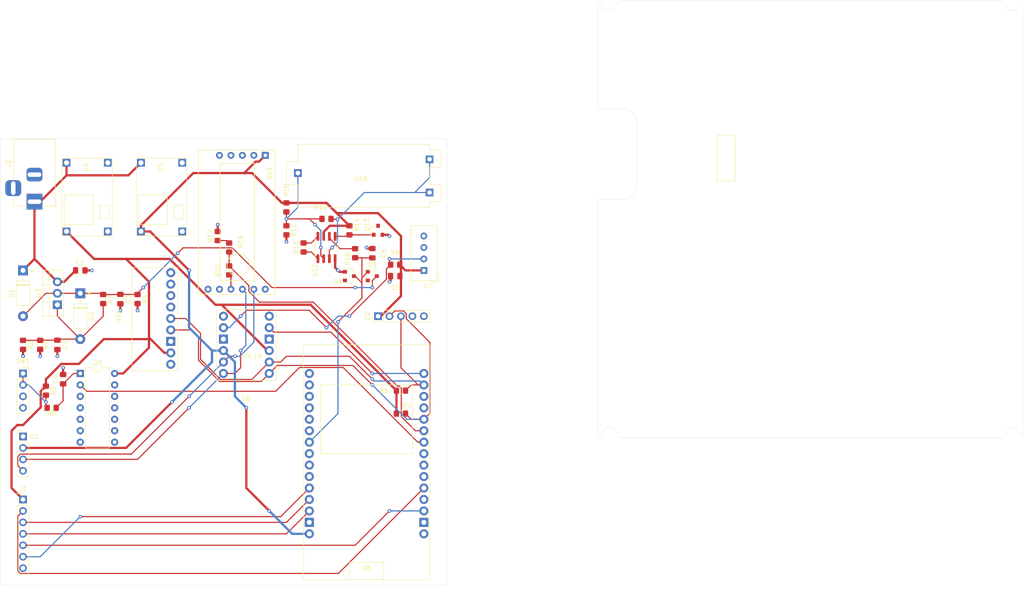
<source format=kicad_pcb>
(kicad_pcb (version 20171130) (host pcbnew "(5.1.7)-1")

  (general
    (thickness 1.6)
    (drawings 30)
    (tracks 340)
    (zones 0)
    (modules 45)
    (nets 70)
  )

  (page A4)
  (layers
    (0 F.Cu signal)
    (31 B.Cu signal)
    (32 B.Adhes user)
    (33 F.Adhes user)
    (34 B.Paste user)
    (35 F.Paste user)
    (36 B.SilkS user)
    (37 F.SilkS user)
    (38 B.Mask user)
    (39 F.Mask user)
    (40 Dwgs.User user)
    (41 Cmts.User user)
    (42 Eco1.User user)
    (43 Eco2.User user)
    (44 Edge.Cuts user)
    (45 Margin user)
    (46 B.CrtYd user)
    (47 F.CrtYd user)
    (48 B.Fab user)
    (49 F.Fab user hide)
  )

  (setup
    (last_trace_width 0.25)
    (trace_clearance 0.2)
    (zone_clearance 0.508)
    (zone_45_only no)
    (trace_min 0.2)
    (via_size 0.8)
    (via_drill 0.4)
    (via_min_size 0.4)
    (via_min_drill 0.3)
    (uvia_size 0.3)
    (uvia_drill 0.1)
    (uvias_allowed no)
    (uvia_min_size 0.2)
    (uvia_min_drill 0.1)
    (edge_width 0.05)
    (segment_width 0.2)
    (pcb_text_width 0.3)
    (pcb_text_size 1.5 1.5)
    (mod_edge_width 0.12)
    (mod_text_size 1 1)
    (mod_text_width 0.15)
    (pad_size 1.524 1.524)
    (pad_drill 0.762)
    (pad_to_mask_clearance 0)
    (aux_axis_origin 0 0)
    (visible_elements 7FFFFFFF)
    (pcbplotparams
      (layerselection 0x010fc_ffffffff)
      (usegerberextensions false)
      (usegerberattributes true)
      (usegerberadvancedattributes true)
      (creategerberjobfile true)
      (excludeedgelayer true)
      (linewidth 0.100000)
      (plotframeref false)
      (viasonmask false)
      (mode 1)
      (useauxorigin false)
      (hpglpennumber 1)
      (hpglpenspeed 20)
      (hpglpendiameter 15.000000)
      (psnegative false)
      (psa4output false)
      (plotreference true)
      (plotvalue true)
      (plotinvisibletext false)
      (padsonsilk false)
      (subtractmaskfromsilk false)
      (outputformat 1)
      (mirror false)
      (drillshape 1)
      (scaleselection 1)
      (outputdirectory ""))
  )

  (net 0 "")
  (net 1 +9V)
  (net 2 GND)
  (net 3 "Net-(C2-Pad1)")
  (net 4 +3V0)
  (net 5 "Net-(C4-Pad1)")
  (net 6 +5V)
  (net 7 CO_SENSOR)
  (net 8 +3V3)
  (net 9 ETH_INT)
  (net 10 SPI_MISO)
  (net 11 SPI_MOSI)
  (net 12 SPI_CS)
  (net 13 SPI_CLK)
  (net 14 "Net-(R5-Pad2)")
  (net 15 SCL)
  (net 16 SDA)
  (net 17 DHT_HIGH)
  (net 18 "Net-(R10-Pad2)")
  (net 19 "Net-(R12-Pad1)")
  (net 20 "Net-(R13-Pad1)")
  (net 21 "Net-(R13-Pad2)")
  (net 22 "Net-(R14-Pad2)")
  (net 23 "Net-(R15-Pad1)")
  (net 24 CO2_BUSY)
  (net 25 "Net-(R16-Pad2)")
  (net 26 "Net-(R18-Pad2)")
  (net 27 SDA_HIGH)
  (net 28 SCL_HIGH)
  (net 29 "Net-(U7-Pad3)")
  (net 30 "Net-(U8-Pad0)")
  (net 31 DHT_LOW)
  (net 32 "Net-(U8-Pad1)")
  (net 33 "Net-(U8-Pad2)")
  (net 34 "Net-(U8-Pad3)")
  (net 35 "Net-(U8-Pad4)")
  (net 36 "Net-(U8-Pad5)")
  (net 37 "Net-(U8-Pad7)")
  (net 38 "Net-(U8-Pad8)")
  (net 39 "Net-(U8-Pad9)")
  (net 40 "Net-(U8-Pad17)")
  (net 41 "Net-(U8-Pad18)")
  (net 42 LCD_BUTTON)
  (net 43 "Net-(U8-Pad22)")
  (net 44 "Net-(U8-Pad23)")
  (net 45 "Net-(U8-Pad24)")
  (net 46 "Net-(U8-Pad26)")
  (net 47 "Net-(U8-Pad29)")
  (net 48 "Net-(U9-Pad8)")
  (net 49 "Net-(U9-Pad9)")
  (net 50 "Net-(U9-Pad3)")
  (net 51 "Net-(U9-Pad10)")
  (net 52 "Net-(U9-Pad4)")
  (net 53 "Net-(U9-Pad11)")
  (net 54 "Net-(U9-Pad5)")
  (net 55 "Net-(U9-Pad12)")
  (net 56 "Net-(U9-Pad6)")
  (net 57 "Net-(U9-Pad13)")
  (net 58 "Net-(U11-Pad3)")
  (net 59 "Net-(U11-Pad4)")
  (net 60 "Net-(U11-Pad7)")
  (net 61 "Net-(U11-Pad11)")
  (net 62 "Net-(U13-Pad3)")
  (net 63 "Net-(U14-Pad1)")
  (net 64 "Net-(U14-Pad6)")
  (net 65 "Net-(U14-Pad7)")
  (net 66 "Net-(U14-Pad8)")
  (net 67 "Net-(U14-Pad9)")
  (net 68 "Net-(U6-Pad1)")
  (net 69 "Net-(U6-Pad7)")

  (net_class Default "This is the default net class."
    (clearance 0.2)
    (trace_width 0.25)
    (via_dia 0.8)
    (via_drill 0.4)
    (uvia_dia 0.3)
    (uvia_drill 0.1)
    (add_net +3V0)
    (add_net CO2_BUSY)
    (add_net CO_SENSOR)
    (add_net DHT_HIGH)
    (add_net DHT_LOW)
    (add_net ETH_INT)
    (add_net LCD_BUTTON)
    (add_net "Net-(C2-Pad1)")
    (add_net "Net-(C4-Pad1)")
    (add_net "Net-(R10-Pad2)")
    (add_net "Net-(R12-Pad1)")
    (add_net "Net-(R13-Pad1)")
    (add_net "Net-(R13-Pad2)")
    (add_net "Net-(R14-Pad2)")
    (add_net "Net-(R15-Pad1)")
    (add_net "Net-(R16-Pad2)")
    (add_net "Net-(R18-Pad2)")
    (add_net "Net-(R5-Pad2)")
    (add_net "Net-(U11-Pad11)")
    (add_net "Net-(U11-Pad3)")
    (add_net "Net-(U11-Pad4)")
    (add_net "Net-(U11-Pad7)")
    (add_net "Net-(U13-Pad3)")
    (add_net "Net-(U14-Pad1)")
    (add_net "Net-(U14-Pad6)")
    (add_net "Net-(U14-Pad7)")
    (add_net "Net-(U14-Pad8)")
    (add_net "Net-(U14-Pad9)")
    (add_net "Net-(U6-Pad1)")
    (add_net "Net-(U6-Pad7)")
    (add_net "Net-(U7-Pad3)")
    (add_net "Net-(U8-Pad0)")
    (add_net "Net-(U8-Pad1)")
    (add_net "Net-(U8-Pad17)")
    (add_net "Net-(U8-Pad18)")
    (add_net "Net-(U8-Pad2)")
    (add_net "Net-(U8-Pad22)")
    (add_net "Net-(U8-Pad23)")
    (add_net "Net-(U8-Pad24)")
    (add_net "Net-(U8-Pad26)")
    (add_net "Net-(U8-Pad29)")
    (add_net "Net-(U8-Pad3)")
    (add_net "Net-(U8-Pad4)")
    (add_net "Net-(U8-Pad5)")
    (add_net "Net-(U8-Pad7)")
    (add_net "Net-(U8-Pad8)")
    (add_net "Net-(U8-Pad9)")
    (add_net "Net-(U9-Pad10)")
    (add_net "Net-(U9-Pad11)")
    (add_net "Net-(U9-Pad12)")
    (add_net "Net-(U9-Pad13)")
    (add_net "Net-(U9-Pad3)")
    (add_net "Net-(U9-Pad4)")
    (add_net "Net-(U9-Pad5)")
    (add_net "Net-(U9-Pad6)")
    (add_net "Net-(U9-Pad8)")
    (add_net "Net-(U9-Pad9)")
    (add_net SCL)
    (add_net SCL_HIGH)
    (add_net SDA)
    (add_net SDA_HIGH)
    (add_net SPI_CLK)
    (add_net SPI_CS)
    (add_net SPI_MISO)
    (add_net SPI_MOSI)
  )

  (net_class Power ""
    (clearance 0.2)
    (trace_width 0.5)
    (via_dia 0.8)
    (via_drill 0.4)
    (uvia_dia 0.3)
    (uvia_drill 0.1)
    (add_net +3V3)
    (add_net +5V)
    (add_net +9V)
    (add_net GND)
  )

  (module CustomFootprints:TGS_5342 (layer F.Cu) (tedit 607C0B4B) (tstamp 607C3E7F)
    (at 118.11 83.82)
    (path /605350C6)
    (fp_text reference U10 (at 0 -8.89) (layer F.SilkS)
      (effects (font (size 1 1) (thickness 0.15)))
    )
    (fp_text value TGS5342 (at 0 -0.5) (layer F.Fab)
      (effects (font (size 1 1) (thickness 0.15)))
    )
    (fp_line (start 15.24 -2.54) (end 15.24 -3.81) (layer F.SilkS) (width 0.12))
    (fp_line (start 15.24 -11.43) (end 15.24 -7.62) (layer F.SilkS) (width 0.12))
    (fp_line (start 15.24 -16.51) (end 15.24 -15.24) (layer F.SilkS) (width 0.12))
    (fp_line (start -13.97 -7.62) (end -13.97 -2.54) (layer F.SilkS) (width 0.12))
    (fp_line (start -13.97 -16.51) (end -13.97 -12.7) (layer F.SilkS) (width 0.12))
    (fp_line (start -16.51 -7.62) (end -13.97 -7.62) (layer F.SilkS) (width 0.12))
    (fp_line (start -16.51 -12.7) (end -16.51 -7.62) (layer F.SilkS) (width 0.12))
    (fp_line (start -13.97 -12.7) (end -16.51 -12.7) (layer F.SilkS) (width 0.12))
    (fp_line (start 17.78 -3.81) (end 15.24 -3.81) (layer F.SilkS) (width 0.12))
    (fp_line (start 17.78 -7.62) (end 17.78 -3.81) (layer F.SilkS) (width 0.12))
    (fp_line (start 15.24 -7.62) (end 17.78 -7.62) (layer F.SilkS) (width 0.12))
    (fp_line (start 17.78 -11.43) (end 15.24 -11.43) (layer F.SilkS) (width 0.12))
    (fp_line (start 17.78 -15.24) (end 17.78 -11.43) (layer F.SilkS) (width 0.12))
    (fp_line (start 15.24 -15.24) (end 17.78 -15.24) (layer F.SilkS) (width 0.12))
    (fp_line (start 15.24 -16.51) (end -13.97 -16.51) (layer F.SilkS) (width 0.12))
    (fp_line (start -13.97 -2.54) (end 15.24 -2.54) (layer F.SilkS) (width 0.12))
    (pad 1 thru_hole rect (at -13.97 -10.16) (size 1.7 1.7) (drill 1) (layers *.Cu *.Mask)
      (net 18 "Net-(R10-Pad2)"))
    (pad 2 thru_hole rect (at 15.24 -13.208) (size 1.7 1.7) (drill 1) (layers *.Cu *.Mask)
      (net 19 "Net-(R12-Pad1)"))
    (pad 2 thru_hole rect (at 15.24 -5.842) (size 1.7 1.7) (drill 1) (layers *.Cu *.Mask)
      (net 19 "Net-(R12-Pad1)"))
  )

  (module Capacitor_SMD:C_0805_2012Metric_Pad1.18x1.45mm_HandSolder (layer F.Cu) (tedit 5F68FEEF) (tstamp 607C3B8A)
    (at 55.88 95.25)
    (descr "Capacitor SMD 0805 (2012 Metric), square (rectangular) end terminal, IPC_7351 nominal with elongated pad for handsoldering. (Body size source: IPC-SM-782 page 76, https://www.pcb-3d.com/wordpress/wp-content/uploads/ipc-sm-782a_amendment_1_and_2.pdf, https://docs.google.com/spreadsheets/d/1BsfQQcO9C6DZCsRaXUlFlo91Tg2WpOkGARC1WS5S8t0/edit?usp=sharing), generated with kicad-footprint-generator")
    (tags "capacitor handsolder")
    (path /608284BA)
    (attr smd)
    (fp_text reference C1 (at 0 -1.68) (layer F.SilkS)
      (effects (font (size 1 1) (thickness 0.15)))
    )
    (fp_text value 0.1u (at 0 1.68) (layer F.Fab)
      (effects (font (size 1 1) (thickness 0.15)))
    )
    (fp_line (start 1.88 0.98) (end -1.88 0.98) (layer F.CrtYd) (width 0.05))
    (fp_line (start 1.88 -0.98) (end 1.88 0.98) (layer F.CrtYd) (width 0.05))
    (fp_line (start -1.88 -0.98) (end 1.88 -0.98) (layer F.CrtYd) (width 0.05))
    (fp_line (start -1.88 0.98) (end -1.88 -0.98) (layer F.CrtYd) (width 0.05))
    (fp_line (start -0.261252 0.735) (end 0.261252 0.735) (layer F.SilkS) (width 0.12))
    (fp_line (start -0.261252 -0.735) (end 0.261252 -0.735) (layer F.SilkS) (width 0.12))
    (fp_line (start 1 0.625) (end -1 0.625) (layer F.Fab) (width 0.1))
    (fp_line (start 1 -0.625) (end 1 0.625) (layer F.Fab) (width 0.1))
    (fp_line (start -1 -0.625) (end 1 -0.625) (layer F.Fab) (width 0.1))
    (fp_line (start -1 0.625) (end -1 -0.625) (layer F.Fab) (width 0.1))
    (fp_text user %R (at 0 0) (layer F.Fab)
      (effects (font (size 0.5 0.5) (thickness 0.08)))
    )
    (pad 1 smd roundrect (at -1.0375 0) (size 1.175 1.45) (layers F.Cu F.Paste F.Mask) (roundrect_rratio 0.212766)
      (net 1 +9V))
    (pad 2 smd roundrect (at 1.0375 0) (size 1.175 1.45) (layers F.Cu F.Paste F.Mask) (roundrect_rratio 0.212766)
      (net 2 GND))
    (model ${KISYS3DMOD}/Capacitor_SMD.3dshapes/C_0805_2012Metric.wrl
      (at (xyz 0 0 0))
      (scale (xyz 1 1 1))
      (rotate (xyz 0 0 0))
    )
  )

  (module Capacitor_SMD:C_0805_2012Metric_Pad1.18x1.45mm_HandSolder (layer F.Cu) (tedit 5F68FEEF) (tstamp 607C3B9B)
    (at 50.8 111.76 270)
    (descr "Capacitor SMD 0805 (2012 Metric), square (rectangular) end terminal, IPC_7351 nominal with elongated pad for handsoldering. (Body size source: IPC-SM-782 page 76, https://www.pcb-3d.com/wordpress/wp-content/uploads/ipc-sm-782a_amendment_1_and_2.pdf, https://docs.google.com/spreadsheets/d/1BsfQQcO9C6DZCsRaXUlFlo91Tg2WpOkGARC1WS5S8t0/edit?usp=sharing), generated with kicad-footprint-generator")
    (tags "capacitor handsolder")
    (path /6082718E)
    (attr smd)
    (fp_text reference C2 (at 0 -1.68 90) (layer F.SilkS)
      (effects (font (size 1 1) (thickness 0.15)))
    )
    (fp_text value 10u (at 0 1.68 90) (layer F.Fab)
      (effects (font (size 1 1) (thickness 0.15)))
    )
    (fp_line (start -1 0.625) (end -1 -0.625) (layer F.Fab) (width 0.1))
    (fp_line (start -1 -0.625) (end 1 -0.625) (layer F.Fab) (width 0.1))
    (fp_line (start 1 -0.625) (end 1 0.625) (layer F.Fab) (width 0.1))
    (fp_line (start 1 0.625) (end -1 0.625) (layer F.Fab) (width 0.1))
    (fp_line (start -0.261252 -0.735) (end 0.261252 -0.735) (layer F.SilkS) (width 0.12))
    (fp_line (start -0.261252 0.735) (end 0.261252 0.735) (layer F.SilkS) (width 0.12))
    (fp_line (start -1.88 0.98) (end -1.88 -0.98) (layer F.CrtYd) (width 0.05))
    (fp_line (start -1.88 -0.98) (end 1.88 -0.98) (layer F.CrtYd) (width 0.05))
    (fp_line (start 1.88 -0.98) (end 1.88 0.98) (layer F.CrtYd) (width 0.05))
    (fp_line (start 1.88 0.98) (end -1.88 0.98) (layer F.CrtYd) (width 0.05))
    (fp_text user %R (at 0 0 90) (layer F.Fab)
      (effects (font (size 0.5 0.5) (thickness 0.08)))
    )
    (pad 2 smd roundrect (at 1.0375 0 270) (size 1.175 1.45) (layers F.Cu F.Paste F.Mask) (roundrect_rratio 0.212766)
      (net 2 GND))
    (pad 1 smd roundrect (at -1.0375 0 270) (size 1.175 1.45) (layers F.Cu F.Paste F.Mask) (roundrect_rratio 0.212766)
      (net 3 "Net-(C2-Pad1)"))
    (model ${KISYS3DMOD}/Capacitor_SMD.3dshapes/C_0805_2012Metric.wrl
      (at (xyz 0 0 0))
      (scale (xyz 1 1 1))
      (rotate (xyz 0 0 0))
    )
  )

  (module Capacitor_SMD:C_0805_2012Metric_Pad1.18x1.45mm_HandSolder (layer F.Cu) (tedit 5F68FEEF) (tstamp 607C3BAC)
    (at 64.77 101.6 270)
    (descr "Capacitor SMD 0805 (2012 Metric), square (rectangular) end terminal, IPC_7351 nominal with elongated pad for handsoldering. (Body size source: IPC-SM-782 page 76, https://www.pcb-3d.com/wordpress/wp-content/uploads/ipc-sm-782a_amendment_1_and_2.pdf, https://docs.google.com/spreadsheets/d/1BsfQQcO9C6DZCsRaXUlFlo91Tg2WpOkGARC1WS5S8t0/edit?usp=sharing), generated with kicad-footprint-generator")
    (tags "capacitor handsolder")
    (path /60829CB8)
    (attr smd)
    (fp_text reference C3 (at 0 -1.68 90) (layer F.SilkS)
      (effects (font (size 1 1) (thickness 0.15)))
    )
    (fp_text value 1u (at 0 1.68 90) (layer F.Fab)
      (effects (font (size 1 1) (thickness 0.15)))
    )
    (fp_line (start -1 0.625) (end -1 -0.625) (layer F.Fab) (width 0.1))
    (fp_line (start -1 -0.625) (end 1 -0.625) (layer F.Fab) (width 0.1))
    (fp_line (start 1 -0.625) (end 1 0.625) (layer F.Fab) (width 0.1))
    (fp_line (start 1 0.625) (end -1 0.625) (layer F.Fab) (width 0.1))
    (fp_line (start -0.261252 -0.735) (end 0.261252 -0.735) (layer F.SilkS) (width 0.12))
    (fp_line (start -0.261252 0.735) (end 0.261252 0.735) (layer F.SilkS) (width 0.12))
    (fp_line (start -1.88 0.98) (end -1.88 -0.98) (layer F.CrtYd) (width 0.05))
    (fp_line (start -1.88 -0.98) (end 1.88 -0.98) (layer F.CrtYd) (width 0.05))
    (fp_line (start 1.88 -0.98) (end 1.88 0.98) (layer F.CrtYd) (width 0.05))
    (fp_line (start 1.88 0.98) (end -1.88 0.98) (layer F.CrtYd) (width 0.05))
    (fp_text user %R (at 0 0 90) (layer F.Fab)
      (effects (font (size 0.5 0.5) (thickness 0.08)))
    )
    (pad 2 smd roundrect (at 1.0375 0 270) (size 1.175 1.45) (layers F.Cu F.Paste F.Mask) (roundrect_rratio 0.212766)
      (net 2 GND))
    (pad 1 smd roundrect (at -1.0375 0 270) (size 1.175 1.45) (layers F.Cu F.Paste F.Mask) (roundrect_rratio 0.212766)
      (net 4 +3V0))
    (model ${KISYS3DMOD}/Capacitor_SMD.3dshapes/C_0805_2012Metric.wrl
      (at (xyz 0 0 0))
      (scale (xyz 1 1 1))
      (rotate (xyz 0 0 0))
    )
  )

  (module Capacitor_SMD:C_0805_2012Metric_Pad1.18x1.45mm_HandSolder (layer F.Cu) (tedit 5F68FEEF) (tstamp 607C3BBD)
    (at 52.07 119.38 90)
    (descr "Capacitor SMD 0805 (2012 Metric), square (rectangular) end terminal, IPC_7351 nominal with elongated pad for handsoldering. (Body size source: IPC-SM-782 page 76, https://www.pcb-3d.com/wordpress/wp-content/uploads/ipc-sm-782a_amendment_1_and_2.pdf, https://docs.google.com/spreadsheets/d/1BsfQQcO9C6DZCsRaXUlFlo91Tg2WpOkGARC1WS5S8t0/edit?usp=sharing), generated with kicad-footprint-generator")
    (tags "capacitor handsolder")
    (path /6052B477)
    (attr smd)
    (fp_text reference C4 (at 0 -1.68 90) (layer F.SilkS)
      (effects (font (size 1 1) (thickness 0.15)))
    )
    (fp_text value 1u (at 0 1.68 90) (layer F.Fab)
      (effects (font (size 1 1) (thickness 0.15)))
    )
    (fp_line (start 1.88 0.98) (end -1.88 0.98) (layer F.CrtYd) (width 0.05))
    (fp_line (start 1.88 -0.98) (end 1.88 0.98) (layer F.CrtYd) (width 0.05))
    (fp_line (start -1.88 -0.98) (end 1.88 -0.98) (layer F.CrtYd) (width 0.05))
    (fp_line (start -1.88 0.98) (end -1.88 -0.98) (layer F.CrtYd) (width 0.05))
    (fp_line (start -0.261252 0.735) (end 0.261252 0.735) (layer F.SilkS) (width 0.12))
    (fp_line (start -0.261252 -0.735) (end 0.261252 -0.735) (layer F.SilkS) (width 0.12))
    (fp_line (start 1 0.625) (end -1 0.625) (layer F.Fab) (width 0.1))
    (fp_line (start 1 -0.625) (end 1 0.625) (layer F.Fab) (width 0.1))
    (fp_line (start -1 -0.625) (end 1 -0.625) (layer F.Fab) (width 0.1))
    (fp_line (start -1 0.625) (end -1 -0.625) (layer F.Fab) (width 0.1))
    (fp_text user %R (at 0 0 90) (layer F.Fab)
      (effects (font (size 0.5 0.5) (thickness 0.08)))
    )
    (pad 1 smd roundrect (at -1.0375 0 90) (size 1.175 1.45) (layers F.Cu F.Paste F.Mask) (roundrect_rratio 0.212766)
      (net 5 "Net-(C4-Pad1)"))
    (pad 2 smd roundrect (at 1.0375 0 90) (size 1.175 1.45) (layers F.Cu F.Paste F.Mask) (roundrect_rratio 0.212766)
      (net 2 GND))
    (model ${KISYS3DMOD}/Capacitor_SMD.3dshapes/C_0805_2012Metric.wrl
      (at (xyz 0 0 0))
      (scale (xyz 1 1 1))
      (rotate (xyz 0 0 0))
    )
  )

  (module Capacitor_SMD:C_0805_2012Metric_Pad1.18x1.45mm_HandSolder (layer F.Cu) (tedit 5F68FEEF) (tstamp 607C3BCE)
    (at 125.73 96.52 180)
    (descr "Capacitor SMD 0805 (2012 Metric), square (rectangular) end terminal, IPC_7351 nominal with elongated pad for handsoldering. (Body size source: IPC-SM-782 page 76, https://www.pcb-3d.com/wordpress/wp-content/uploads/ipc-sm-782a_amendment_1_and_2.pdf, https://docs.google.com/spreadsheets/d/1BsfQQcO9C6DZCsRaXUlFlo91Tg2WpOkGARC1WS5S8t0/edit?usp=sharing), generated with kicad-footprint-generator")
    (tags "capacitor handsolder")
    (path /60576B16)
    (attr smd)
    (fp_text reference C5 (at 0 -2.54) (layer F.SilkS)
      (effects (font (size 1 1) (thickness 0.15)))
    )
    (fp_text value 100n (at 0 1.68) (layer F.Fab)
      (effects (font (size 1 1) (thickness 0.15)))
    )
    (fp_line (start -1 0.625) (end -1 -0.625) (layer F.Fab) (width 0.1))
    (fp_line (start -1 -0.625) (end 1 -0.625) (layer F.Fab) (width 0.1))
    (fp_line (start 1 -0.625) (end 1 0.625) (layer F.Fab) (width 0.1))
    (fp_line (start 1 0.625) (end -1 0.625) (layer F.Fab) (width 0.1))
    (fp_line (start -0.261252 -0.735) (end 0.261252 -0.735) (layer F.SilkS) (width 0.12))
    (fp_line (start -0.261252 0.735) (end 0.261252 0.735) (layer F.SilkS) (width 0.12))
    (fp_line (start -1.88 0.98) (end -1.88 -0.98) (layer F.CrtYd) (width 0.05))
    (fp_line (start -1.88 -0.98) (end 1.88 -0.98) (layer F.CrtYd) (width 0.05))
    (fp_line (start 1.88 -0.98) (end 1.88 0.98) (layer F.CrtYd) (width 0.05))
    (fp_line (start 1.88 0.98) (end -1.88 0.98) (layer F.CrtYd) (width 0.05))
    (fp_text user %R (at 0 0) (layer F.Fab)
      (effects (font (size 0.5 0.5) (thickness 0.08)))
    )
    (pad 2 smd roundrect (at 1.0375 0 180) (size 1.175 1.45) (layers F.Cu F.Paste F.Mask) (roundrect_rratio 0.212766)
      (net 2 GND))
    (pad 1 smd roundrect (at -1.0375 0 180) (size 1.175 1.45) (layers F.Cu F.Paste F.Mask) (roundrect_rratio 0.212766)
      (net 6 +5V))
    (model ${KISYS3DMOD}/Capacitor_SMD.3dshapes/C_0805_2012Metric.wrl
      (at (xyz 0 0 0))
      (scale (xyz 1 1 1))
      (rotate (xyz 0 0 0))
    )
  )

  (module Capacitor_SMD:C_0805_2012Metric_Pad1.18x1.45mm_HandSolder (layer F.Cu) (tedit 5F68FEEF) (tstamp 607C3BDF)
    (at 120.65 91.44 90)
    (descr "Capacitor SMD 0805 (2012 Metric), square (rectangular) end terminal, IPC_7351 nominal with elongated pad for handsoldering. (Body size source: IPC-SM-782 page 76, https://www.pcb-3d.com/wordpress/wp-content/uploads/ipc-sm-782a_amendment_1_and_2.pdf, https://docs.google.com/spreadsheets/d/1BsfQQcO9C6DZCsRaXUlFlo91Tg2WpOkGARC1WS5S8t0/edit?usp=sharing), generated with kicad-footprint-generator")
    (tags "capacitor handsolder")
    (path /605A6DC2)
    (attr smd)
    (fp_text reference C6 (at 0 2.54 90) (layer F.SilkS)
      (effects (font (size 1 1) (thickness 0.15)))
    )
    (fp_text value 100u (at 0 1.68 90) (layer F.Fab)
      (effects (font (size 1 1) (thickness 0.15)))
    )
    (fp_line (start 1.88 0.98) (end -1.88 0.98) (layer F.CrtYd) (width 0.05))
    (fp_line (start 1.88 -0.98) (end 1.88 0.98) (layer F.CrtYd) (width 0.05))
    (fp_line (start -1.88 -0.98) (end 1.88 -0.98) (layer F.CrtYd) (width 0.05))
    (fp_line (start -1.88 0.98) (end -1.88 -0.98) (layer F.CrtYd) (width 0.05))
    (fp_line (start -0.261252 0.735) (end 0.261252 0.735) (layer F.SilkS) (width 0.12))
    (fp_line (start -0.261252 -0.735) (end 0.261252 -0.735) (layer F.SilkS) (width 0.12))
    (fp_line (start 1 0.625) (end -1 0.625) (layer F.Fab) (width 0.1))
    (fp_line (start 1 -0.625) (end 1 0.625) (layer F.Fab) (width 0.1))
    (fp_line (start -1 -0.625) (end 1 -0.625) (layer F.Fab) (width 0.1))
    (fp_line (start -1 0.625) (end -1 -0.625) (layer F.Fab) (width 0.1))
    (fp_text user %R (at 0 0 90) (layer F.Fab)
      (effects (font (size 0.5 0.5) (thickness 0.08)))
    )
    (pad 1 smd roundrect (at -1.0375 0 90) (size 1.175 1.45) (layers F.Cu F.Paste F.Mask) (roundrect_rratio 0.212766)
      (net 7 CO_SENSOR))
    (pad 2 smd roundrect (at 1.0375 0 90) (size 1.175 1.45) (layers F.Cu F.Paste F.Mask) (roundrect_rratio 0.212766)
      (net 2 GND))
    (model ${KISYS3DMOD}/Capacitor_SMD.3dshapes/C_0805_2012Metric.wrl
      (at (xyz 0 0 0))
      (scale (xyz 1 1 1))
      (rotate (xyz 0 0 0))
    )
  )

  (module Diode_THT:D_DO-41_SOD81_P10.16mm_Horizontal (layer F.Cu) (tedit 5AE50CD5) (tstamp 607C3BFE)
    (at 43.18 95.25 270)
    (descr "Diode, DO-41_SOD81 series, Axial, Horizontal, pin pitch=10.16mm, , length*diameter=5.2*2.7mm^2, , http://www.diodes.com/_files/packages/DO-41%20(Plastic).pdf")
    (tags "Diode DO-41_SOD81 series Axial Horizontal pin pitch 10.16mm  length 5.2mm diameter 2.7mm")
    (path /60801E5C)
    (fp_text reference D1 (at 5.08 2.54 90) (layer F.SilkS)
      (effects (font (size 1 1) (thickness 0.15)))
    )
    (fp_text value 1N4001 (at 5.08 2.47 90) (layer F.Fab)
      (effects (font (size 1 1) (thickness 0.15)))
    )
    (fp_line (start 2.48 -1.35) (end 2.48 1.35) (layer F.Fab) (width 0.1))
    (fp_line (start 2.48 1.35) (end 7.68 1.35) (layer F.Fab) (width 0.1))
    (fp_line (start 7.68 1.35) (end 7.68 -1.35) (layer F.Fab) (width 0.1))
    (fp_line (start 7.68 -1.35) (end 2.48 -1.35) (layer F.Fab) (width 0.1))
    (fp_line (start 0 0) (end 2.48 0) (layer F.Fab) (width 0.1))
    (fp_line (start 10.16 0) (end 7.68 0) (layer F.Fab) (width 0.1))
    (fp_line (start 3.26 -1.35) (end 3.26 1.35) (layer F.Fab) (width 0.1))
    (fp_line (start 3.36 -1.35) (end 3.36 1.35) (layer F.Fab) (width 0.1))
    (fp_line (start 3.16 -1.35) (end 3.16 1.35) (layer F.Fab) (width 0.1))
    (fp_line (start 2.36 -1.47) (end 2.36 1.47) (layer F.SilkS) (width 0.12))
    (fp_line (start 2.36 1.47) (end 7.8 1.47) (layer F.SilkS) (width 0.12))
    (fp_line (start 7.8 1.47) (end 7.8 -1.47) (layer F.SilkS) (width 0.12))
    (fp_line (start 7.8 -1.47) (end 2.36 -1.47) (layer F.SilkS) (width 0.12))
    (fp_line (start 1.34 0) (end 2.36 0) (layer F.SilkS) (width 0.12))
    (fp_line (start 8.82 0) (end 7.8 0) (layer F.SilkS) (width 0.12))
    (fp_line (start 3.26 -1.47) (end 3.26 1.47) (layer F.SilkS) (width 0.12))
    (fp_line (start 3.38 -1.47) (end 3.38 1.47) (layer F.SilkS) (width 0.12))
    (fp_line (start 3.14 -1.47) (end 3.14 1.47) (layer F.SilkS) (width 0.12))
    (fp_line (start -1.35 -1.6) (end -1.35 1.6) (layer F.CrtYd) (width 0.05))
    (fp_line (start -1.35 1.6) (end 11.51 1.6) (layer F.CrtYd) (width 0.05))
    (fp_line (start 11.51 1.6) (end 11.51 -1.6) (layer F.CrtYd) (width 0.05))
    (fp_line (start 11.51 -1.6) (end -1.35 -1.6) (layer F.CrtYd) (width 0.05))
    (fp_text user K (at 0 -2.1 90) (layer F.SilkS)
      (effects (font (size 1 1) (thickness 0.15)))
    )
    (fp_text user K (at 0 -2.1 90) (layer F.Fab)
      (effects (font (size 1 1) (thickness 0.15)))
    )
    (fp_text user %R (at 5.47 0 90) (layer F.Fab)
      (effects (font (size 1 1) (thickness 0.15)))
    )
    (pad 2 thru_hole oval (at 10.16 0 270) (size 2.2 2.2) (drill 1.1) (layers *.Cu *.Mask)
      (net 4 +3V0))
    (pad 1 thru_hole rect (at 0 0 270) (size 2.2 2.2) (drill 1.1) (layers *.Cu *.Mask)
      (net 1 +9V))
    (model ${KISYS3DMOD}/Diode_THT.3dshapes/D_DO-41_SOD81_P10.16mm_Horizontal.wrl
      (at (xyz 0 0 0))
      (scale (xyz 1 1 1))
      (rotate (xyz 0 0 0))
    )
  )

  (module Diode_THT:D_DO-41_SOD81_P10.16mm_Horizontal (layer F.Cu) (tedit 5AE50CD5) (tstamp 607C3C1D)
    (at 55.88 100.33 270)
    (descr "Diode, DO-41_SOD81 series, Axial, Horizontal, pin pitch=10.16mm, , length*diameter=5.2*2.7mm^2, , http://www.diodes.com/_files/packages/DO-41%20(Plastic).pdf")
    (tags "Diode DO-41_SOD81 series Axial Horizontal pin pitch 10.16mm  length 5.2mm diameter 2.7mm")
    (path /60803126)
    (fp_text reference D2 (at 5.08 -2.47 90) (layer F.SilkS)
      (effects (font (size 1 1) (thickness 0.15)))
    )
    (fp_text value 1N4001 (at 5.08 2.47 90) (layer F.Fab)
      (effects (font (size 1 1) (thickness 0.15)))
    )
    (fp_line (start 11.51 -1.6) (end -1.35 -1.6) (layer F.CrtYd) (width 0.05))
    (fp_line (start 11.51 1.6) (end 11.51 -1.6) (layer F.CrtYd) (width 0.05))
    (fp_line (start -1.35 1.6) (end 11.51 1.6) (layer F.CrtYd) (width 0.05))
    (fp_line (start -1.35 -1.6) (end -1.35 1.6) (layer F.CrtYd) (width 0.05))
    (fp_line (start 3.14 -1.47) (end 3.14 1.47) (layer F.SilkS) (width 0.12))
    (fp_line (start 3.38 -1.47) (end 3.38 1.47) (layer F.SilkS) (width 0.12))
    (fp_line (start 3.26 -1.47) (end 3.26 1.47) (layer F.SilkS) (width 0.12))
    (fp_line (start 8.82 0) (end 7.8 0) (layer F.SilkS) (width 0.12))
    (fp_line (start 1.34 0) (end 2.36 0) (layer F.SilkS) (width 0.12))
    (fp_line (start 7.8 -1.47) (end 2.36 -1.47) (layer F.SilkS) (width 0.12))
    (fp_line (start 7.8 1.47) (end 7.8 -1.47) (layer F.SilkS) (width 0.12))
    (fp_line (start 2.36 1.47) (end 7.8 1.47) (layer F.SilkS) (width 0.12))
    (fp_line (start 2.36 -1.47) (end 2.36 1.47) (layer F.SilkS) (width 0.12))
    (fp_line (start 3.16 -1.35) (end 3.16 1.35) (layer F.Fab) (width 0.1))
    (fp_line (start 3.36 -1.35) (end 3.36 1.35) (layer F.Fab) (width 0.1))
    (fp_line (start 3.26 -1.35) (end 3.26 1.35) (layer F.Fab) (width 0.1))
    (fp_line (start 10.16 0) (end 7.68 0) (layer F.Fab) (width 0.1))
    (fp_line (start 0 0) (end 2.48 0) (layer F.Fab) (width 0.1))
    (fp_line (start 7.68 -1.35) (end 2.48 -1.35) (layer F.Fab) (width 0.1))
    (fp_line (start 7.68 1.35) (end 7.68 -1.35) (layer F.Fab) (width 0.1))
    (fp_line (start 2.48 1.35) (end 7.68 1.35) (layer F.Fab) (width 0.1))
    (fp_line (start 2.48 -1.35) (end 2.48 1.35) (layer F.Fab) (width 0.1))
    (fp_text user %R (at 5.47 0 90) (layer F.Fab)
      (effects (font (size 1 1) (thickness 0.15)))
    )
    (fp_text user K (at 0 -2.1 90) (layer F.Fab)
      (effects (font (size 1 1) (thickness 0.15)))
    )
    (fp_text user K (at 0 -2.1 90) (layer F.SilkS)
      (effects (font (size 1 1) (thickness 0.15)))
    )
    (pad 1 thru_hole rect (at 0 0 270) (size 2.2 2.2) (drill 1.1) (layers *.Cu *.Mask)
      (net 4 +3V0))
    (pad 2 thru_hole oval (at 10.16 0 270) (size 2.2 2.2) (drill 1.1) (layers *.Cu *.Mask)
      (net 3 "Net-(C2-Pad1)"))
    (model ${KISYS3DMOD}/Diode_THT.3dshapes/D_DO-41_SOD81_P10.16mm_Horizontal.wrl
      (at (xyz 0 0 0))
      (scale (xyz 1 1 1))
      (rotate (xyz 0 0 0))
    )
  )

  (module Diode_SMD:D_SOT-23_ANK (layer F.Cu) (tedit 587CCEF9) (tstamp 607C3C37)
    (at 120.65 96.52)
    (descr "SOT-23, Single Diode")
    (tags SOT-23)
    (path /607CE03D)
    (attr smd)
    (fp_text reference D3 (at 0 -2.5) (layer F.SilkS)
      (effects (font (size 1 1) (thickness 0.15)))
    )
    (fp_text value BAT54J (at 0 2.5) (layer F.Fab)
      (effects (font (size 1 1) (thickness 0.15)))
    )
    (fp_line (start -0.15 -0.45) (end -0.4 -0.45) (layer F.Fab) (width 0.1))
    (fp_line (start -0.15 -0.25) (end 0.15 -0.45) (layer F.Fab) (width 0.1))
    (fp_line (start -0.15 -0.65) (end -0.15 -0.25) (layer F.Fab) (width 0.1))
    (fp_line (start 0.15 -0.45) (end -0.15 -0.65) (layer F.Fab) (width 0.1))
    (fp_line (start 0.15 -0.45) (end 0.4 -0.45) (layer F.Fab) (width 0.1))
    (fp_line (start 0.15 -0.65) (end 0.15 -0.25) (layer F.Fab) (width 0.1))
    (fp_line (start 0.76 1.58) (end 0.76 0.65) (layer F.SilkS) (width 0.12))
    (fp_line (start 0.76 -1.58) (end 0.76 -0.65) (layer F.SilkS) (width 0.12))
    (fp_line (start 0.7 -1.52) (end 0.7 1.52) (layer F.Fab) (width 0.1))
    (fp_line (start -0.7 1.52) (end 0.7 1.52) (layer F.Fab) (width 0.1))
    (fp_line (start -1.7 -1.75) (end 1.7 -1.75) (layer F.CrtYd) (width 0.05))
    (fp_line (start 1.7 -1.75) (end 1.7 1.75) (layer F.CrtYd) (width 0.05))
    (fp_line (start 1.7 1.75) (end -1.7 1.75) (layer F.CrtYd) (width 0.05))
    (fp_line (start -1.7 1.75) (end -1.7 -1.75) (layer F.CrtYd) (width 0.05))
    (fp_line (start 0.76 -1.58) (end -1.4 -1.58) (layer F.SilkS) (width 0.12))
    (fp_line (start -0.7 -1.52) (end 0.7 -1.52) (layer F.Fab) (width 0.1))
    (fp_line (start -0.7 -1.52) (end -0.7 1.52) (layer F.Fab) (width 0.1))
    (fp_line (start 0.76 1.58) (end -0.7 1.58) (layer F.SilkS) (width 0.12))
    (fp_text user %R (at 0 -2.5) (layer F.Fab)
      (effects (font (size 1 1) (thickness 0.15)))
    )
    (pad 1 smd rect (at 1 0) (size 0.9 0.8) (layers F.Cu F.Paste F.Mask)
      (net 4 +3V0))
    (pad "" smd rect (at -1 0.95) (size 0.9 0.8) (layers F.Cu F.Paste F.Mask))
    (pad 2 smd rect (at -1 -0.95) (size 0.9 0.8) (layers F.Cu F.Paste F.Mask)
      (net 7 CO_SENSOR))
    (model ${KISYS3DMOD}/Diode_SMD.3dshapes/D_SOT-23.wrl
      (at (xyz 0 0 0))
      (scale (xyz 1 1 1))
      (rotate (xyz 0 0 0))
    )
  )

  (module Diode_SMD:D_SOT-23_ANK (layer F.Cu) (tedit 587CCEF9) (tstamp 607C3C51)
    (at 115.57 96.52)
    (descr "SOT-23, Single Diode")
    (tags SOT-23)
    (path /607DCBAD)
    (attr smd)
    (fp_text reference D4 (at -2.54 1.27) (layer F.SilkS)
      (effects (font (size 1 1) (thickness 0.15)))
    )
    (fp_text value BAT54J (at 0 2.5) (layer F.Fab)
      (effects (font (size 1 1) (thickness 0.15)))
    )
    (fp_line (start 0.76 1.58) (end -0.7 1.58) (layer F.SilkS) (width 0.12))
    (fp_line (start -0.7 -1.52) (end -0.7 1.52) (layer F.Fab) (width 0.1))
    (fp_line (start -0.7 -1.52) (end 0.7 -1.52) (layer F.Fab) (width 0.1))
    (fp_line (start 0.76 -1.58) (end -1.4 -1.58) (layer F.SilkS) (width 0.12))
    (fp_line (start -1.7 1.75) (end -1.7 -1.75) (layer F.CrtYd) (width 0.05))
    (fp_line (start 1.7 1.75) (end -1.7 1.75) (layer F.CrtYd) (width 0.05))
    (fp_line (start 1.7 -1.75) (end 1.7 1.75) (layer F.CrtYd) (width 0.05))
    (fp_line (start -1.7 -1.75) (end 1.7 -1.75) (layer F.CrtYd) (width 0.05))
    (fp_line (start -0.7 1.52) (end 0.7 1.52) (layer F.Fab) (width 0.1))
    (fp_line (start 0.7 -1.52) (end 0.7 1.52) (layer F.Fab) (width 0.1))
    (fp_line (start 0.76 -1.58) (end 0.76 -0.65) (layer F.SilkS) (width 0.12))
    (fp_line (start 0.76 1.58) (end 0.76 0.65) (layer F.SilkS) (width 0.12))
    (fp_line (start 0.15 -0.65) (end 0.15 -0.25) (layer F.Fab) (width 0.1))
    (fp_line (start 0.15 -0.45) (end 0.4 -0.45) (layer F.Fab) (width 0.1))
    (fp_line (start 0.15 -0.45) (end -0.15 -0.65) (layer F.Fab) (width 0.1))
    (fp_line (start -0.15 -0.65) (end -0.15 -0.25) (layer F.Fab) (width 0.1))
    (fp_line (start -0.15 -0.25) (end 0.15 -0.45) (layer F.Fab) (width 0.1))
    (fp_line (start -0.15 -0.45) (end -0.4 -0.45) (layer F.Fab) (width 0.1))
    (fp_text user %R (at 0 -2.5) (layer F.Fab)
      (effects (font (size 1 1) (thickness 0.15)))
    )
    (pad 2 smd rect (at -1 -0.95) (size 0.9 0.8) (layers F.Cu F.Paste F.Mask)
      (net 2 GND))
    (pad "" smd rect (at -1 0.95) (size 0.9 0.8) (layers F.Cu F.Paste F.Mask))
    (pad 1 smd rect (at 1 0) (size 0.9 0.8) (layers F.Cu F.Paste F.Mask)
      (net 7 CO_SENSOR))
    (model ${KISYS3DMOD}/Diode_SMD.3dshapes/D_SOT-23.wrl
      (at (xyz 0 0 0))
      (scale (xyz 1 1 1))
      (rotate (xyz 0 0 0))
    )
  )

  (module Connector_PinHeader_2.54mm:PinHeader_1x07_P2.54mm_Vertical (layer F.Cu) (tedit 59FED5CC) (tstamp 607C3C6C)
    (at 43.18 146.05)
    (descr "Through hole straight pin header, 1x07, 2.54mm pitch, single row")
    (tags "Through hole pin header THT 1x07 2.54mm single row")
    (path /608ED61E)
    (fp_text reference J1 (at 0 -2.33) (layer F.SilkS)
      (effects (font (size 1 1) (thickness 0.15)))
    )
    (fp_text value Conn_01x07_Male (at 0 17.57) (layer F.Fab)
      (effects (font (size 1 1) (thickness 0.15)))
    )
    (fp_line (start 1.8 -1.8) (end -1.8 -1.8) (layer F.CrtYd) (width 0.05))
    (fp_line (start 1.8 17.05) (end 1.8 -1.8) (layer F.CrtYd) (width 0.05))
    (fp_line (start -1.8 17.05) (end 1.8 17.05) (layer F.CrtYd) (width 0.05))
    (fp_line (start -1.8 -1.8) (end -1.8 17.05) (layer F.CrtYd) (width 0.05))
    (fp_line (start -1.33 -1.33) (end 0 -1.33) (layer F.SilkS) (width 0.12))
    (fp_line (start -1.33 0) (end -1.33 -1.33) (layer F.SilkS) (width 0.12))
    (fp_line (start -1.33 1.27) (end 1.33 1.27) (layer F.SilkS) (width 0.12))
    (fp_line (start 1.33 1.27) (end 1.33 16.57) (layer F.SilkS) (width 0.12))
    (fp_line (start -1.33 1.27) (end -1.33 16.57) (layer F.SilkS) (width 0.12))
    (fp_line (start -1.33 16.57) (end 1.33 16.57) (layer F.SilkS) (width 0.12))
    (fp_line (start -1.27 -0.635) (end -0.635 -1.27) (layer F.Fab) (width 0.1))
    (fp_line (start -1.27 16.51) (end -1.27 -0.635) (layer F.Fab) (width 0.1))
    (fp_line (start 1.27 16.51) (end -1.27 16.51) (layer F.Fab) (width 0.1))
    (fp_line (start 1.27 -1.27) (end 1.27 16.51) (layer F.Fab) (width 0.1))
    (fp_line (start -0.635 -1.27) (end 1.27 -1.27) (layer F.Fab) (width 0.1))
    (fp_text user %R (at 0 7.62 90) (layer F.Fab)
      (effects (font (size 1 1) (thickness 0.15)))
    )
    (pad 1 thru_hole rect (at 0 0) (size 1.7 1.7) (drill 1) (layers *.Cu *.Mask)
      (net 8 +3V3))
    (pad 2 thru_hole oval (at 0 2.54) (size 1.7 1.7) (drill 1) (layers *.Cu *.Mask)
      (net 9 ETH_INT))
    (pad 3 thru_hole oval (at 0 5.08) (size 1.7 1.7) (drill 1) (layers *.Cu *.Mask)
      (net 10 SPI_MISO))
    (pad 4 thru_hole oval (at 0 7.62) (size 1.7 1.7) (drill 1) (layers *.Cu *.Mask)
      (net 11 SPI_MOSI))
    (pad 5 thru_hole oval (at 0 10.16) (size 1.7 1.7) (drill 1) (layers *.Cu *.Mask)
      (net 12 SPI_CS))
    (pad 6 thru_hole oval (at 0 12.7) (size 1.7 1.7) (drill 1) (layers *.Cu *.Mask)
      (net 13 SPI_CLK))
    (pad 7 thru_hole oval (at 0 15.24) (size 1.7 1.7) (drill 1) (layers *.Cu *.Mask)
      (net 2 GND))
    (model ${KISYS3DMOD}/Connector_PinHeader_2.54mm.3dshapes/PinHeader_1x07_P2.54mm_Vertical.wrl
      (at (xyz 0 0 0))
      (scale (xyz 1 1 1))
      (rotate (xyz 0 0 0))
    )
  )

  (module Resistor_SMD:R_0805_2012Metric_Pad1.20x1.40mm_HandSolder (layer F.Cu) (tedit 5F68FEEE) (tstamp 607C3C7D)
    (at 46.99 111.76 270)
    (descr "Resistor SMD 0805 (2012 Metric), square (rectangular) end terminal, IPC_7351 nominal with elongated pad for handsoldering. (Body size source: IPC-SM-782 page 72, https://www.pcb-3d.com/wordpress/wp-content/uploads/ipc-sm-782a_amendment_1_and_2.pdf), generated with kicad-footprint-generator")
    (tags "resistor handsolder")
    (path /6089A7B1)
    (attr smd)
    (fp_text reference R1 (at 0 -1.27 90) (layer F.SilkS)
      (effects (font (size 1 1) (thickness 0.15)))
    )
    (fp_text value 4.7k (at 0 1.65 90) (layer F.Fab)
      (effects (font (size 1 1) (thickness 0.15)))
    )
    (fp_line (start -1 0.625) (end -1 -0.625) (layer F.Fab) (width 0.1))
    (fp_line (start -1 -0.625) (end 1 -0.625) (layer F.Fab) (width 0.1))
    (fp_line (start 1 -0.625) (end 1 0.625) (layer F.Fab) (width 0.1))
    (fp_line (start 1 0.625) (end -1 0.625) (layer F.Fab) (width 0.1))
    (fp_line (start -0.227064 -0.735) (end 0.227064 -0.735) (layer F.SilkS) (width 0.12))
    (fp_line (start -0.227064 0.735) (end 0.227064 0.735) (layer F.SilkS) (width 0.12))
    (fp_line (start -1.85 0.95) (end -1.85 -0.95) (layer F.CrtYd) (width 0.05))
    (fp_line (start -1.85 -0.95) (end 1.85 -0.95) (layer F.CrtYd) (width 0.05))
    (fp_line (start 1.85 -0.95) (end 1.85 0.95) (layer F.CrtYd) (width 0.05))
    (fp_line (start 1.85 0.95) (end -1.85 0.95) (layer F.CrtYd) (width 0.05))
    (fp_text user %R (at 0 0 90) (layer F.Fab)
      (effects (font (size 0.5 0.5) (thickness 0.08)))
    )
    (pad 2 smd roundrect (at 1 0 270) (size 1.2 1.4) (layers F.Cu F.Paste F.Mask) (roundrect_rratio 0.208333)
      (net 2 GND))
    (pad 1 smd roundrect (at -1 0 270) (size 1.2 1.4) (layers F.Cu F.Paste F.Mask) (roundrect_rratio 0.208333)
      (net 3 "Net-(C2-Pad1)"))
    (model ${KISYS3DMOD}/Resistor_SMD.3dshapes/R_0805_2012Metric.wrl
      (at (xyz 0 0 0))
      (scale (xyz 1 1 1))
      (rotate (xyz 0 0 0))
    )
  )

  (module Resistor_SMD:R_0805_2012Metric_Pad1.20x1.40mm_HandSolder (layer F.Cu) (tedit 5F68FEEE) (tstamp 607C3C8E)
    (at 43.18 111.76 270)
    (descr "Resistor SMD 0805 (2012 Metric), square (rectangular) end terminal, IPC_7351 nominal with elongated pad for handsoldering. (Body size source: IPC-SM-782 page 72, https://www.pcb-3d.com/wordpress/wp-content/uploads/ipc-sm-782a_amendment_1_and_2.pdf), generated with kicad-footprint-generator")
    (tags "resistor handsolder")
    (path /60825F8E)
    (attr smd)
    (fp_text reference R2 (at 0 -1.65 90) (layer F.SilkS)
      (effects (font (size 1 1) (thickness 0.15)))
    )
    (fp_text value 47k (at 0 1.65 90) (layer F.Fab)
      (effects (font (size 1 1) (thickness 0.15)))
    )
    (fp_line (start 1.85 0.95) (end -1.85 0.95) (layer F.CrtYd) (width 0.05))
    (fp_line (start 1.85 -0.95) (end 1.85 0.95) (layer F.CrtYd) (width 0.05))
    (fp_line (start -1.85 -0.95) (end 1.85 -0.95) (layer F.CrtYd) (width 0.05))
    (fp_line (start -1.85 0.95) (end -1.85 -0.95) (layer F.CrtYd) (width 0.05))
    (fp_line (start -0.227064 0.735) (end 0.227064 0.735) (layer F.SilkS) (width 0.12))
    (fp_line (start -0.227064 -0.735) (end 0.227064 -0.735) (layer F.SilkS) (width 0.12))
    (fp_line (start 1 0.625) (end -1 0.625) (layer F.Fab) (width 0.1))
    (fp_line (start 1 -0.625) (end 1 0.625) (layer F.Fab) (width 0.1))
    (fp_line (start -1 -0.625) (end 1 -0.625) (layer F.Fab) (width 0.1))
    (fp_line (start -1 0.625) (end -1 -0.625) (layer F.Fab) (width 0.1))
    (fp_text user %R (at 0 0 90) (layer F.Fab)
      (effects (font (size 0.5 0.5) (thickness 0.08)))
    )
    (pad 1 smd roundrect (at -1 0 270) (size 1.2 1.4) (layers F.Cu F.Paste F.Mask) (roundrect_rratio 0.208333)
      (net 3 "Net-(C2-Pad1)"))
    (pad 2 smd roundrect (at 1 0 270) (size 1.2 1.4) (layers F.Cu F.Paste F.Mask) (roundrect_rratio 0.208333)
      (net 2 GND))
    (model ${KISYS3DMOD}/Resistor_SMD.3dshapes/R_0805_2012Metric.wrl
      (at (xyz 0 0 0))
      (scale (xyz 1 1 1))
      (rotate (xyz 0 0 0))
    )
  )

  (module Resistor_SMD:R_0805_2012Metric_Pad1.20x1.40mm_HandSolder (layer F.Cu) (tedit 5F68FEEE) (tstamp 607C3C9F)
    (at 60.96 101.6 270)
    (descr "Resistor SMD 0805 (2012 Metric), square (rectangular) end terminal, IPC_7351 nominal with elongated pad for handsoldering. (Body size source: IPC-SM-782 page 72, https://www.pcb-3d.com/wordpress/wp-content/uploads/ipc-sm-782a_amendment_1_and_2.pdf), generated with kicad-footprint-generator")
    (tags "resistor handsolder")
    (path /60804DA6)
    (attr smd)
    (fp_text reference R3 (at 0 -1.65 90) (layer F.SilkS)
      (effects (font (size 1 1) (thickness 0.15)))
    )
    (fp_text value 3.3k (at 0 1.65 90) (layer F.Fab)
      (effects (font (size 1 1) (thickness 0.15)))
    )
    (fp_line (start 1.85 0.95) (end -1.85 0.95) (layer F.CrtYd) (width 0.05))
    (fp_line (start 1.85 -0.95) (end 1.85 0.95) (layer F.CrtYd) (width 0.05))
    (fp_line (start -1.85 -0.95) (end 1.85 -0.95) (layer F.CrtYd) (width 0.05))
    (fp_line (start -1.85 0.95) (end -1.85 -0.95) (layer F.CrtYd) (width 0.05))
    (fp_line (start -0.227064 0.735) (end 0.227064 0.735) (layer F.SilkS) (width 0.12))
    (fp_line (start -0.227064 -0.735) (end 0.227064 -0.735) (layer F.SilkS) (width 0.12))
    (fp_line (start 1 0.625) (end -1 0.625) (layer F.Fab) (width 0.1))
    (fp_line (start 1 -0.625) (end 1 0.625) (layer F.Fab) (width 0.1))
    (fp_line (start -1 -0.625) (end 1 -0.625) (layer F.Fab) (width 0.1))
    (fp_line (start -1 0.625) (end -1 -0.625) (layer F.Fab) (width 0.1))
    (fp_text user %R (at 0 0 90) (layer F.Fab)
      (effects (font (size 0.5 0.5) (thickness 0.08)))
    )
    (pad 1 smd roundrect (at -1 0 270) (size 1.2 1.4) (layers F.Cu F.Paste F.Mask) (roundrect_rratio 0.208333)
      (net 4 +3V0))
    (pad 2 smd roundrect (at 1 0 270) (size 1.2 1.4) (layers F.Cu F.Paste F.Mask) (roundrect_rratio 0.208333)
      (net 3 "Net-(C2-Pad1)"))
    (model ${KISYS3DMOD}/Resistor_SMD.3dshapes/R_0805_2012Metric.wrl
      (at (xyz 0 0 0))
      (scale (xyz 1 1 1))
      (rotate (xyz 0 0 0))
    )
  )

  (module Resistor_SMD:R_0805_2012Metric_Pad1.20x1.40mm_HandSolder (layer F.Cu) (tedit 5F68FEEE) (tstamp 607C3CB0)
    (at 68.58 101.6 270)
    (descr "Resistor SMD 0805 (2012 Metric), square (rectangular) end terminal, IPC_7351 nominal with elongated pad for handsoldering. (Body size source: IPC-SM-782 page 72, https://www.pcb-3d.com/wordpress/wp-content/uploads/ipc-sm-782a_amendment_1_and_2.pdf), generated with kicad-footprint-generator")
    (tags "resistor handsolder")
    (path /608CC1CB)
    (attr smd)
    (fp_text reference R4 (at 0 -1.65 90) (layer F.SilkS)
      (effects (font (size 1 1) (thickness 0.15)))
    )
    (fp_text value 470 (at 0 1.65 90) (layer F.Fab)
      (effects (font (size 1 1) (thickness 0.15)))
    )
    (fp_line (start 1.85 0.95) (end -1.85 0.95) (layer F.CrtYd) (width 0.05))
    (fp_line (start 1.85 -0.95) (end 1.85 0.95) (layer F.CrtYd) (width 0.05))
    (fp_line (start -1.85 -0.95) (end 1.85 -0.95) (layer F.CrtYd) (width 0.05))
    (fp_line (start -1.85 0.95) (end -1.85 -0.95) (layer F.CrtYd) (width 0.05))
    (fp_line (start -0.227064 0.735) (end 0.227064 0.735) (layer F.SilkS) (width 0.12))
    (fp_line (start -0.227064 -0.735) (end 0.227064 -0.735) (layer F.SilkS) (width 0.12))
    (fp_line (start 1 0.625) (end -1 0.625) (layer F.Fab) (width 0.1))
    (fp_line (start 1 -0.625) (end 1 0.625) (layer F.Fab) (width 0.1))
    (fp_line (start -1 -0.625) (end 1 -0.625) (layer F.Fab) (width 0.1))
    (fp_line (start -1 0.625) (end -1 -0.625) (layer F.Fab) (width 0.1))
    (fp_text user %R (at 0 0 90) (layer F.Fab)
      (effects (font (size 0.5 0.5) (thickness 0.08)))
    )
    (pad 1 smd roundrect (at -1 0 270) (size 1.2 1.4) (layers F.Cu F.Paste F.Mask) (roundrect_rratio 0.208333)
      (net 4 +3V0))
    (pad 2 smd roundrect (at 1 0 270) (size 1.2 1.4) (layers F.Cu F.Paste F.Mask) (roundrect_rratio 0.208333)
      (net 2 GND))
    (model ${KISYS3DMOD}/Resistor_SMD.3dshapes/R_0805_2012Metric.wrl
      (at (xyz 0 0 0))
      (scale (xyz 1 1 1))
      (rotate (xyz 0 0 0))
    )
  )

  (module Resistor_SMD:R_0805_2012Metric_Pad1.20x1.40mm_HandSolder (layer F.Cu) (tedit 5F68FEEE) (tstamp 607C3CC1)
    (at 48.26 121.92 270)
    (descr "Resistor SMD 0805 (2012 Metric), square (rectangular) end terminal, IPC_7351 nominal with elongated pad for handsoldering. (Body size source: IPC-SM-782 page 72, https://www.pcb-3d.com/wordpress/wp-content/uploads/ipc-sm-782a_amendment_1_and_2.pdf), generated with kicad-footprint-generator")
    (tags "resistor handsolder")
    (path /6052A157)
    (attr smd)
    (fp_text reference R5 (at 0 -1.65 90) (layer F.SilkS)
      (effects (font (size 1 1) (thickness 0.15)))
    )
    (fp_text value 10k (at 0 1.65 90) (layer F.Fab)
      (effects (font (size 1 1) (thickness 0.15)))
    )
    (fp_line (start -1 0.625) (end -1 -0.625) (layer F.Fab) (width 0.1))
    (fp_line (start -1 -0.625) (end 1 -0.625) (layer F.Fab) (width 0.1))
    (fp_line (start 1 -0.625) (end 1 0.625) (layer F.Fab) (width 0.1))
    (fp_line (start 1 0.625) (end -1 0.625) (layer F.Fab) (width 0.1))
    (fp_line (start -0.227064 -0.735) (end 0.227064 -0.735) (layer F.SilkS) (width 0.12))
    (fp_line (start -0.227064 0.735) (end 0.227064 0.735) (layer F.SilkS) (width 0.12))
    (fp_line (start -1.85 0.95) (end -1.85 -0.95) (layer F.CrtYd) (width 0.05))
    (fp_line (start -1.85 -0.95) (end 1.85 -0.95) (layer F.CrtYd) (width 0.05))
    (fp_line (start 1.85 -0.95) (end 1.85 0.95) (layer F.CrtYd) (width 0.05))
    (fp_line (start 1.85 0.95) (end -1.85 0.95) (layer F.CrtYd) (width 0.05))
    (fp_text user %R (at 0 0 90) (layer F.Fab)
      (effects (font (size 0.5 0.5) (thickness 0.08)))
    )
    (pad 2 smd roundrect (at 1 0 270) (size 1.2 1.4) (layers F.Cu F.Paste F.Mask) (roundrect_rratio 0.208333)
      (net 14 "Net-(R5-Pad2)"))
    (pad 1 smd roundrect (at -1 0 270) (size 1.2 1.4) (layers F.Cu F.Paste F.Mask) (roundrect_rratio 0.208333)
      (net 8 +3V3))
    (model ${KISYS3DMOD}/Resistor_SMD.3dshapes/R_0805_2012Metric.wrl
      (at (xyz 0 0 0))
      (scale (xyz 1 1 1))
      (rotate (xyz 0 0 0))
    )
  )

  (module Resistor_SMD:R_0805_2012Metric_Pad1.20x1.40mm_HandSolder (layer F.Cu) (tedit 5F68FEEE) (tstamp 607C3CD2)
    (at 127 121.92)
    (descr "Resistor SMD 0805 (2012 Metric), square (rectangular) end terminal, IPC_7351 nominal with elongated pad for handsoldering. (Body size source: IPC-SM-782 page 72, https://www.pcb-3d.com/wordpress/wp-content/uploads/ipc-sm-782a_amendment_1_and_2.pdf), generated with kicad-footprint-generator")
    (tags "resistor handsolder")
    (path /605228A4)
    (attr smd)
    (fp_text reference R6 (at -3.81 0) (layer F.SilkS)
      (effects (font (size 1 1) (thickness 0.15)))
    )
    (fp_text value 2.2k (at 0 1.65) (layer F.Fab)
      (effects (font (size 1 1) (thickness 0.15)))
    )
    (fp_line (start -1 0.625) (end -1 -0.625) (layer F.Fab) (width 0.1))
    (fp_line (start -1 -0.625) (end 1 -0.625) (layer F.Fab) (width 0.1))
    (fp_line (start 1 -0.625) (end 1 0.625) (layer F.Fab) (width 0.1))
    (fp_line (start 1 0.625) (end -1 0.625) (layer F.Fab) (width 0.1))
    (fp_line (start -0.227064 -0.735) (end 0.227064 -0.735) (layer F.SilkS) (width 0.12))
    (fp_line (start -0.227064 0.735) (end 0.227064 0.735) (layer F.SilkS) (width 0.12))
    (fp_line (start -1.85 0.95) (end -1.85 -0.95) (layer F.CrtYd) (width 0.05))
    (fp_line (start -1.85 -0.95) (end 1.85 -0.95) (layer F.CrtYd) (width 0.05))
    (fp_line (start 1.85 -0.95) (end 1.85 0.95) (layer F.CrtYd) (width 0.05))
    (fp_line (start 1.85 0.95) (end -1.85 0.95) (layer F.CrtYd) (width 0.05))
    (fp_text user %R (at 0 0) (layer F.Fab)
      (effects (font (size 0.5 0.5) (thickness 0.08)))
    )
    (pad 2 smd roundrect (at 1 0) (size 1.2 1.4) (layers F.Cu F.Paste F.Mask) (roundrect_rratio 0.208333)
      (net 15 SCL))
    (pad 1 smd roundrect (at -1 0) (size 1.2 1.4) (layers F.Cu F.Paste F.Mask) (roundrect_rratio 0.208333)
      (net 8 +3V3))
    (model ${KISYS3DMOD}/Resistor_SMD.3dshapes/R_0805_2012Metric.wrl
      (at (xyz 0 0 0))
      (scale (xyz 1 1 1))
      (rotate (xyz 0 0 0))
    )
  )

  (module Resistor_SMD:R_0805_2012Metric_Pad1.20x1.40mm_HandSolder (layer F.Cu) (tedit 5F68FEEE) (tstamp 607C3CE3)
    (at 127 127)
    (descr "Resistor SMD 0805 (2012 Metric), square (rectangular) end terminal, IPC_7351 nominal with elongated pad for handsoldering. (Body size source: IPC-SM-782 page 72, https://www.pcb-3d.com/wordpress/wp-content/uploads/ipc-sm-782a_amendment_1_and_2.pdf), generated with kicad-footprint-generator")
    (tags "resistor handsolder")
    (path /60523294)
    (attr smd)
    (fp_text reference R7 (at 1.27 -1.65) (layer F.SilkS)
      (effects (font (size 1 1) (thickness 0.15)))
    )
    (fp_text value 2.2k (at 0 1.65) (layer F.Fab)
      (effects (font (size 1 1) (thickness 0.15)))
    )
    (fp_line (start 1.85 0.95) (end -1.85 0.95) (layer F.CrtYd) (width 0.05))
    (fp_line (start 1.85 -0.95) (end 1.85 0.95) (layer F.CrtYd) (width 0.05))
    (fp_line (start -1.85 -0.95) (end 1.85 -0.95) (layer F.CrtYd) (width 0.05))
    (fp_line (start -1.85 0.95) (end -1.85 -0.95) (layer F.CrtYd) (width 0.05))
    (fp_line (start -0.227064 0.735) (end 0.227064 0.735) (layer F.SilkS) (width 0.12))
    (fp_line (start -0.227064 -0.735) (end 0.227064 -0.735) (layer F.SilkS) (width 0.12))
    (fp_line (start 1 0.625) (end -1 0.625) (layer F.Fab) (width 0.1))
    (fp_line (start 1 -0.625) (end 1 0.625) (layer F.Fab) (width 0.1))
    (fp_line (start -1 -0.625) (end 1 -0.625) (layer F.Fab) (width 0.1))
    (fp_line (start -1 0.625) (end -1 -0.625) (layer F.Fab) (width 0.1))
    (fp_text user %R (at 0 0) (layer F.Fab)
      (effects (font (size 0.5 0.5) (thickness 0.08)))
    )
    (pad 1 smd roundrect (at -1 0) (size 1.2 1.4) (layers F.Cu F.Paste F.Mask) (roundrect_rratio 0.208333)
      (net 8 +3V3))
    (pad 2 smd roundrect (at 1 0) (size 1.2 1.4) (layers F.Cu F.Paste F.Mask) (roundrect_rratio 0.208333)
      (net 16 SDA))
    (model ${KISYS3DMOD}/Resistor_SMD.3dshapes/R_0805_2012Metric.wrl
      (at (xyz 0 0 0))
      (scale (xyz 1 1 1))
      (rotate (xyz 0 0 0))
    )
  )

  (module Resistor_SMD:R_0805_2012Metric_Pad1.20x1.40mm_HandSolder (layer F.Cu) (tedit 5F68FEEE) (tstamp 607C3CF4)
    (at 49.53 125.73)
    (descr "Resistor SMD 0805 (2012 Metric), square (rectangular) end terminal, IPC_7351 nominal with elongated pad for handsoldering. (Body size source: IPC-SM-782 page 72, https://www.pcb-3d.com/wordpress/wp-content/uploads/ipc-sm-782a_amendment_1_and_2.pdf), generated with kicad-footprint-generator")
    (tags "resistor handsolder")
    (path /6052AB0F)
    (attr smd)
    (fp_text reference R8 (at 0 1.27) (layer F.SilkS)
      (effects (font (size 1 1) (thickness 0.15)))
    )
    (fp_text value 10k (at 0 1.65) (layer F.Fab)
      (effects (font (size 1 1) (thickness 0.15)))
    )
    (fp_line (start -1 0.625) (end -1 -0.625) (layer F.Fab) (width 0.1))
    (fp_line (start -1 -0.625) (end 1 -0.625) (layer F.Fab) (width 0.1))
    (fp_line (start 1 -0.625) (end 1 0.625) (layer F.Fab) (width 0.1))
    (fp_line (start 1 0.625) (end -1 0.625) (layer F.Fab) (width 0.1))
    (fp_line (start -0.227064 -0.735) (end 0.227064 -0.735) (layer F.SilkS) (width 0.12))
    (fp_line (start -0.227064 0.735) (end 0.227064 0.735) (layer F.SilkS) (width 0.12))
    (fp_line (start -1.85 0.95) (end -1.85 -0.95) (layer F.CrtYd) (width 0.05))
    (fp_line (start -1.85 -0.95) (end 1.85 -0.95) (layer F.CrtYd) (width 0.05))
    (fp_line (start 1.85 -0.95) (end 1.85 0.95) (layer F.CrtYd) (width 0.05))
    (fp_line (start 1.85 0.95) (end -1.85 0.95) (layer F.CrtYd) (width 0.05))
    (fp_text user %R (at 0 0) (layer F.Fab)
      (effects (font (size 0.5 0.5) (thickness 0.08)))
    )
    (pad 2 smd roundrect (at 1 0) (size 1.2 1.4) (layers F.Cu F.Paste F.Mask) (roundrect_rratio 0.208333)
      (net 5 "Net-(C4-Pad1)"))
    (pad 1 smd roundrect (at -1 0) (size 1.2 1.4) (layers F.Cu F.Paste F.Mask) (roundrect_rratio 0.208333)
      (net 14 "Net-(R5-Pad2)"))
    (model ${KISYS3DMOD}/Resistor_SMD.3dshapes/R_0805_2012Metric.wrl
      (at (xyz 0 0 0))
      (scale (xyz 1 1 1))
      (rotate (xyz 0 0 0))
    )
  )

  (module Resistor_SMD:R_0805_2012Metric_Pad1.20x1.40mm_HandSolder (layer F.Cu) (tedit 5F68FEEE) (tstamp 607C3D05)
    (at 125.73 93.98)
    (descr "Resistor SMD 0805 (2012 Metric), square (rectangular) end terminal, IPC_7351 nominal with elongated pad for handsoldering. (Body size source: IPC-SM-782 page 72, https://www.pcb-3d.com/wordpress/wp-content/uploads/ipc-sm-782a_amendment_1_and_2.pdf), generated with kicad-footprint-generator")
    (tags "resistor handsolder")
    (path /60588B2C)
    (attr smd)
    (fp_text reference R9 (at 0 -2.54) (layer F.SilkS)
      (effects (font (size 1 1) (thickness 0.15)))
    )
    (fp_text value 10k (at 0 1.65) (layer F.Fab)
      (effects (font (size 1 1) (thickness 0.15)))
    )
    (fp_line (start -1 0.625) (end -1 -0.625) (layer F.Fab) (width 0.1))
    (fp_line (start -1 -0.625) (end 1 -0.625) (layer F.Fab) (width 0.1))
    (fp_line (start 1 -0.625) (end 1 0.625) (layer F.Fab) (width 0.1))
    (fp_line (start 1 0.625) (end -1 0.625) (layer F.Fab) (width 0.1))
    (fp_line (start -0.227064 -0.735) (end 0.227064 -0.735) (layer F.SilkS) (width 0.12))
    (fp_line (start -0.227064 0.735) (end 0.227064 0.735) (layer F.SilkS) (width 0.12))
    (fp_line (start -1.85 0.95) (end -1.85 -0.95) (layer F.CrtYd) (width 0.05))
    (fp_line (start -1.85 -0.95) (end 1.85 -0.95) (layer F.CrtYd) (width 0.05))
    (fp_line (start 1.85 -0.95) (end 1.85 0.95) (layer F.CrtYd) (width 0.05))
    (fp_line (start 1.85 0.95) (end -1.85 0.95) (layer F.CrtYd) (width 0.05))
    (fp_text user %R (at 0 0) (layer F.Fab)
      (effects (font (size 0.5 0.5) (thickness 0.08)))
    )
    (pad 2 smd roundrect (at 1 0) (size 1.2 1.4) (layers F.Cu F.Paste F.Mask) (roundrect_rratio 0.208333)
      (net 6 +5V))
    (pad 1 smd roundrect (at -1 0) (size 1.2 1.4) (layers F.Cu F.Paste F.Mask) (roundrect_rratio 0.208333)
      (net 17 DHT_HIGH))
    (model ${KISYS3DMOD}/Resistor_SMD.3dshapes/R_0805_2012Metric.wrl
      (at (xyz 0 0 0))
      (scale (xyz 1 1 1))
      (rotate (xyz 0 0 0))
    )
  )

  (module Resistor_SMD:R_0805_2012Metric_Pad1.20x1.40mm_HandSolder (layer F.Cu) (tedit 5F68FEEE) (tstamp 607C3D16)
    (at 101.6 81.28 270)
    (descr "Resistor SMD 0805 (2012 Metric), square (rectangular) end terminal, IPC_7351 nominal with elongated pad for handsoldering. (Body size source: IPC-SM-782 page 72, https://www.pcb-3d.com/wordpress/wp-content/uploads/ipc-sm-782a_amendment_1_and_2.pdf), generated with kicad-footprint-generator")
    (tags "resistor handsolder")
    (path /6052F2BD)
    (attr smd)
    (fp_text reference R10 (at -3.81 0 90) (layer F.SilkS)
      (effects (font (size 1 1) (thickness 0.15)))
    )
    (fp_text value 1k (at 0 1.65 90) (layer F.Fab)
      (effects (font (size 1 1) (thickness 0.15)))
    )
    (fp_line (start 1.85 0.95) (end -1.85 0.95) (layer F.CrtYd) (width 0.05))
    (fp_line (start 1.85 -0.95) (end 1.85 0.95) (layer F.CrtYd) (width 0.05))
    (fp_line (start -1.85 -0.95) (end 1.85 -0.95) (layer F.CrtYd) (width 0.05))
    (fp_line (start -1.85 0.95) (end -1.85 -0.95) (layer F.CrtYd) (width 0.05))
    (fp_line (start -0.227064 0.735) (end 0.227064 0.735) (layer F.SilkS) (width 0.12))
    (fp_line (start -0.227064 -0.735) (end 0.227064 -0.735) (layer F.SilkS) (width 0.12))
    (fp_line (start 1 0.625) (end -1 0.625) (layer F.Fab) (width 0.1))
    (fp_line (start 1 -0.625) (end 1 0.625) (layer F.Fab) (width 0.1))
    (fp_line (start -1 -0.625) (end 1 -0.625) (layer F.Fab) (width 0.1))
    (fp_line (start -1 0.625) (end -1 -0.625) (layer F.Fab) (width 0.1))
    (fp_text user %R (at 0 0 90) (layer F.Fab)
      (effects (font (size 0.5 0.5) (thickness 0.08)))
    )
    (pad 1 smd roundrect (at -1 0 270) (size 1.2 1.4) (layers F.Cu F.Paste F.Mask) (roundrect_rratio 0.208333)
      (net 6 +5V))
    (pad 2 smd roundrect (at 1 0 270) (size 1.2 1.4) (layers F.Cu F.Paste F.Mask) (roundrect_rratio 0.208333)
      (net 18 "Net-(R10-Pad2)"))
    (model ${KISYS3DMOD}/Resistor_SMD.3dshapes/R_0805_2012Metric.wrl
      (at (xyz 0 0 0))
      (scale (xyz 1 1 1))
      (rotate (xyz 0 0 0))
    )
  )

  (module Resistor_SMD:R_0805_2012Metric_Pad1.20x1.40mm_HandSolder (layer F.Cu) (tedit 5F68FEEE) (tstamp 607C3D27)
    (at 101.6 86.36 270)
    (descr "Resistor SMD 0805 (2012 Metric), square (rectangular) end terminal, IPC_7351 nominal with elongated pad for handsoldering. (Body size source: IPC-SM-782 page 72, https://www.pcb-3d.com/wordpress/wp-content/uploads/ipc-sm-782a_amendment_1_and_2.pdf), generated with kicad-footprint-generator")
    (tags "resistor handsolder")
    (path /605309F5)
    (attr smd)
    (fp_text reference R11 (at 0 -1.65 90) (layer F.SilkS)
      (effects (font (size 1 1) (thickness 0.15)))
    )
    (fp_text value 1k (at 0 1.65 90) (layer F.Fab)
      (effects (font (size 1 1) (thickness 0.15)))
    )
    (fp_line (start 1.85 0.95) (end -1.85 0.95) (layer F.CrtYd) (width 0.05))
    (fp_line (start 1.85 -0.95) (end 1.85 0.95) (layer F.CrtYd) (width 0.05))
    (fp_line (start -1.85 -0.95) (end 1.85 -0.95) (layer F.CrtYd) (width 0.05))
    (fp_line (start -1.85 0.95) (end -1.85 -0.95) (layer F.CrtYd) (width 0.05))
    (fp_line (start -0.227064 0.735) (end 0.227064 0.735) (layer F.SilkS) (width 0.12))
    (fp_line (start -0.227064 -0.735) (end 0.227064 -0.735) (layer F.SilkS) (width 0.12))
    (fp_line (start 1 0.625) (end -1 0.625) (layer F.Fab) (width 0.1))
    (fp_line (start 1 -0.625) (end 1 0.625) (layer F.Fab) (width 0.1))
    (fp_line (start -1 -0.625) (end 1 -0.625) (layer F.Fab) (width 0.1))
    (fp_line (start -1 0.625) (end -1 -0.625) (layer F.Fab) (width 0.1))
    (fp_text user %R (at 0 0 90) (layer F.Fab)
      (effects (font (size 0.5 0.5) (thickness 0.08)))
    )
    (pad 1 smd roundrect (at -1 0 270) (size 1.2 1.4) (layers F.Cu F.Paste F.Mask) (roundrect_rratio 0.208333)
      (net 18 "Net-(R10-Pad2)"))
    (pad 2 smd roundrect (at 1 0 270) (size 1.2 1.4) (layers F.Cu F.Paste F.Mask) (roundrect_rratio 0.208333)
      (net 2 GND))
    (model ${KISYS3DMOD}/Resistor_SMD.3dshapes/R_0805_2012Metric.wrl
      (at (xyz 0 0 0))
      (scale (xyz 1 1 1))
      (rotate (xyz 0 0 0))
    )
  )

  (module Resistor_SMD:R_0805_2012Metric_Pad1.20x1.40mm_HandSolder (layer F.Cu) (tedit 5F68FEEE) (tstamp 607C3D38)
    (at 110.49 83.82 180)
    (descr "Resistor SMD 0805 (2012 Metric), square (rectangular) end terminal, IPC_7351 nominal with elongated pad for handsoldering. (Body size source: IPC-SM-782 page 72, https://www.pcb-3d.com/wordpress/wp-content/uploads/ipc-sm-782a_amendment_1_and_2.pdf), generated with kicad-footprint-generator")
    (tags "resistor handsolder")
    (path /60530350)
    (attr smd)
    (fp_text reference R12 (at 1.27 2.54) (layer F.SilkS)
      (effects (font (size 1 1) (thickness 0.15)))
    )
    (fp_text value 330 (at 0 1.65) (layer F.Fab)
      (effects (font (size 1 1) (thickness 0.15)))
    )
    (fp_line (start -1 0.625) (end -1 -0.625) (layer F.Fab) (width 0.1))
    (fp_line (start -1 -0.625) (end 1 -0.625) (layer F.Fab) (width 0.1))
    (fp_line (start 1 -0.625) (end 1 0.625) (layer F.Fab) (width 0.1))
    (fp_line (start 1 0.625) (end -1 0.625) (layer F.Fab) (width 0.1))
    (fp_line (start -0.227064 -0.735) (end 0.227064 -0.735) (layer F.SilkS) (width 0.12))
    (fp_line (start -0.227064 0.735) (end 0.227064 0.735) (layer F.SilkS) (width 0.12))
    (fp_line (start -1.85 0.95) (end -1.85 -0.95) (layer F.CrtYd) (width 0.05))
    (fp_line (start -1.85 -0.95) (end 1.85 -0.95) (layer F.CrtYd) (width 0.05))
    (fp_line (start 1.85 -0.95) (end 1.85 0.95) (layer F.CrtYd) (width 0.05))
    (fp_line (start 1.85 0.95) (end -1.85 0.95) (layer F.CrtYd) (width 0.05))
    (fp_text user %R (at 0 0) (layer F.Fab)
      (effects (font (size 0.5 0.5) (thickness 0.08)))
    )
    (pad 2 smd roundrect (at 1 0 180) (size 1.2 1.4) (layers F.Cu F.Paste F.Mask) (roundrect_rratio 0.208333)
      (net 18 "Net-(R10-Pad2)"))
    (pad 1 smd roundrect (at -1 0 180) (size 1.2 1.4) (layers F.Cu F.Paste F.Mask) (roundrect_rratio 0.208333)
      (net 19 "Net-(R12-Pad1)"))
    (model ${KISYS3DMOD}/Resistor_SMD.3dshapes/R_0805_2012Metric.wrl
      (at (xyz 0 0 0))
      (scale (xyz 1 1 1))
      (rotate (xyz 0 0 0))
    )
  )

  (module Resistor_SMD:R_0805_2012Metric_Pad1.20x1.40mm_HandSolder (layer F.Cu) (tedit 5F68FEEE) (tstamp 607C3D49)
    (at 105.41 90.17 90)
    (descr "Resistor SMD 0805 (2012 Metric), square (rectangular) end terminal, IPC_7351 nominal with elongated pad for handsoldering. (Body size source: IPC-SM-782 page 72, https://www.pcb-3d.com/wordpress/wp-content/uploads/ipc-sm-782a_amendment_1_and_2.pdf), generated with kicad-footprint-generator")
    (tags "resistor handsolder")
    (path /60572309)
    (attr smd)
    (fp_text reference R13 (at 0 -1.65 90) (layer F.SilkS)
      (effects (font (size 1 1) (thickness 0.15)))
    )
    (fp_text value 68 (at 0 1.65 90) (layer F.Fab)
      (effects (font (size 1 1) (thickness 0.15)))
    )
    (fp_line (start 1.85 0.95) (end -1.85 0.95) (layer F.CrtYd) (width 0.05))
    (fp_line (start 1.85 -0.95) (end 1.85 0.95) (layer F.CrtYd) (width 0.05))
    (fp_line (start -1.85 -0.95) (end 1.85 -0.95) (layer F.CrtYd) (width 0.05))
    (fp_line (start -1.85 0.95) (end -1.85 -0.95) (layer F.CrtYd) (width 0.05))
    (fp_line (start -0.227064 0.735) (end 0.227064 0.735) (layer F.SilkS) (width 0.12))
    (fp_line (start -0.227064 -0.735) (end 0.227064 -0.735) (layer F.SilkS) (width 0.12))
    (fp_line (start 1 0.625) (end -1 0.625) (layer F.Fab) (width 0.1))
    (fp_line (start 1 -0.625) (end 1 0.625) (layer F.Fab) (width 0.1))
    (fp_line (start -1 -0.625) (end 1 -0.625) (layer F.Fab) (width 0.1))
    (fp_line (start -1 0.625) (end -1 -0.625) (layer F.Fab) (width 0.1))
    (fp_text user %R (at 0 0 90) (layer F.Fab)
      (effects (font (size 0.5 0.5) (thickness 0.08)))
    )
    (pad 1 smd roundrect (at -1 0 90) (size 1.2 1.4) (layers F.Cu F.Paste F.Mask) (roundrect_rratio 0.208333)
      (net 20 "Net-(R13-Pad1)"))
    (pad 2 smd roundrect (at 1 0 90) (size 1.2 1.4) (layers F.Cu F.Paste F.Mask) (roundrect_rratio 0.208333)
      (net 21 "Net-(R13-Pad2)"))
    (model ${KISYS3DMOD}/Resistor_SMD.3dshapes/R_0805_2012Metric.wrl
      (at (xyz 0 0 0))
      (scale (xyz 1 1 1))
      (rotate (xyz 0 0 0))
    )
  )

  (module Resistor_SMD:R_0805_2012Metric_Pad1.20x1.40mm_HandSolder (layer F.Cu) (tedit 5F68FEEE) (tstamp 607C3D5A)
    (at 115.57 86.36 270)
    (descr "Resistor SMD 0805 (2012 Metric), square (rectangular) end terminal, IPC_7351 nominal with elongated pad for handsoldering. (Body size source: IPC-SM-782 page 72, https://www.pcb-3d.com/wordpress/wp-content/uploads/ipc-sm-782a_amendment_1_and_2.pdf), generated with kicad-footprint-generator")
    (tags "resistor handsolder")
    (path /60531ED6)
    (attr smd)
    (fp_text reference R14 (at -1.27 -1.65 90) (layer F.SilkS)
      (effects (font (size 1 1) (thickness 0.15)))
    )
    (fp_text value 1k (at 0 1.65 90) (layer F.Fab)
      (effects (font (size 1 1) (thickness 0.15)))
    )
    (fp_line (start -1 0.625) (end -1 -0.625) (layer F.Fab) (width 0.1))
    (fp_line (start -1 -0.625) (end 1 -0.625) (layer F.Fab) (width 0.1))
    (fp_line (start 1 -0.625) (end 1 0.625) (layer F.Fab) (width 0.1))
    (fp_line (start 1 0.625) (end -1 0.625) (layer F.Fab) (width 0.1))
    (fp_line (start -0.227064 -0.735) (end 0.227064 -0.735) (layer F.SilkS) (width 0.12))
    (fp_line (start -0.227064 0.735) (end 0.227064 0.735) (layer F.SilkS) (width 0.12))
    (fp_line (start -1.85 0.95) (end -1.85 -0.95) (layer F.CrtYd) (width 0.05))
    (fp_line (start -1.85 -0.95) (end 1.85 -0.95) (layer F.CrtYd) (width 0.05))
    (fp_line (start 1.85 -0.95) (end 1.85 0.95) (layer F.CrtYd) (width 0.05))
    (fp_line (start 1.85 0.95) (end -1.85 0.95) (layer F.CrtYd) (width 0.05))
    (fp_text user %R (at 0 0 90) (layer F.Fab)
      (effects (font (size 0.5 0.5) (thickness 0.08)))
    )
    (pad 2 smd roundrect (at 1 0 270) (size 1.2 1.4) (layers F.Cu F.Paste F.Mask) (roundrect_rratio 0.208333)
      (net 22 "Net-(R14-Pad2)"))
    (pad 1 smd roundrect (at -1 0 270) (size 1.2 1.4) (layers F.Cu F.Paste F.Mask) (roundrect_rratio 0.208333)
      (net 6 +5V))
    (model ${KISYS3DMOD}/Resistor_SMD.3dshapes/R_0805_2012Metric.wrl
      (at (xyz 0 0 0))
      (scale (xyz 1 1 1))
      (rotate (xyz 0 0 0))
    )
  )

  (module Resistor_SMD:R_0805_2012Metric_Pad1.20x1.40mm_HandSolder (layer F.Cu) (tedit 5F68FEEE) (tstamp 607C3D6B)
    (at 88.9 95.25 90)
    (descr "Resistor SMD 0805 (2012 Metric), square (rectangular) end terminal, IPC_7351 nominal with elongated pad for handsoldering. (Body size source: IPC-SM-782 page 72, https://www.pcb-3d.com/wordpress/wp-content/uploads/ipc-sm-782a_amendment_1_and_2.pdf), generated with kicad-footprint-generator")
    (tags "resistor handsolder")
    (path /605997BB)
    (attr smd)
    (fp_text reference R15 (at 0 -2.54 90) (layer F.SilkS)
      (effects (font (size 1 1) (thickness 0.15)))
    )
    (fp_text value 10K (at 0 1.65 90) (layer F.Fab)
      (effects (font (size 1 1) (thickness 0.15)))
    )
    (fp_line (start 1.85 0.95) (end -1.85 0.95) (layer F.CrtYd) (width 0.05))
    (fp_line (start 1.85 -0.95) (end 1.85 0.95) (layer F.CrtYd) (width 0.05))
    (fp_line (start -1.85 -0.95) (end 1.85 -0.95) (layer F.CrtYd) (width 0.05))
    (fp_line (start -1.85 0.95) (end -1.85 -0.95) (layer F.CrtYd) (width 0.05))
    (fp_line (start -0.227064 0.735) (end 0.227064 0.735) (layer F.SilkS) (width 0.12))
    (fp_line (start -0.227064 -0.735) (end 0.227064 -0.735) (layer F.SilkS) (width 0.12))
    (fp_line (start 1 0.625) (end -1 0.625) (layer F.Fab) (width 0.1))
    (fp_line (start 1 -0.625) (end 1 0.625) (layer F.Fab) (width 0.1))
    (fp_line (start -1 -0.625) (end 1 -0.625) (layer F.Fab) (width 0.1))
    (fp_line (start -1 0.625) (end -1 -0.625) (layer F.Fab) (width 0.1))
    (fp_text user %R (at 0 0 90) (layer F.Fab)
      (effects (font (size 0.5 0.5) (thickness 0.08)))
    )
    (pad 1 smd roundrect (at -1 0 90) (size 1.2 1.4) (layers F.Cu F.Paste F.Mask) (roundrect_rratio 0.208333)
      (net 23 "Net-(R15-Pad1)"))
    (pad 2 smd roundrect (at 1 0 90) (size 1.2 1.4) (layers F.Cu F.Paste F.Mask) (roundrect_rratio 0.208333)
      (net 24 CO2_BUSY))
    (model ${KISYS3DMOD}/Resistor_SMD.3dshapes/R_0805_2012Metric.wrl
      (at (xyz 0 0 0))
      (scale (xyz 1 1 1))
      (rotate (xyz 0 0 0))
    )
  )

  (module Resistor_SMD:R_0805_2012Metric_Pad1.20x1.40mm_HandSolder (layer F.Cu) (tedit 5F68FEEE) (tstamp 607C3D7C)
    (at 88.9 90.17 90)
    (descr "Resistor SMD 0805 (2012 Metric), square (rectangular) end terminal, IPC_7351 nominal with elongated pad for handsoldering. (Body size source: IPC-SM-782 page 72, https://www.pcb-3d.com/wordpress/wp-content/uploads/ipc-sm-782a_amendment_1_and_2.pdf), generated with kicad-footprint-generator")
    (tags "resistor handsolder")
    (path /609F478E)
    (attr smd)
    (fp_text reference R16 (at 1.27 2.54 90) (layer F.SilkS)
      (effects (font (size 1 1) (thickness 0.15)))
    )
    (fp_text value 10k (at 0 1.65 90) (layer F.Fab)
      (effects (font (size 1 1) (thickness 0.15)))
    )
    (fp_line (start -1 0.625) (end -1 -0.625) (layer F.Fab) (width 0.1))
    (fp_line (start -1 -0.625) (end 1 -0.625) (layer F.Fab) (width 0.1))
    (fp_line (start 1 -0.625) (end 1 0.625) (layer F.Fab) (width 0.1))
    (fp_line (start 1 0.625) (end -1 0.625) (layer F.Fab) (width 0.1))
    (fp_line (start -0.227064 -0.735) (end 0.227064 -0.735) (layer F.SilkS) (width 0.12))
    (fp_line (start -0.227064 0.735) (end 0.227064 0.735) (layer F.SilkS) (width 0.12))
    (fp_line (start -1.85 0.95) (end -1.85 -0.95) (layer F.CrtYd) (width 0.05))
    (fp_line (start -1.85 -0.95) (end 1.85 -0.95) (layer F.CrtYd) (width 0.05))
    (fp_line (start 1.85 -0.95) (end 1.85 0.95) (layer F.CrtYd) (width 0.05))
    (fp_line (start 1.85 0.95) (end -1.85 0.95) (layer F.CrtYd) (width 0.05))
    (fp_text user %R (at 0 0 90) (layer F.Fab)
      (effects (font (size 0.5 0.5) (thickness 0.08)))
    )
    (pad 2 smd roundrect (at 1 0 90) (size 1.2 1.4) (layers F.Cu F.Paste F.Mask) (roundrect_rratio 0.208333)
      (net 25 "Net-(R16-Pad2)"))
    (pad 1 smd roundrect (at -1 0 90) (size 1.2 1.4) (layers F.Cu F.Paste F.Mask) (roundrect_rratio 0.208333)
      (net 24 CO2_BUSY))
    (model ${KISYS3DMOD}/Resistor_SMD.3dshapes/R_0805_2012Metric.wrl
      (at (xyz 0 0 0))
      (scale (xyz 1 1 1))
      (rotate (xyz 0 0 0))
    )
  )

  (module Resistor_SMD:R_0805_2012Metric_Pad1.20x1.40mm_HandSolder (layer F.Cu) (tedit 5F68FEEE) (tstamp 607C3D8D)
    (at 86.36 87.63 90)
    (descr "Resistor SMD 0805 (2012 Metric), square (rectangular) end terminal, IPC_7351 nominal with elongated pad for handsoldering. (Body size source: IPC-SM-782 page 72, https://www.pcb-3d.com/wordpress/wp-content/uploads/ipc-sm-782a_amendment_1_and_2.pdf), generated with kicad-footprint-generator")
    (tags "resistor handsolder")
    (path /6059A344)
    (attr smd)
    (fp_text reference R17 (at 0 -1.65 90) (layer F.SilkS)
      (effects (font (size 1 1) (thickness 0.15)))
    )
    (fp_text value 10k (at 0 1.65 90) (layer F.Fab)
      (effects (font (size 1 1) (thickness 0.15)))
    )
    (fp_line (start -1 0.625) (end -1 -0.625) (layer F.Fab) (width 0.1))
    (fp_line (start -1 -0.625) (end 1 -0.625) (layer F.Fab) (width 0.1))
    (fp_line (start 1 -0.625) (end 1 0.625) (layer F.Fab) (width 0.1))
    (fp_line (start 1 0.625) (end -1 0.625) (layer F.Fab) (width 0.1))
    (fp_line (start -0.227064 -0.735) (end 0.227064 -0.735) (layer F.SilkS) (width 0.12))
    (fp_line (start -0.227064 0.735) (end 0.227064 0.735) (layer F.SilkS) (width 0.12))
    (fp_line (start -1.85 0.95) (end -1.85 -0.95) (layer F.CrtYd) (width 0.05))
    (fp_line (start -1.85 -0.95) (end 1.85 -0.95) (layer F.CrtYd) (width 0.05))
    (fp_line (start 1.85 -0.95) (end 1.85 0.95) (layer F.CrtYd) (width 0.05))
    (fp_line (start 1.85 0.95) (end -1.85 0.95) (layer F.CrtYd) (width 0.05))
    (fp_text user %R (at 0 0 90) (layer F.Fab)
      (effects (font (size 0.5 0.5) (thickness 0.08)))
    )
    (pad 2 smd roundrect (at 1 0 90) (size 1.2 1.4) (layers F.Cu F.Paste F.Mask) (roundrect_rratio 0.208333)
      (net 2 GND))
    (pad 1 smd roundrect (at -1 0 90) (size 1.2 1.4) (layers F.Cu F.Paste F.Mask) (roundrect_rratio 0.208333)
      (net 25 "Net-(R16-Pad2)"))
    (model ${KISYS3DMOD}/Resistor_SMD.3dshapes/R_0805_2012Metric.wrl
      (at (xyz 0 0 0))
      (scale (xyz 1 1 1))
      (rotate (xyz 0 0 0))
    )
  )

  (module Resistor_SMD:R_0805_2012Metric_Pad1.20x1.40mm_HandSolder (layer F.Cu) (tedit 5F68FEEE) (tstamp 607C3D9E)
    (at 116.84 91.44 90)
    (descr "Resistor SMD 0805 (2012 Metric), square (rectangular) end terminal, IPC_7351 nominal with elongated pad for handsoldering. (Body size source: IPC-SM-782 page 72, https://www.pcb-3d.com/wordpress/wp-content/uploads/ipc-sm-782a_amendment_1_and_2.pdf), generated with kicad-footprint-generator")
    (tags "resistor handsolder")
    (path /60622345)
    (attr smd)
    (fp_text reference R18 (at -1.27 -1.65 90) (layer F.SilkS)
      (effects (font (size 1 1) (thickness 0.15)))
    )
    (fp_text value 470 (at 0 1.65 90) (layer F.Fab)
      (effects (font (size 1 1) (thickness 0.15)))
    )
    (fp_line (start 1.85 0.95) (end -1.85 0.95) (layer F.CrtYd) (width 0.05))
    (fp_line (start 1.85 -0.95) (end 1.85 0.95) (layer F.CrtYd) (width 0.05))
    (fp_line (start -1.85 -0.95) (end 1.85 -0.95) (layer F.CrtYd) (width 0.05))
    (fp_line (start -1.85 0.95) (end -1.85 -0.95) (layer F.CrtYd) (width 0.05))
    (fp_line (start -0.227064 0.735) (end 0.227064 0.735) (layer F.SilkS) (width 0.12))
    (fp_line (start -0.227064 -0.735) (end 0.227064 -0.735) (layer F.SilkS) (width 0.12))
    (fp_line (start 1 0.625) (end -1 0.625) (layer F.Fab) (width 0.1))
    (fp_line (start 1 -0.625) (end 1 0.625) (layer F.Fab) (width 0.1))
    (fp_line (start -1 -0.625) (end 1 -0.625) (layer F.Fab) (width 0.1))
    (fp_line (start -1 0.625) (end -1 -0.625) (layer F.Fab) (width 0.1))
    (fp_text user %R (at 0 0 90) (layer F.Fab)
      (effects (font (size 0.5 0.5) (thickness 0.08)))
    )
    (pad 1 smd roundrect (at -1 0 90) (size 1.2 1.4) (layers F.Cu F.Paste F.Mask) (roundrect_rratio 0.208333)
      (net 7 CO_SENSOR))
    (pad 2 smd roundrect (at 1 0 90) (size 1.2 1.4) (layers F.Cu F.Paste F.Mask) (roundrect_rratio 0.208333)
      (net 26 "Net-(R18-Pad2)"))
    (model ${KISYS3DMOD}/Resistor_SMD.3dshapes/R_0805_2012Metric.wrl
      (at (xyz 0 0 0))
      (scale (xyz 1 1 1))
      (rotate (xyz 0 0 0))
    )
  )

  (module Connector_PinSocket_2.54mm:PinSocket_1x04_P2.54mm_Vertical (layer F.Cu) (tedit 5A19A429) (tstamp 607C3DB6)
    (at 43.18 118.11)
    (descr "Through hole straight socket strip, 1x04, 2.54mm pitch, single row (from Kicad 4.0.7), script generated")
    (tags "Through hole socket strip THT 1x04 2.54mm single row")
    (path /60538B01)
    (fp_text reference SW1 (at 0 -2.77) (layer F.SilkS)
      (effects (font (size 1 1) (thickness 0.15)))
    )
    (fp_text value SW_MEC_5E (at 0 10.39) (layer F.Fab)
      (effects (font (size 1 1) (thickness 0.15)))
    )
    (fp_line (start -1.8 9.4) (end -1.8 -1.8) (layer F.CrtYd) (width 0.05))
    (fp_line (start 1.75 9.4) (end -1.8 9.4) (layer F.CrtYd) (width 0.05))
    (fp_line (start 1.75 -1.8) (end 1.75 9.4) (layer F.CrtYd) (width 0.05))
    (fp_line (start -1.8 -1.8) (end 1.75 -1.8) (layer F.CrtYd) (width 0.05))
    (fp_line (start 0 -1.33) (end 1.33 -1.33) (layer F.SilkS) (width 0.12))
    (fp_line (start 1.33 -1.33) (end 1.33 0) (layer F.SilkS) (width 0.12))
    (fp_line (start 1.33 1.27) (end 1.33 8.95) (layer F.SilkS) (width 0.12))
    (fp_line (start -1.33 8.95) (end 1.33 8.95) (layer F.SilkS) (width 0.12))
    (fp_line (start -1.33 1.27) (end -1.33 8.95) (layer F.SilkS) (width 0.12))
    (fp_line (start -1.33 1.27) (end 1.33 1.27) (layer F.SilkS) (width 0.12))
    (fp_line (start -1.27 8.89) (end -1.27 -1.27) (layer F.Fab) (width 0.1))
    (fp_line (start 1.27 8.89) (end -1.27 8.89) (layer F.Fab) (width 0.1))
    (fp_line (start 1.27 -0.635) (end 1.27 8.89) (layer F.Fab) (width 0.1))
    (fp_line (start 0.635 -1.27) (end 1.27 -0.635) (layer F.Fab) (width 0.1))
    (fp_line (start -1.27 -1.27) (end 0.635 -1.27) (layer F.Fab) (width 0.1))
    (fp_text user %R (at 0 3.81 90) (layer F.Fab)
      (effects (font (size 1 1) (thickness 0.15)))
    )
    (pad 1 thru_hole rect (at 0 0) (size 1.7 1.7) (drill 1) (layers *.Cu *.Mask)
      (net 14 "Net-(R5-Pad2)"))
    (pad 2 thru_hole oval (at 0 2.54) (size 1.7 1.7) (drill 1) (layers *.Cu *.Mask)
      (net 14 "Net-(R5-Pad2)"))
    (pad 3 thru_hole oval (at 0 5.08) (size 1.7 1.7) (drill 1) (layers *.Cu *.Mask)
      (net 2 GND))
    (pad 4 thru_hole oval (at 0 7.62) (size 1.7 1.7) (drill 1) (layers *.Cu *.Mask)
      (net 2 GND))
    (model ${KISYS3DMOD}/Connector_PinSocket_2.54mm.3dshapes/PinSocket_1x04_P2.54mm_Vertical.wrl
      (at (xyz 0 0 0))
      (scale (xyz 1 1 1))
      (rotate (xyz 0 0 0))
    )
  )

  (module Connector_PinHeader_2.54mm:PinHeader_1x04_P2.54mm_Vertical (layer F.Cu) (tedit 59FED5CC) (tstamp 607C3DCE)
    (at 43.18 132.08)
    (descr "Through hole straight pin header, 1x04, 2.54mm pitch, single row")
    (tags "Through hole pin header THT 1x04 2.54mm single row")
    (path /60526915)
    (fp_text reference U1 (at 2.54 0) (layer F.SilkS)
      (effects (font (size 1 1) (thickness 0.15)))
    )
    (fp_text value LCD_I2C (at 0 9.95) (layer F.Fab)
      (effects (font (size 1 1) (thickness 0.15)))
    )
    (fp_line (start 1.8 -1.8) (end -1.8 -1.8) (layer F.CrtYd) (width 0.05))
    (fp_line (start 1.8 9.4) (end 1.8 -1.8) (layer F.CrtYd) (width 0.05))
    (fp_line (start -1.8 9.4) (end 1.8 9.4) (layer F.CrtYd) (width 0.05))
    (fp_line (start -1.8 -1.8) (end -1.8 9.4) (layer F.CrtYd) (width 0.05))
    (fp_line (start -1.33 -1.33) (end 0 -1.33) (layer F.SilkS) (width 0.12))
    (fp_line (start -1.33 0) (end -1.33 -1.33) (layer F.SilkS) (width 0.12))
    (fp_line (start -1.33 1.27) (end 1.33 1.27) (layer F.SilkS) (width 0.12))
    (fp_line (start 1.33 1.27) (end 1.33 8.95) (layer F.SilkS) (width 0.12))
    (fp_line (start -1.33 1.27) (end -1.33 8.95) (layer F.SilkS) (width 0.12))
    (fp_line (start -1.33 8.95) (end 1.33 8.95) (layer F.SilkS) (width 0.12))
    (fp_line (start -1.27 -0.635) (end -0.635 -1.27) (layer F.Fab) (width 0.1))
    (fp_line (start -1.27 8.89) (end -1.27 -0.635) (layer F.Fab) (width 0.1))
    (fp_line (start 1.27 8.89) (end -1.27 8.89) (layer F.Fab) (width 0.1))
    (fp_line (start 1.27 -1.27) (end 1.27 8.89) (layer F.Fab) (width 0.1))
    (fp_line (start -0.635 -1.27) (end 1.27 -1.27) (layer F.Fab) (width 0.1))
    (fp_text user %R (at 0 3.81 90) (layer F.Fab)
      (effects (font (size 1 1) (thickness 0.15)))
    )
    (pad 1 thru_hole rect (at 0 0) (size 1.7 1.7) (drill 1) (layers *.Cu *.Mask)
      (net 2 GND))
    (pad 2 thru_hole oval (at 0 2.54) (size 1.7 1.7) (drill 1) (layers *.Cu *.Mask)
      (net 6 +5V))
    (pad 3 thru_hole oval (at 0 5.08) (size 1.7 1.7) (drill 1) (layers *.Cu *.Mask)
      (net 27 SDA_HIGH))
    (pad 4 thru_hole oval (at 0 7.62) (size 1.7 1.7) (drill 1) (layers *.Cu *.Mask)
      (net 28 SCL_HIGH))
    (model ${KISYS3DMOD}/Connector_PinHeader_2.54mm.3dshapes/PinHeader_1x04_P2.54mm_Vertical.wrl
      (at (xyz 0 0 0))
      (scale (xyz 1 1 1))
      (rotate (xyz 0 0 0))
    )
  )

  (module Package_TO_SOT_THT:TO-220-3_Vertical (layer F.Cu) (tedit 5AC8BA0D) (tstamp 607C3E00)
    (at 50.8 102.87 90)
    (descr "TO-220-3, Vertical, RM 2.54mm, see https://www.vishay.com/docs/66542/to-220-1.pdf")
    (tags "TO-220-3 Vertical RM 2.54mm")
    (path /607C5E54)
    (fp_text reference U3 (at 2.54 -4.27 90) (layer F.SilkS)
      (effects (font (size 1 1) (thickness 0.15)))
    )
    (fp_text value LM317_TO-220 (at 2.54 2.5 90) (layer F.Fab)
      (effects (font (size 1 1) (thickness 0.15)))
    )
    (fp_line (start 7.79 -3.4) (end -2.71 -3.4) (layer F.CrtYd) (width 0.05))
    (fp_line (start 7.79 1.51) (end 7.79 -3.4) (layer F.CrtYd) (width 0.05))
    (fp_line (start -2.71 1.51) (end 7.79 1.51) (layer F.CrtYd) (width 0.05))
    (fp_line (start -2.71 -3.4) (end -2.71 1.51) (layer F.CrtYd) (width 0.05))
    (fp_line (start 4.391 -3.27) (end 4.391 -1.76) (layer F.SilkS) (width 0.12))
    (fp_line (start 0.69 -3.27) (end 0.69 -1.76) (layer F.SilkS) (width 0.12))
    (fp_line (start -2.58 -1.76) (end 7.66 -1.76) (layer F.SilkS) (width 0.12))
    (fp_line (start 7.66 -3.27) (end 7.66 1.371) (layer F.SilkS) (width 0.12))
    (fp_line (start -2.58 -3.27) (end -2.58 1.371) (layer F.SilkS) (width 0.12))
    (fp_line (start -2.58 1.371) (end 7.66 1.371) (layer F.SilkS) (width 0.12))
    (fp_line (start -2.58 -3.27) (end 7.66 -3.27) (layer F.SilkS) (width 0.12))
    (fp_line (start 4.39 -3.15) (end 4.39 -1.88) (layer F.Fab) (width 0.1))
    (fp_line (start 0.69 -3.15) (end 0.69 -1.88) (layer F.Fab) (width 0.1))
    (fp_line (start -2.46 -1.88) (end 7.54 -1.88) (layer F.Fab) (width 0.1))
    (fp_line (start 7.54 -3.15) (end -2.46 -3.15) (layer F.Fab) (width 0.1))
    (fp_line (start 7.54 1.25) (end 7.54 -3.15) (layer F.Fab) (width 0.1))
    (fp_line (start -2.46 1.25) (end 7.54 1.25) (layer F.Fab) (width 0.1))
    (fp_line (start -2.46 -3.15) (end -2.46 1.25) (layer F.Fab) (width 0.1))
    (fp_text user %R (at 2.54 -4.27 90) (layer F.Fab)
      (effects (font (size 1 1) (thickness 0.15)))
    )
    (pad 1 thru_hole rect (at 0 0 90) (size 1.905 2) (drill 1.1) (layers *.Cu *.Mask)
      (net 3 "Net-(C2-Pad1)"))
    (pad 2 thru_hole oval (at 2.54 0 90) (size 1.905 2) (drill 1.1) (layers *.Cu *.Mask)
      (net 4 +3V0))
    (pad 3 thru_hole oval (at 5.08 0 90) (size 1.905 2) (drill 1.1) (layers *.Cu *.Mask)
      (net 1 +9V))
    (model ${KISYS3DMOD}/Package_TO_SOT_THT.3dshapes/TO-220-3_Vertical.wrl
      (at (xyz 0 0 0))
      (scale (xyz 1 1 1))
      (rotate (xyz 0 0 0))
    )
  )

  (module Sensor:Aosong_DHT11_5.5x12.0_P2.54mm (layer F.Cu) (tedit 5C4B60CF) (tstamp 607C3E18)
    (at 132.08 95.25 180)
    (descr "Temperature and humidity module, http://akizukidenshi.com/download/ds/aosong/DHT11.pdf")
    (tags "Temperature and humidity module")
    (path /6056B0FC)
    (fp_text reference U7 (at -1 -3.5) (layer F.SilkS)
      (effects (font (size 1 1) (thickness 0.15)))
    )
    (fp_text value DHT11 (at 0 11.3) (layer F.Fab)
      (effects (font (size 1 1) (thickness 0.15)))
    )
    (fp_line (start -3.16 -2.6) (end -1.55 -2.6) (layer F.SilkS) (width 0.12))
    (fp_line (start -3.16 -2.6) (end -3.16 -0.6) (layer F.SilkS) (width 0.12))
    (fp_line (start -2.75 -1.19) (end -1.75 -2.19) (layer F.Fab) (width 0.1))
    (fp_line (start -3 10.06) (end -3 -2.44) (layer F.CrtYd) (width 0.05))
    (fp_line (start 3 10.06) (end -3 10.06) (layer F.CrtYd) (width 0.05))
    (fp_line (start 3 -2.44) (end 3 10.06) (layer F.CrtYd) (width 0.05))
    (fp_line (start -3 -2.44) (end 3 -2.44) (layer F.CrtYd) (width 0.05))
    (fp_line (start -2.88 9.94) (end -2.88 -2.31) (layer F.SilkS) (width 0.12))
    (fp_line (start 2.88 9.94) (end -2.88 9.94) (layer F.SilkS) (width 0.12))
    (fp_line (start 2.88 -2.32) (end 2.88 9.94) (layer F.SilkS) (width 0.12))
    (fp_line (start -2.87 -2.32) (end 2.87 -2.32) (layer F.SilkS) (width 0.12))
    (fp_line (start -2.75 -1.19) (end -2.75 9.81) (layer F.Fab) (width 0.1))
    (fp_line (start 2.75 9.81) (end -2.75 9.81) (layer F.Fab) (width 0.1))
    (fp_line (start 2.75 -2.19) (end 2.75 9.81) (layer F.Fab) (width 0.1))
    (fp_line (start -1.75 -2.19) (end 2.75 -2.19) (layer F.Fab) (width 0.1))
    (fp_text user %R (at 0 3.81) (layer F.Fab)
      (effects (font (size 1 1) (thickness 0.15)))
    )
    (pad 1 thru_hole rect (at 0 0 180) (size 1.5 1.5) (drill 0.8) (layers *.Cu *.Mask)
      (net 6 +5V))
    (pad 2 thru_hole circle (at 0 2.54 180) (size 1.5 1.5) (drill 0.8) (layers *.Cu *.Mask)
      (net 17 DHT_HIGH))
    (pad 3 thru_hole circle (at 0 5.08 180) (size 1.5 1.5) (drill 0.8) (layers *.Cu *.Mask)
      (net 29 "Net-(U7-Pad3)"))
    (pad 4 thru_hole circle (at 0 7.62 180) (size 1.5 1.5) (drill 0.8) (layers *.Cu *.Mask)
      (net 2 GND))
    (model ${KISYS3DMOD}/Sensor.3dshapes/Aosong_DHT11_5.5x12.0_P2.54mm.wrl
      (at (xyz 0 0 0))
      (scale (xyz 1 1 1))
      (rotate (xyz 0 0 0))
    )
  )

  (module CustomFootprints:ESP_DEVKIT_V1_30_PIN (layer F.Cu) (tedit 607C077E) (tstamp 607C3E46)
    (at 119.38 166.37)
    (path /6051D208)
    (fp_text reference U8 (at 0 -5.08) (layer F.SilkS)
      (effects (font (size 1 1) (thickness 0.15)))
    )
    (fp_text value ESP32-DevKit-V1 (at 0 -0.5) (layer F.Fab)
      (effects (font (size 1 1) (thickness 0.15)))
    )
    (fp_line (start -3.81 -2.54) (end -3.81 -6.35) (layer F.SilkS) (width 0.12))
    (fp_line (start 3.81 -2.54) (end -3.81 -2.54) (layer F.SilkS) (width 0.12))
    (fp_line (start 3.81 -6.35) (end 3.81 -2.54) (layer F.SilkS) (width 0.12))
    (fp_line (start -3.81 -6.35) (end 3.81 -6.35) (layer F.SilkS) (width 0.12))
    (fp_line (start 10.16 -45.72) (end -10.16 -45.72) (layer F.SilkS) (width 0.12))
    (fp_line (start 10.16 -30.48) (end 10.16 -45.72) (layer F.SilkS) (width 0.12))
    (fp_line (start -10.16 -30.48) (end 10.16 -30.48) (layer F.SilkS) (width 0.12))
    (fp_line (start -10.16 -45.72) (end -10.16 -30.48) (layer F.SilkS) (width 0.12))
    (fp_line (start -13.97 -2.54) (end -13.97 -54.61) (layer F.SilkS) (width 0.12))
    (fp_line (start 13.97 -2.54) (end -13.97 -2.54) (layer F.SilkS) (width 0.12))
    (fp_line (start 13.97 -54.61) (end 13.97 -2.54) (layer F.SilkS) (width 0.12))
    (fp_line (start -13.97 -54.61) (end 13.97 -54.61) (layer F.SilkS) (width 0.12))
    (pad 0 thru_hole circle (at -12.7 -48.26) (size 2 2) (drill 1.1) (layers *.Cu *.Mask)
      (net 30 "Net-(U8-Pad0)"))
    (pad 15 thru_hole circle (at 12.7 -48.26) (size 2 2) (drill 1.1) (layers *.Cu *.Mask)
      (net 31 DHT_LOW))
    (pad 1 thru_hole circle (at -12.7 -45.72) (size 2 2) (drill 1.1) (layers *.Cu *.Mask)
      (net 32 "Net-(U8-Pad1)"))
    (pad 2 thru_hole circle (at -12.7 -43.18) (size 2 2) (drill 1.1) (layers *.Cu *.Mask)
      (net 33 "Net-(U8-Pad2)"))
    (pad 3 thru_hole circle (at -12.7 -40.64) (size 2 2) (drill 1.1) (layers *.Cu *.Mask)
      (net 34 "Net-(U8-Pad3)"))
    (pad 4 thru_hole circle (at -12.7 -38.1) (size 2 2) (drill 1.1) (layers *.Cu *.Mask)
      (net 35 "Net-(U8-Pad4)"))
    (pad 5 thru_hole circle (at -12.7 -35.56) (size 2 2) (drill 1.1) (layers *.Cu *.Mask)
      (net 36 "Net-(U8-Pad5)"))
    (pad 6 thru_hole circle (at -12.7 -33.02) (size 2 2) (drill 1.1) (layers *.Cu *.Mask)
      (net 7 CO_SENSOR))
    (pad 7 thru_hole circle (at -12.7 -30.48) (size 2 2) (drill 1.1) (layers *.Cu *.Mask)
      (net 37 "Net-(U8-Pad7)"))
    (pad 8 thru_hole circle (at -12.7 -27.94) (size 2 2) (drill 1.1) (layers *.Cu *.Mask)
      (net 38 "Net-(U8-Pad8)"))
    (pad 9 thru_hole circle (at -12.7 -25.4) (size 2 2) (drill 1.1) (layers *.Cu *.Mask)
      (net 39 "Net-(U8-Pad9)"))
    (pad 10 thru_hole circle (at -12.7 -22.86) (size 2 2) (drill 1.1) (layers *.Cu *.Mask)
      (net 13 SPI_CLK))
    (pad 11 thru_hole circle (at -12.7 -20.32) (size 2 2) (drill 1.1) (layers *.Cu *.Mask)
      (net 10 SPI_MISO))
    (pad 12 thru_hole circle (at -12.7 -17.78) (size 2 2) (drill 1.1) (layers *.Cu *.Mask)
      (net 11 SPI_MOSI))
    (pad 13 thru_hole rect (at -12.7 -15.24) (size 2 2) (drill 1.1) (layers *.Cu *.Mask)
      (net 2 GND))
    (pad 14 thru_hole circle (at -12.7 -12.7) (size 2 2) (drill 1.1) (layers *.Cu *.Mask)
      (net 6 +5V))
    (pad 16 thru_hole circle (at 12.7 -45.72) (size 2 2) (drill 1.1) (layers *.Cu *.Mask)
      (net 15 SCL))
    (pad 17 thru_hole circle (at 12.7 -43.18) (size 2 2) (drill 1.1) (layers *.Cu *.Mask)
      (net 40 "Net-(U8-Pad17)"))
    (pad 18 thru_hole circle (at 12.7 -40.64) (size 2 2) (drill 1.1) (layers *.Cu *.Mask)
      (net 41 "Net-(U8-Pad18)"))
    (pad 19 thru_hole circle (at 12.7 -38.1) (size 2 2) (drill 1.1) (layers *.Cu *.Mask)
      (net 16 SDA))
    (pad 20 thru_hole circle (at 12.7 -35.56) (size 2 2) (drill 1.1) (layers *.Cu *.Mask)
      (net 24 CO2_BUSY))
    (pad 21 thru_hole circle (at 12.7 -33.02) (size 2 2) (drill 1.1) (layers *.Cu *.Mask)
      (net 42 LCD_BUTTON))
    (pad 22 thru_hole circle (at 12.7 -30.48) (size 2 2) (drill 1.1) (layers *.Cu *.Mask)
      (net 43 "Net-(U8-Pad22)"))
    (pad 23 thru_hole circle (at 12.7 -27.94) (size 2 2) (drill 1.1) (layers *.Cu *.Mask)
      (net 44 "Net-(U8-Pad23)"))
    (pad 24 thru_hole circle (at 12.7 -25.4) (size 2 2) (drill 1.1) (layers *.Cu *.Mask)
      (net 45 "Net-(U8-Pad24)"))
    (pad 25 thru_hole circle (at 12.7 -22.86) (size 2 2) (drill 1.1) (layers *.Cu *.Mask)
      (net 9 ETH_INT))
    (pad 26 thru_hole circle (at 12.7 -20.32) (size 2 2) (drill 1.1) (layers *.Cu *.Mask)
      (net 46 "Net-(U8-Pad26)"))
    (pad 27 thru_hole circle (at 12.7 -17.78) (size 2 2) (drill 1.1) (layers *.Cu *.Mask)
      (net 12 SPI_CS))
    (pad 28 thru_hole rect (at 12.7 -15.24) (size 2 2) (drill 1.1) (layers *.Cu *.Mask)
      (net 2 GND))
    (pad 29 thru_hole circle (at 12.7 -12.7) (size 2 2) (drill 1.1) (layers *.Cu *.Mask)
      (net 47 "Net-(U8-Pad29)"))
  )

  (module Package_DIP:DIP-14_W7.62mm (layer F.Cu) (tedit 5A02E8C5) (tstamp 607C3E68)
    (at 55.88 118.11)
    (descr "14-lead though-hole mounted DIP package, row spacing 7.62 mm (300 mils)")
    (tags "THT DIP DIL PDIP 2.54mm 7.62mm 300mil")
    (path /60529129)
    (fp_text reference U9 (at 3.81 -2.33) (layer F.SilkS)
      (effects (font (size 1 1) (thickness 0.15)))
    )
    (fp_text value SN74HC14 (at 3.81 17.57) (layer F.Fab)
      (effects (font (size 1 1) (thickness 0.15)))
    )
    (fp_line (start 8.7 -1.55) (end -1.1 -1.55) (layer F.CrtYd) (width 0.05))
    (fp_line (start 8.7 16.8) (end 8.7 -1.55) (layer F.CrtYd) (width 0.05))
    (fp_line (start -1.1 16.8) (end 8.7 16.8) (layer F.CrtYd) (width 0.05))
    (fp_line (start -1.1 -1.55) (end -1.1 16.8) (layer F.CrtYd) (width 0.05))
    (fp_line (start 6.46 -1.33) (end 4.81 -1.33) (layer F.SilkS) (width 0.12))
    (fp_line (start 6.46 16.57) (end 6.46 -1.33) (layer F.SilkS) (width 0.12))
    (fp_line (start 1.16 16.57) (end 6.46 16.57) (layer F.SilkS) (width 0.12))
    (fp_line (start 1.16 -1.33) (end 1.16 16.57) (layer F.SilkS) (width 0.12))
    (fp_line (start 2.81 -1.33) (end 1.16 -1.33) (layer F.SilkS) (width 0.12))
    (fp_line (start 0.635 -0.27) (end 1.635 -1.27) (layer F.Fab) (width 0.1))
    (fp_line (start 0.635 16.51) (end 0.635 -0.27) (layer F.Fab) (width 0.1))
    (fp_line (start 6.985 16.51) (end 0.635 16.51) (layer F.Fab) (width 0.1))
    (fp_line (start 6.985 -1.27) (end 6.985 16.51) (layer F.Fab) (width 0.1))
    (fp_line (start 1.635 -1.27) (end 6.985 -1.27) (layer F.Fab) (width 0.1))
    (fp_arc (start 3.81 -1.33) (end 2.81 -1.33) (angle -180) (layer F.SilkS) (width 0.12))
    (fp_text user %R (at 3.81 7.62) (layer F.Fab)
      (effects (font (size 1 1) (thickness 0.15)))
    )
    (pad 1 thru_hole rect (at 0 0) (size 1.6 1.6) (drill 0.8) (layers *.Cu *.Mask)
      (net 5 "Net-(C4-Pad1)"))
    (pad 8 thru_hole oval (at 7.62 15.24) (size 1.6 1.6) (drill 0.8) (layers *.Cu *.Mask)
      (net 48 "Net-(U9-Pad8)"))
    (pad 2 thru_hole oval (at 0 2.54) (size 1.6 1.6) (drill 0.8) (layers *.Cu *.Mask)
      (net 42 LCD_BUTTON))
    (pad 9 thru_hole oval (at 7.62 12.7) (size 1.6 1.6) (drill 0.8) (layers *.Cu *.Mask)
      (net 49 "Net-(U9-Pad9)"))
    (pad 3 thru_hole oval (at 0 5.08) (size 1.6 1.6) (drill 0.8) (layers *.Cu *.Mask)
      (net 50 "Net-(U9-Pad3)"))
    (pad 10 thru_hole oval (at 7.62 10.16) (size 1.6 1.6) (drill 0.8) (layers *.Cu *.Mask)
      (net 51 "Net-(U9-Pad10)"))
    (pad 4 thru_hole oval (at 0 7.62) (size 1.6 1.6) (drill 0.8) (layers *.Cu *.Mask)
      (net 52 "Net-(U9-Pad4)"))
    (pad 11 thru_hole oval (at 7.62 7.62) (size 1.6 1.6) (drill 0.8) (layers *.Cu *.Mask)
      (net 53 "Net-(U9-Pad11)"))
    (pad 5 thru_hole oval (at 0 10.16) (size 1.6 1.6) (drill 0.8) (layers *.Cu *.Mask)
      (net 54 "Net-(U9-Pad5)"))
    (pad 12 thru_hole oval (at 7.62 5.08) (size 1.6 1.6) (drill 0.8) (layers *.Cu *.Mask)
      (net 55 "Net-(U9-Pad12)"))
    (pad 6 thru_hole oval (at 0 12.7) (size 1.6 1.6) (drill 0.8) (layers *.Cu *.Mask)
      (net 56 "Net-(U9-Pad6)"))
    (pad 13 thru_hole oval (at 7.62 2.54) (size 1.6 1.6) (drill 0.8) (layers *.Cu *.Mask)
      (net 57 "Net-(U9-Pad13)"))
    (pad 7 thru_hole oval (at 0 15.24) (size 1.6 1.6) (drill 0.8) (layers *.Cu *.Mask)
      (net 2 GND))
    (pad 14 thru_hole oval (at 7.62 0) (size 1.6 1.6) (drill 0.8) (layers *.Cu *.Mask)
      (net 8 +3V3))
    (model ${KISYS3DMOD}/Package_DIP.3dshapes/DIP-14_W7.62mm.wrl
      (at (xyz 0 0 0))
      (scale (xyz 1 1 1))
      (rotate (xyz 0 0 0))
    )
  )

  (module CustomFootprints:CDM7160 (layer F.Cu) (tedit 5DC82145) (tstamp 607C3E97)
    (at 99.06 68.58 270)
    (path /605A029F)
    (fp_text reference U11 (at 5.08 1.27 90) (layer F.SilkS)
      (effects (font (size 1 1) (thickness 0.15)))
    )
    (fp_text value CDM7160 (at 0 -0.5 90) (layer F.Fab)
      (effects (font (size 1 1) (thickness 0.15)))
    )
    (fp_circle (center 25.44 8.128) (end 27.94 8.128) (layer F.SilkS) (width 0.15))
    (fp_line (start 28.956 4.572) (end 28.956 12.192) (layer F.SilkS) (width 0.15))
    (fp_line (start 2.956 12.192) (end 2.956 4.572) (layer F.SilkS) (width 0.15))
    (fp_line (start 2.956 12.192) (end 28.956 12.192) (layer F.SilkS) (width 0.15))
    (fp_line (start 2.956 4.572) (end 28.956 4.572) (layer F.SilkS) (width 0.15))
    (fp_line (start 0 0) (end 0 17) (layer F.SilkS) (width 0.15))
    (fp_line (start 0 17) (end 32 17) (layer F.SilkS) (width 0.15))
    (fp_line (start 32 0) (end 32 17) (layer F.SilkS) (width 0.15))
    (fp_line (start 0 0) (end 32 0) (layer F.SilkS) (width 0.15))
    (pad 1 thru_hole rect (at 1.15 2.15 270) (size 1.524 1.524) (drill 0.762) (layers *.Cu *.Mask)
      (net 6 +5V))
    (pad 2 thru_hole circle (at 1.15 4.69 270) (size 1.524 1.524) (drill 0.762) (layers *.Cu *.Mask)
      (net 2 GND))
    (pad 3 thru_hole circle (at 1.15 7.23 270) (size 1.524 1.524) (drill 0.762) (layers *.Cu *.Mask)
      (net 58 "Net-(U11-Pad3)"))
    (pad 4 thru_hole circle (at 1.15 9.77 270) (size 1.524 1.524) (drill 0.762) (layers *.Cu *.Mask)
      (net 59 "Net-(U11-Pad4)"))
    (pad 5 thru_hole circle (at 1.15 12.31 270) (size 1.524 1.524) (drill 0.762) (layers *.Cu *.Mask)
      (net 2 GND))
    (pad 6 thru_hole circle (at 30.85 14.85 270) (size 1.524 1.524) (drill 0.762) (layers *.Cu *.Mask)
      (net 2 GND))
    (pad 7 thru_hole circle (at 30.85 12.31 270) (size 1.524 1.524) (drill 0.762) (layers *.Cu *.Mask)
      (net 60 "Net-(U11-Pad7)"))
    (pad 8 thru_hole circle (at 30.85 9.77 270) (size 1.524 1.524) (drill 0.762) (layers *.Cu *.Mask)
      (net 23 "Net-(R15-Pad1)"))
    (pad 9 thru_hole circle (at 30.85 7.23 270) (size 1.524 1.524) (drill 0.762) (layers *.Cu *.Mask)
      (net 27 SDA_HIGH))
    (pad 10 thru_hole circle (at 30.85 4.69 270) (size 1.524 1.524) (drill 0.762) (layers *.Cu *.Mask)
      (net 28 SCL_HIGH))
    (pad 11 thru_hole circle (at 30.85 2.15 270) (size 1.524 1.524) (drill 0.762) (layers *.Cu *.Mask)
      (net 61 "Net-(U11-Pad11)"))
  )

  (module Package_SO:SOIC-8_3.9x4.9mm_P1.27mm (layer F.Cu) (tedit 5D9F72B1) (tstamp 607C3EB1)
    (at 110.49 90.17 90)
    (descr "SOIC, 8 Pin (JEDEC MS-012AA, https://www.analog.com/media/en/package-pcb-resources/package/pkg_pdf/soic_narrow-r/r_8.pdf), generated with kicad-footprint-generator ipc_gullwing_generator.py")
    (tags "SOIC SO")
    (path /60531437)
    (attr smd)
    (fp_text reference U12 (at -5.08 -2.54 90) (layer F.SilkS)
      (effects (font (size 1 1) (thickness 0.15)))
    )
    (fp_text value INA128 (at 0 3.4 90) (layer F.Fab)
      (effects (font (size 1 1) (thickness 0.15)))
    )
    (fp_line (start 3.7 -2.7) (end -3.7 -2.7) (layer F.CrtYd) (width 0.05))
    (fp_line (start 3.7 2.7) (end 3.7 -2.7) (layer F.CrtYd) (width 0.05))
    (fp_line (start -3.7 2.7) (end 3.7 2.7) (layer F.CrtYd) (width 0.05))
    (fp_line (start -3.7 -2.7) (end -3.7 2.7) (layer F.CrtYd) (width 0.05))
    (fp_line (start -1.95 -1.475) (end -0.975 -2.45) (layer F.Fab) (width 0.1))
    (fp_line (start -1.95 2.45) (end -1.95 -1.475) (layer F.Fab) (width 0.1))
    (fp_line (start 1.95 2.45) (end -1.95 2.45) (layer F.Fab) (width 0.1))
    (fp_line (start 1.95 -2.45) (end 1.95 2.45) (layer F.Fab) (width 0.1))
    (fp_line (start -0.975 -2.45) (end 1.95 -2.45) (layer F.Fab) (width 0.1))
    (fp_line (start 0 -2.56) (end -3.45 -2.56) (layer F.SilkS) (width 0.12))
    (fp_line (start 0 -2.56) (end 1.95 -2.56) (layer F.SilkS) (width 0.12))
    (fp_line (start 0 2.56) (end -1.95 2.56) (layer F.SilkS) (width 0.12))
    (fp_line (start 0 2.56) (end 1.95 2.56) (layer F.SilkS) (width 0.12))
    (fp_text user %R (at 0 0 90) (layer F.Fab)
      (effects (font (size 0.98 0.98) (thickness 0.15)))
    )
    (pad 1 smd roundrect (at -2.475 -1.905 90) (size 1.95 0.6) (layers F.Cu F.Paste F.Mask) (roundrect_rratio 0.25)
      (net 20 "Net-(R13-Pad1)"))
    (pad 2 smd roundrect (at -2.475 -0.635 90) (size 1.95 0.6) (layers F.Cu F.Paste F.Mask) (roundrect_rratio 0.25)
      (net 18 "Net-(R10-Pad2)"))
    (pad 3 smd roundrect (at -2.475 0.635 90) (size 1.95 0.6) (layers F.Cu F.Paste F.Mask) (roundrect_rratio 0.25)
      (net 19 "Net-(R12-Pad1)"))
    (pad 4 smd roundrect (at -2.475 1.905 90) (size 1.95 0.6) (layers F.Cu F.Paste F.Mask) (roundrect_rratio 0.25)
      (net 2 GND))
    (pad 5 smd roundrect (at 2.475 1.905 90) (size 1.95 0.6) (layers F.Cu F.Paste F.Mask) (roundrect_rratio 0.25)
      (net 22 "Net-(R14-Pad2)"))
    (pad 6 smd roundrect (at 2.475 0.635 90) (size 1.95 0.6) (layers F.Cu F.Paste F.Mask) (roundrect_rratio 0.25)
      (net 26 "Net-(R18-Pad2)"))
    (pad 7 smd roundrect (at 2.475 -0.635 90) (size 1.95 0.6) (layers F.Cu F.Paste F.Mask) (roundrect_rratio 0.25)
      (net 6 +5V))
    (pad 8 smd roundrect (at 2.475 -1.905 90) (size 1.95 0.6) (layers F.Cu F.Paste F.Mask) (roundrect_rratio 0.25)
      (net 21 "Net-(R13-Pad2)"))
    (model ${KISYS3DMOD}/Package_SO.3dshapes/SOIC-8_3.9x4.9mm_P1.27mm.wrl
      (at (xyz 0 0 0))
      (scale (xyz 1 1 1))
      (rotate (xyz 0 0 0))
    )
  )

  (module Package_TO_SOT_SMD:SOT-23 (layer F.Cu) (tedit 5A02FF57) (tstamp 607C3EC6)
    (at 121.92 86.36 90)
    (descr "SOT-23, Standard")
    (tags SOT-23)
    (path /60532CA3)
    (attr smd)
    (fp_text reference U13 (at 1.27 -2.5 90) (layer F.SilkS)
      (effects (font (size 1 1) (thickness 0.15)))
    )
    (fp_text value LM4041AILT-1.2 (at 0 2.5 90) (layer F.Fab)
      (effects (font (size 1 1) (thickness 0.15)))
    )
    (fp_line (start 0.76 1.58) (end -0.7 1.58) (layer F.SilkS) (width 0.12))
    (fp_line (start 0.76 -1.58) (end -1.4 -1.58) (layer F.SilkS) (width 0.12))
    (fp_line (start -1.7 1.75) (end -1.7 -1.75) (layer F.CrtYd) (width 0.05))
    (fp_line (start 1.7 1.75) (end -1.7 1.75) (layer F.CrtYd) (width 0.05))
    (fp_line (start 1.7 -1.75) (end 1.7 1.75) (layer F.CrtYd) (width 0.05))
    (fp_line (start -1.7 -1.75) (end 1.7 -1.75) (layer F.CrtYd) (width 0.05))
    (fp_line (start 0.76 -1.58) (end 0.76 -0.65) (layer F.SilkS) (width 0.12))
    (fp_line (start 0.76 1.58) (end 0.76 0.65) (layer F.SilkS) (width 0.12))
    (fp_line (start -0.7 1.52) (end 0.7 1.52) (layer F.Fab) (width 0.1))
    (fp_line (start 0.7 -1.52) (end 0.7 1.52) (layer F.Fab) (width 0.1))
    (fp_line (start -0.7 -0.95) (end -0.15 -1.52) (layer F.Fab) (width 0.1))
    (fp_line (start -0.15 -1.52) (end 0.7 -1.52) (layer F.Fab) (width 0.1))
    (fp_line (start -0.7 -0.95) (end -0.7 1.5) (layer F.Fab) (width 0.1))
    (fp_text user %R (at 0 0) (layer F.Fab)
      (effects (font (size 0.5 0.5) (thickness 0.075)))
    )
    (pad 1 smd rect (at -1 -0.95 90) (size 0.9 0.8) (layers F.Cu F.Paste F.Mask)
      (net 22 "Net-(R14-Pad2)"))
    (pad 2 smd rect (at -1 0.95 90) (size 0.9 0.8) (layers F.Cu F.Paste F.Mask)
      (net 2 GND))
    (pad 3 smd rect (at 1 0 90) (size 0.9 0.8) (layers F.Cu F.Paste F.Mask)
      (net 62 "Net-(U13-Pad3)"))
    (model ${KISYS3DMOD}/Package_TO_SOT_SMD.3dshapes/SOT-23.wrl
      (at (xyz 0 0 0))
      (scale (xyz 1 1 1))
      (rotate (xyz 0 0 0))
    )
  )

  (module CustomFootprints:LPS331AP_Module (layer F.Cu) (tedit 607C073A) (tstamp 607C3ED7)
    (at 64.77 105.41 270)
    (path /6051E511)
    (fp_text reference U14 (at 0 0.5 90) (layer F.SilkS)
      (effects (font (size 1 1) (thickness 0.15)))
    )
    (fp_text value LPS331PA_Module (at 0 -0.5 90) (layer F.Fab)
      (effects (font (size 1 1) (thickness 0.15)))
    )
    (fp_line (start -10.795 -12.7) (end -10.795 -2.54) (layer F.SilkS) (width 0.12))
    (fp_line (start 12.065 -12.7) (end -10.795 -12.7) (layer F.SilkS) (width 0.12))
    (fp_line (start 12.065 -2.54) (end 12.065 -12.7) (layer F.SilkS) (width 0.12))
    (fp_line (start -10.795 -2.54) (end 12.065 -2.54) (layer F.SilkS) (width 0.12))
    (pad 1 thru_hole circle (at 10.668 -11.176 270) (size 2 2) (drill 1.1) (layers *.Cu *.Mask)
      (net 63 "Net-(U14-Pad1)"))
    (pad 2 thru_hole circle (at 8.128 -11.176 270) (size 2 2) (drill 1.1) (layers *.Cu *.Mask)
      (net 8 +3V3))
    (pad 3 thru_hole rect (at 5.588 -11.176 270) (size 2 2) (drill 1.1) (layers *.Cu *.Mask)
      (net 2 GND))
    (pad 4 thru_hole circle (at 3.048 -11.176 270) (size 2 2) (drill 1.1) (layers *.Cu *.Mask)
      (net 16 SDA))
    (pad 5 thru_hole circle (at 0.508 -11.176 270) (size 2 2) (drill 1.1) (layers *.Cu *.Mask)
      (net 15 SCL))
    (pad 6 thru_hole circle (at -2.032 -11.176 270) (size 2 2) (drill 1.1) (layers *.Cu *.Mask)
      (net 64 "Net-(U14-Pad6)"))
    (pad 7 thru_hole circle (at -4.572 -11.176 270) (size 2 2) (drill 1.1) (layers *.Cu *.Mask)
      (net 65 "Net-(U14-Pad7)"))
    (pad 8 thru_hole circle (at -7.112 -11.176 270) (size 2 2) (drill 1.1) (layers *.Cu *.Mask)
      (net 66 "Net-(U14-Pad8)"))
    (pad 9 thru_hole circle (at -9.652 -11.176 270) (size 2 2) (drill 1.1) (layers *.Cu *.Mask)
      (net 67 "Net-(U14-Pad9)"))
  )

  (module Connector_PinHeader_2.54mm:PinHeader_1x05_P2.54mm_Vertical (layer F.Cu) (tedit 59FED5CC) (tstamp 607C48F0)
    (at 121.92 105.41 90)
    (descr "Through hole straight pin header, 1x05, 2.54mm pitch, single row")
    (tags "Through hole pin header THT 1x05 2.54mm single row")
    (path /60524666)
    (fp_text reference U2 (at 0 -2.33 90) (layer F.SilkS)
      (effects (font (size 1 1) (thickness 0.15)))
    )
    (fp_text value SensironSPS30 (at 0 12.49 90) (layer F.Fab)
      (effects (font (size 1 1) (thickness 0.15)))
    )
    (fp_line (start 1.8 -1.8) (end -1.8 -1.8) (layer F.CrtYd) (width 0.05))
    (fp_line (start 1.8 11.95) (end 1.8 -1.8) (layer F.CrtYd) (width 0.05))
    (fp_line (start -1.8 11.95) (end 1.8 11.95) (layer F.CrtYd) (width 0.05))
    (fp_line (start -1.8 -1.8) (end -1.8 11.95) (layer F.CrtYd) (width 0.05))
    (fp_line (start -1.33 -1.33) (end 0 -1.33) (layer F.SilkS) (width 0.12))
    (fp_line (start -1.33 0) (end -1.33 -1.33) (layer F.SilkS) (width 0.12))
    (fp_line (start -1.33 1.27) (end 1.33 1.27) (layer F.SilkS) (width 0.12))
    (fp_line (start 1.33 1.27) (end 1.33 11.49) (layer F.SilkS) (width 0.12))
    (fp_line (start -1.33 1.27) (end -1.33 11.49) (layer F.SilkS) (width 0.12))
    (fp_line (start -1.33 11.49) (end 1.33 11.49) (layer F.SilkS) (width 0.12))
    (fp_line (start -1.27 -0.635) (end -0.635 -1.27) (layer F.Fab) (width 0.1))
    (fp_line (start -1.27 11.43) (end -1.27 -0.635) (layer F.Fab) (width 0.1))
    (fp_line (start 1.27 11.43) (end -1.27 11.43) (layer F.Fab) (width 0.1))
    (fp_line (start 1.27 -1.27) (end 1.27 11.43) (layer F.Fab) (width 0.1))
    (fp_line (start -0.635 -1.27) (end 1.27 -1.27) (layer F.Fab) (width 0.1))
    (fp_text user %R (at 0 5.08) (layer F.Fab)
      (effects (font (size 1 1) (thickness 0.15)))
    )
    (pad 1 thru_hole rect (at 0 0 90) (size 1.7 1.7) (drill 1) (layers *.Cu *.Mask)
      (net 6 +5V))
    (pad 2 thru_hole oval (at 0 2.54 90) (size 1.7 1.7) (drill 1) (layers *.Cu *.Mask)
      (net 16 SDA))
    (pad 3 thru_hole oval (at 0 5.08 90) (size 1.7 1.7) (drill 1) (layers *.Cu *.Mask)
      (net 15 SCL))
    (pad 4 thru_hole oval (at 0 7.62 90) (size 1.7 1.7) (drill 1) (layers *.Cu *.Mask)
      (net 2 GND))
    (pad 5 thru_hole oval (at 0 10.16 90) (size 1.7 1.7) (drill 1) (layers *.Cu *.Mask)
      (net 2 GND))
    (model ${KISYS3DMOD}/Connector_PinHeader_2.54mm.3dshapes/PinHeader_1x05_P2.54mm_Vertical.wrl
      (at (xyz 0 0 0))
      (scale (xyz 1 1 1))
      (rotate (xyz 0 0 0))
    )
  )

  (module CustomFootprints:MP2307_module (layer F.Cu) (tedit 607BFEB6) (tstamp 607C992F)
    (at 49.53 78.74 270)
    (path /60521751)
    (fp_text reference U4 (at -6.35 -7.62 90) (layer F.SilkS)
      (effects (font (size 1 1) (thickness 0.15)))
    )
    (fp_text value MP1584EN-StepDown-MODULE (at 0 0.008 90) (layer F.Fab)
      (effects (font (size 1 1) (thickness 0.15)))
    )
    (fp_line (start 5.08 -12.7) (end 5.08 -10.668) (layer F.SilkS) (width 0.12))
    (fp_line (start 2.032 -12.7) (end 5.08 -12.7) (layer F.SilkS) (width 0.12))
    (fp_line (start 2.032 -10.668) (end 2.032 -12.7) (layer F.SilkS) (width 0.12))
    (fp_line (start 5.08 -10.668) (end 2.032 -10.668) (layer F.SilkS) (width 0.12))
    (fp_line (start -0.254 -9.144) (end 6.35 -9.144) (layer F.SilkS) (width 0.12))
    (fp_line (start -0.254 -2.794) (end -0.254 -9.144) (layer F.SilkS) (width 0.12))
    (fp_line (start 6.35 -2.794) (end -0.254 -2.794) (layer F.SilkS) (width 0.12))
    (fp_line (start 6.35 -9.144) (end 6.35 -2.794) (layer F.SilkS) (width 0.12))
    (fp_line (start -8.382 -13.462) (end -8.382 -2.286) (layer F.SilkS) (width 0.12))
    (fp_line (start 8.89 -13.462) (end -8.382 -13.462) (layer F.SilkS) (width 0.12))
    (fp_line (start 8.89 -2.286) (end 8.89 -13.462) (layer F.SilkS) (width 0.12))
    (fp_line (start -8.382 -2.286) (end 8.89 -2.286) (layer F.SilkS) (width 0.12))
    (pad 1 thru_hole rect (at -7.366 -3.302 270) (size 1.7 1.7) (drill 1.1) (layers *.Cu *.Mask)
      (net 1 +9V))
    (pad 2 thru_hole rect (at -7.366 -12.446 270) (size 1.7 1.7) (drill 1.1) (layers *.Cu *.Mask)
      (net 2 GND))
    (pad 3 thru_hole rect (at 7.874 -3.302 270) (size 1.7 1.7) (drill 1.1) (layers *.Cu *.Mask)
      (net 8 +3V3))
    (pad 4 thru_hole rect (at 7.874 -12.446 270) (size 1.7 1.7) (drill 1.1) (layers *.Cu *.Mask)
      (net 2 GND))
  )

  (module CustomFootprints:MP2307_module (layer F.Cu) (tedit 607BFEB6) (tstamp 607C9943)
    (at 66.04 78.74 270)
    (path /60521E4F)
    (fp_text reference U5 (at -6.35 -7.62 90) (layer F.SilkS)
      (effects (font (size 1 1) (thickness 0.15)))
    )
    (fp_text value MP1584EN-StepDown-MODULE (at 0 0.008 90) (layer F.Fab)
      (effects (font (size 1 1) (thickness 0.15)))
    )
    (fp_line (start -8.382 -2.286) (end 8.89 -2.286) (layer F.SilkS) (width 0.12))
    (fp_line (start 8.89 -2.286) (end 8.89 -13.462) (layer F.SilkS) (width 0.12))
    (fp_line (start 8.89 -13.462) (end -8.382 -13.462) (layer F.SilkS) (width 0.12))
    (fp_line (start -8.382 -13.462) (end -8.382 -2.286) (layer F.SilkS) (width 0.12))
    (fp_line (start 6.35 -9.144) (end 6.35 -2.794) (layer F.SilkS) (width 0.12))
    (fp_line (start 6.35 -2.794) (end -0.254 -2.794) (layer F.SilkS) (width 0.12))
    (fp_line (start -0.254 -2.794) (end -0.254 -9.144) (layer F.SilkS) (width 0.12))
    (fp_line (start -0.254 -9.144) (end 6.35 -9.144) (layer F.SilkS) (width 0.12))
    (fp_line (start 5.08 -10.668) (end 2.032 -10.668) (layer F.SilkS) (width 0.12))
    (fp_line (start 2.032 -10.668) (end 2.032 -12.7) (layer F.SilkS) (width 0.12))
    (fp_line (start 2.032 -12.7) (end 5.08 -12.7) (layer F.SilkS) (width 0.12))
    (fp_line (start 5.08 -12.7) (end 5.08 -10.668) (layer F.SilkS) (width 0.12))
    (pad 4 thru_hole rect (at 7.874 -12.446 270) (size 1.7 1.7) (drill 1.1) (layers *.Cu *.Mask)
      (net 2 GND))
    (pad 3 thru_hole rect (at 7.874 -3.302 270) (size 1.7 1.7) (drill 1.1) (layers *.Cu *.Mask)
      (net 6 +5V))
    (pad 2 thru_hole rect (at -7.366 -12.446 270) (size 1.7 1.7) (drill 1.1) (layers *.Cu *.Mask)
      (net 2 GND))
    (pad 1 thru_hole rect (at -7.366 -3.302 270) (size 1.7 1.7) (drill 1.1) (layers *.Cu *.Mask)
      (net 1 +9V))
  )

  (module CustomFootprints:Logic-Level-Converter (layer F.Cu) (tedit 607C079D) (tstamp 607C9959)
    (at 92.71 123.19)
    (path /60520B95)
    (fp_text reference U6 (at 0 0.5) (layer F.SilkS)
      (effects (font (size 1 1) (thickness 0.15)))
    )
    (fp_text value Logic-Level-Converter (at 0 -0.5) (layer F.Fab)
      (effects (font (size 1 1) (thickness 0.15)))
    )
    (fp_line (start -6.604 -3.556) (end -6.604 -19.304) (layer F.SilkS) (width 0.12))
    (fp_line (start 6.604 -19.304) (end -6.604 -19.304) (layer F.SilkS) (width 0.12))
    (fp_line (start 6.604 -19.05) (end 6.604 -19.304) (layer F.SilkS) (width 0.12))
    (fp_line (start 6.604 -3.556) (end 6.604 -19.05) (layer F.SilkS) (width 0.12))
    (fp_line (start -6.604 -3.556) (end 6.604 -3.556) (layer F.SilkS) (width 0.12))
    (fp_text user HV_LV (at 1.27 -8.89) (layer F.SilkS)
      (effects (font (size 1 1) (thickness 0.15)))
    )
    (pad 1 thru_hole circle (at -5.08 -17.78) (size 2 2) (drill 1.1) (layers *.Cu *.Mask)
      (net 68 "Net-(U6-Pad1)"))
    (pad 2 thru_hole circle (at -5.08 -15.24) (size 2 2) (drill 1.1) (layers *.Cu *.Mask)
      (net 17 DHT_HIGH))
    (pad 3 thru_hole rect (at -5.08 -12.7) (size 2 2) (drill 1.1) (layers *.Cu *.Mask)
      (net 2 GND))
    (pad 4 thru_hole circle (at -5.08 -10.16) (size 2 2) (drill 1.1) (layers *.Cu *.Mask)
      (net 6 +5V))
    (pad 5 thru_hole circle (at -5.08 -7.62) (size 2 2) (drill 1.1) (layers *.Cu *.Mask)
      (net 28 SCL_HIGH))
    (pad 6 thru_hole circle (at -5.08 -5.08) (size 2 2) (drill 1.1) (layers *.Cu *.Mask)
      (net 27 SDA_HIGH))
    (pad 7 thru_hole circle (at 5.08 -17.78) (size 2 2) (drill 1.1) (layers *.Cu *.Mask)
      (net 69 "Net-(U6-Pad7)"))
    (pad 8 thru_hole circle (at 5.08 -15.24) (size 2 2) (drill 1.1) (layers *.Cu *.Mask)
      (net 31 DHT_LOW))
    (pad 9 thru_hole rect (at 5.08 -12.7) (size 2 2) (drill 1.1) (layers *.Cu *.Mask)
      (net 2 GND))
    (pad 10 thru_hole circle (at 5.08 -10.16) (size 2 2) (drill 1.1) (layers *.Cu *.Mask)
      (net 8 +3V3))
    (pad 11 thru_hole circle (at 5.08 -7.62) (size 2 2) (drill 1.1) (layers *.Cu *.Mask)
      (net 15 SCL))
    (pad 12 thru_hole circle (at 5.08 -5.08) (size 2 2) (drill 1.1) (layers *.Cu *.Mask)
      (net 16 SDA))
  )

  (module Connector_BarrelJack:BarrelJack_Horizontal (layer F.Cu) (tedit 5A1DBF6A) (tstamp 607C96E8)
    (at 45.72 80.01 270)
    (descr "DC Barrel Jack")
    (tags "Power Jack")
    (path /6080CABE)
    (fp_text reference J2 (at -8.45 5.75 90) (layer F.SilkS)
      (effects (font (size 1 1) (thickness 0.15)))
    )
    (fp_text value Barrel_Jack (at -6.2 -5.5 90) (layer F.Fab)
      (effects (font (size 1 1) (thickness 0.15)))
    )
    (fp_line (start 0 -4.5) (end -13.7 -4.5) (layer F.Fab) (width 0.1))
    (fp_line (start 0.8 4.5) (end 0.8 -3.75) (layer F.Fab) (width 0.1))
    (fp_line (start -13.7 4.5) (end 0.8 4.5) (layer F.Fab) (width 0.1))
    (fp_line (start -13.7 -4.5) (end -13.7 4.5) (layer F.Fab) (width 0.1))
    (fp_line (start -10.2 -4.5) (end -10.2 4.5) (layer F.Fab) (width 0.1))
    (fp_line (start 0.9 -4.6) (end 0.9 -2) (layer F.SilkS) (width 0.12))
    (fp_line (start -13.8 -4.6) (end 0.9 -4.6) (layer F.SilkS) (width 0.12))
    (fp_line (start 0.9 4.6) (end -1 4.6) (layer F.SilkS) (width 0.12))
    (fp_line (start 0.9 1.9) (end 0.9 4.6) (layer F.SilkS) (width 0.12))
    (fp_line (start -13.8 4.6) (end -13.8 -4.6) (layer F.SilkS) (width 0.12))
    (fp_line (start -5 4.6) (end -13.8 4.6) (layer F.SilkS) (width 0.12))
    (fp_line (start -14 4.75) (end -14 -4.75) (layer F.CrtYd) (width 0.05))
    (fp_line (start -5 4.75) (end -14 4.75) (layer F.CrtYd) (width 0.05))
    (fp_line (start -5 6.75) (end -5 4.75) (layer F.CrtYd) (width 0.05))
    (fp_line (start -1 6.75) (end -5 6.75) (layer F.CrtYd) (width 0.05))
    (fp_line (start -1 4.75) (end -1 6.75) (layer F.CrtYd) (width 0.05))
    (fp_line (start 1 4.75) (end -1 4.75) (layer F.CrtYd) (width 0.05))
    (fp_line (start 1 2) (end 1 4.75) (layer F.CrtYd) (width 0.05))
    (fp_line (start 2 2) (end 1 2) (layer F.CrtYd) (width 0.05))
    (fp_line (start 2 -2) (end 2 2) (layer F.CrtYd) (width 0.05))
    (fp_line (start 1 -2) (end 2 -2) (layer F.CrtYd) (width 0.05))
    (fp_line (start 1 -4.5) (end 1 -2) (layer F.CrtYd) (width 0.05))
    (fp_line (start 1 -4.75) (end -14 -4.75) (layer F.CrtYd) (width 0.05))
    (fp_line (start 1 -4.5) (end 1 -4.75) (layer F.CrtYd) (width 0.05))
    (fp_line (start 0.05 -4.8) (end 1.1 -4.8) (layer F.SilkS) (width 0.12))
    (fp_line (start 1.1 -3.75) (end 1.1 -4.8) (layer F.SilkS) (width 0.12))
    (fp_line (start -0.003213 -4.505425) (end 0.8 -3.75) (layer F.Fab) (width 0.1))
    (fp_text user %R (at -3 -2.95 90) (layer F.Fab)
      (effects (font (size 1 1) (thickness 0.15)))
    )
    (pad 1 thru_hole rect (at 0 0 270) (size 3.5 3.5) (drill oval 1 3) (layers *.Cu *.Mask)
      (net 1 +9V))
    (pad 2 thru_hole roundrect (at -6 0 270) (size 3 3.5) (drill oval 1 3) (layers *.Cu *.Mask) (roundrect_rratio 0.25)
      (net 2 GND))
    (pad 3 thru_hole roundrect (at -3 4.7 270) (size 3.5 3.5) (drill oval 3 1) (layers *.Cu *.Mask) (roundrect_rratio 0.25))
    (model ${KISYS3DMOD}/Connector_BarrelJack.3dshapes/BarrelJack_Horizontal.wrl
      (at (xyz 0 0 0))
      (scale (xyz 1 1 1))
      (rotate (xyz 0 0 0))
    )
  )

  (gr_line (start 197.104 75.438) (end 197.104 65.278) (layer F.SilkS) (width 0.12) (tstamp 60855116))
  (gr_line (start 201.168 75.438) (end 197.104 75.438) (layer F.SilkS) (width 0.12))
  (gr_line (start 201.168 65.278) (end 201.168 75.438) (layer F.SilkS) (width 0.12))
  (gr_line (start 197.104 65.278) (end 201.168 65.278) (layer F.SilkS) (width 0.12))
  (gr_arc (start 176.276 76.454) (end 176.276 79.502) (angle -90) (layer Edge.Cuts) (width 0.05))
  (gr_arc (start 176.276 62.484) (end 179.324 62.484) (angle -90) (layer Edge.Cuts) (width 0.05))
  (gr_line (start 170.688 36.322) (end 170.688 59.436) (layer Edge.Cuts) (width 0.05) (tstamp 60853AD1))
  (gr_arc (start 175.768 36.322) (end 174.752 36.321999) (angle 89.99994361) (layer Edge.Cuts) (width 0.05) (tstamp 60853AB0))
  (gr_arc (start 171.196 36.322) (end 170.688 36.322) (angle 180.0001128) (layer Edge.Cuts) (width 0.05) (tstamp 60853AAF))
  (gr_arc (start 173.228 36.068) (end 174.751999 36.321999) (angle 161.0753556) (layer Edge.Cuts) (width 0.05) (tstamp 60853AAE))
  (gr_line (start 265.176 36.322001) (end 265.176 131.318) (layer Edge.Cuts) (width 0.05))
  (gr_arc (start 264.668 36.322) (end 264.16 36.322) (angle 180.0001128) (layer Edge.Cuts) (width 0.05) (tstamp 60853A57))
  (gr_arc (start 262.636 36.068) (end 264.159999 36.321999) (angle 161.1) (layer Edge.Cuts) (width 0.05) (tstamp 60853A56))
  (gr_arc (start 260.096 36.322) (end 260.096001 35.306) (angle 89.99994361) (layer Edge.Cuts) (width 0.05) (tstamp 60853A55))
  (gr_arc (start 260.096 131.318) (end 260.096001 132.334) (angle -89.99994361) (layer Edge.Cuts) (width 0.05) (tstamp 60853A4C))
  (gr_arc (start 264.668 131.318) (end 264.16 131.318) (angle -180.0001128) (layer Edge.Cuts) (width 0.05) (tstamp 60853A45))
  (gr_arc (start 262.636 131.572) (end 264.159999 131.318001) (angle -161.1) (layer Edge.Cuts) (width 0.05) (tstamp 60853A3F))
  (gr_arc (start 175.768 131.318) (end 174.752 131.318001) (angle -89.99994361) (layer Edge.Cuts) (width 0.05))
  (gr_line (start 170.688 131.318) (end 170.688 79.502) (layer Edge.Cuts) (width 0.05) (tstamp 60853A39))
  (gr_arc (start 171.196 131.318) (end 170.688 131.318) (angle -180.0001128) (layer Edge.Cuts) (width 0.05))
  (gr_arc (start 173.228 131.572) (end 174.751999 131.318001) (angle -161.0753556) (layer Edge.Cuts) (width 0.05))
  (gr_line (start 176.276 79.502) (end 170.688 79.502) (layer Edge.Cuts) (width 0.05))
  (gr_line (start 179.324 62.484) (end 179.324 76.454) (layer Edge.Cuts) (width 0.05))
  (gr_line (start 170.688 59.436) (end 176.276 59.436) (layer Edge.Cuts) (width 0.05))
  (gr_line (start 175.768 132.334) (end 260.096 132.334) (layer Edge.Cuts) (width 0.05) (tstamp 608469E4))
  (gr_line (start 260.096 35.306) (end 175.768 35.306) (layer Edge.Cuts) (width 0.05) (tstamp 608469D4))
  (gr_line (start 38.1 66.04) (end 38.1 165.1) (layer Edge.Cuts) (width 0.05) (tstamp 607C9D45))
  (gr_line (start 137.16 66.04) (end 38.1 66.04) (layer Edge.Cuts) (width 0.05))
  (gr_line (start 137.16 165.1) (end 137.16 66.04) (layer Edge.Cuts) (width 0.05))
  (gr_line (start 38.1 165.1) (end 137.16 165.1) (layer Edge.Cuts) (width 0.05))

  (segment (start 45.72 80.01) (end 46.99 80.01) (width 0.5) (layer F.Cu) (net 1) (status 30))
  (segment (start 52.832 74.168) (end 52.832 71.374) (width 0.5) (layer F.Cu) (net 1) (status 20))
  (segment (start 46.99 80.01) (end 52.832 74.168) (width 0.5) (layer F.Cu) (net 1) (status 10))
  (segment (start 66.548 74.168) (end 69.342 71.374) (width 0.5) (layer F.Cu) (net 1) (status 20))
  (segment (start 52.832 74.168) (end 66.548 74.168) (width 0.5) (layer F.Cu) (net 1))
  (segment (start 45.72 92.71) (end 50.8 97.79) (width 0.5) (layer F.Cu) (net 1) (status 20))
  (segment (start 45.72 80.01) (end 45.72 92.71) (width 0.5) (layer F.Cu) (net 1) (status 10))
  (segment (start 45.72 92.71) (end 43.18 95.25) (width 0.5) (layer F.Cu) (net 1) (status 20))
  (segment (start 52.3025 97.79) (end 54.8425 95.25) (width 0.5) (layer F.Cu) (net 1) (status 20))
  (segment (start 50.8 97.79) (end 52.3025 97.79) (width 0.5) (layer F.Cu) (net 1) (status 10))
  (via (at 58.42 95.25) (size 0.8) (drill 0.4) (layers F.Cu B.Cu) (net 2))
  (segment (start 56.9175 95.25) (end 58.42 95.25) (width 0.5) (layer F.Cu) (net 2) (status 10))
  (via (at 64.77 104.14) (size 0.8) (drill 0.4) (layers F.Cu B.Cu) (net 2))
  (segment (start 64.77 102.6375) (end 64.77 104.14) (width 0.5) (layer F.Cu) (net 2) (status 10))
  (via (at 68.58 104.14) (size 0.8) (drill 0.4) (layers F.Cu B.Cu) (net 2))
  (segment (start 68.58 102.6) (end 68.58 104.14) (width 0.5) (layer F.Cu) (net 2) (status 10))
  (via (at 43.18 114.3) (size 0.8) (drill 0.4) (layers F.Cu B.Cu) (net 2))
  (segment (start 43.18 112.76) (end 43.18 114.3) (width 0.5) (layer F.Cu) (net 2) (status 10))
  (via (at 46.99 114.3) (size 0.8) (drill 0.4) (layers F.Cu B.Cu) (net 2))
  (segment (start 46.99 112.76) (end 46.99 114.3) (width 0.5) (layer F.Cu) (net 2) (status 10))
  (via (at 50.8 114.3) (size 0.8) (drill 0.4) (layers F.Cu B.Cu) (net 2))
  (segment (start 50.8 112.7975) (end 50.8 114.3) (width 0.5) (layer F.Cu) (net 2) (status 10))
  (via (at 52.07 116.84) (size 0.8) (drill 0.4) (layers F.Cu B.Cu) (net 2))
  (segment (start 52.07 118.3425) (end 52.07 116.84) (width 0.5) (layer F.Cu) (net 2) (status 10))
  (via (at 124.46 87.63) (size 0.8) (drill 0.4) (layers F.Cu B.Cu) (net 2))
  (segment (start 124.19 87.36) (end 124.46 87.63) (width 0.5) (layer F.Cu) (net 2))
  (segment (start 122.87 87.36) (end 124.19 87.36) (width 0.5) (layer F.Cu) (net 2) (status 10))
  (via (at 113.03 95.25) (size 0.8) (drill 0.4) (layers F.Cu B.Cu) (net 2))
  (segment (start 112.395 94.615) (end 113.03 95.25) (width 0.5) (layer F.Cu) (net 2))
  (segment (start 112.395 92.645) (end 112.395 94.615) (width 0.5) (layer F.Cu) (net 2) (status 10))
  (segment (start 114.57 95.57) (end 113.35 95.57) (width 0.5) (layer F.Cu) (net 2) (status 10))
  (via (at 119.38 90.17) (size 0.8) (drill 0.4) (layers F.Cu B.Cu) (net 2))
  (segment (start 119.6125 90.4025) (end 119.38 90.17) (width 0.5) (layer F.Cu) (net 2))
  (segment (start 120.65 90.4025) (end 119.6125 90.4025) (width 0.5) (layer F.Cu) (net 2) (status 10))
  (via (at 101.6 88.9) (size 0.8) (drill 0.4) (layers F.Cu B.Cu) (net 2))
  (segment (start 101.6 87.36) (end 101.6 88.9) (width 0.5) (layer F.Cu) (net 2) (status 10))
  (via (at 124.46 97.79) (size 0.8) (drill 0.4) (layers F.Cu B.Cu) (net 2))
  (segment (start 124.6925 97.5575) (end 124.46 97.79) (width 0.5) (layer F.Cu) (net 2))
  (segment (start 124.6925 96.52) (end 124.6925 97.5575) (width 0.5) (layer F.Cu) (net 2) (status 10))
  (via (at 86.36 85.09) (size 0.8) (drill 0.4) (layers F.Cu B.Cu) (net 2))
  (segment (start 86.36 86.63) (end 86.36 85.09) (width 0.5) (layer F.Cu) (net 2) (status 10))
  (segment (start 60.96 105.41) (end 55.88 110.49) (width 0.25) (layer F.Cu) (net 3) (status 20))
  (segment (start 60.96 102.6) (end 60.96 105.41) (width 0.25) (layer F.Cu) (net 3) (status 10))
  (segment (start 50.8 105.41) (end 55.88 110.49) (width 0.25) (layer F.Cu) (net 3) (status 20))
  (segment (start 50.8 102.87) (end 50.8 105.41) (width 0.25) (layer F.Cu) (net 3) (status 10))
  (segment (start 51.0325 110.49) (end 50.8 110.7225) (width 0.25) (layer F.Cu) (net 3) (status 30))
  (segment (start 55.88 110.49) (end 51.0325 110.49) (width 0.25) (layer F.Cu) (net 3) (status 30))
  (segment (start 47.0275 110.7225) (end 46.99 110.76) (width 0.25) (layer F.Cu) (net 3) (status 30))
  (segment (start 50.8 110.7225) (end 47.0275 110.7225) (width 0.25) (layer F.Cu) (net 3) (status 30))
  (segment (start 46.99 110.76) (end 43.18 110.76) (width 0.25) (layer F.Cu) (net 3) (status 30))
  (segment (start 43.18 105.41) (end 48.26 100.33) (width 0.25) (layer F.Cu) (net 4) (status 10))
  (segment (start 48.26 100.33) (end 50.8 100.33) (width 0.25) (layer F.Cu) (net 4) (status 20))
  (segment (start 50.8 100.33) (end 55.88 100.33) (width 0.25) (layer F.Cu) (net 4) (status 30))
  (segment (start 60.69 100.33) (end 60.96 100.6) (width 0.25) (layer F.Cu) (net 4) (status 30))
  (segment (start 55.88 100.33) (end 60.69 100.33) (width 0.25) (layer F.Cu) (net 4) (status 30))
  (segment (start 64.7325 100.6) (end 64.77 100.5625) (width 0.25) (layer F.Cu) (net 4) (status 30))
  (segment (start 60.96 100.6) (end 64.7325 100.6) (width 0.25) (layer F.Cu) (net 4) (status 30))
  (segment (start 68.5425 100.5625) (end 68.58 100.6) (width 0.25) (layer F.Cu) (net 4) (status 30))
  (segment (start 64.77 100.5625) (end 68.5425 100.5625) (width 0.25) (layer F.Cu) (net 4) (status 30))
  (via (at 69.85 99.06) (size 0.8) (drill 0.4) (layers F.Cu B.Cu) (net 4))
  (segment (start 68.58 100.33) (end 69.85 99.06) (width 0.25) (layer F.Cu) (net 4) (status 10))
  (segment (start 68.58 100.6) (end 68.58 100.33) (width 0.25) (layer F.Cu) (net 4) (status 30))
  (via (at 77.47 91.44) (size 0.8) (drill 0.4) (layers F.Cu B.Cu) (net 4))
  (segment (start 69.85 99.06) (end 77.47 91.44) (width 0.25) (layer B.Cu) (net 4))
  (via (at 116.84 99.06) (size 0.8) (drill 0.4) (layers F.Cu B.Cu) (net 4))
  (segment (start 98.40319 99.06) (end 116.84 99.06) (width 0.25) (layer F.Cu) (net 4))
  (segment (start 89.58818 90.24499) (end 98.40319 99.06) (width 0.25) (layer F.Cu) (net 4))
  (segment (start 78.66501 90.24499) (end 89.58818 90.24499) (width 0.25) (layer F.Cu) (net 4))
  (segment (start 77.47 91.44) (end 78.66501 90.24499) (width 0.25) (layer F.Cu) (net 4))
  (via (at 120.65 99.06) (size 0.8) (drill 0.4) (layers F.Cu B.Cu) (net 4))
  (segment (start 116.84 99.06) (end 120.65 99.06) (width 0.25) (layer B.Cu) (net 4))
  (segment (start 120.65 97.52) (end 121.65 96.52) (width 0.25) (layer F.Cu) (net 4) (status 20))
  (segment (start 120.65 99.06) (end 120.65 97.52) (width 0.25) (layer F.Cu) (net 4))
  (segment (start 54.3775 118.11) (end 52.07 120.4175) (width 0.25) (layer F.Cu) (net 5) (status 20))
  (segment (start 55.88 118.11) (end 54.3775 118.11) (width 0.25) (layer F.Cu) (net 5) (status 10))
  (segment (start 52.07 124.19) (end 50.53 125.73) (width 0.25) (layer F.Cu) (net 5) (status 20))
  (segment (start 52.07 120.4175) (end 52.07 124.19) (width 0.25) (layer F.Cu) (net 5) (status 10))
  (segment (start 69.342 85.264) (end 80.946 73.66) (width 0.5) (layer F.Cu) (net 6))
  (segment (start 69.342 86.614) (end 69.342 85.264) (width 0.5) (layer F.Cu) (net 6) (status 10))
  (segment (start 92.233762 73.66) (end 94.773762 71.12) (width 0.5) (layer F.Cu) (net 6))
  (segment (start 80.946 73.66) (end 92.233762 73.66) (width 0.5) (layer F.Cu) (net 6))
  (segment (start 95.52 71.12) (end 96.91 69.73) (width 0.5) (layer F.Cu) (net 6) (status 20))
  (segment (start 94.773762 71.12) (end 95.52 71.12) (width 0.5) (layer F.Cu) (net 6))
  (segment (start 100.6 80.28) (end 101.6 80.28) (width 0.5) (layer F.Cu) (net 6) (status 20))
  (segment (start 93.98 73.66) (end 100.6 80.28) (width 0.5) (layer F.Cu) (net 6))
  (segment (start 92.233762 73.66) (end 93.98 73.66) (width 0.5) (layer F.Cu) (net 6))
  (segment (start 110.49 80.28) (end 115.57 85.36) (width 0.5) (layer F.Cu) (net 6) (status 20))
  (segment (start 101.6 80.28) (end 110.49 80.28) (width 0.5) (layer F.Cu) (net 6) (status 10))
  (segment (start 110.49 80.28) (end 112.76 82.55) (width 0.5) (layer F.Cu) (net 6))
  (segment (start 112.76 82.55) (end 121.92 82.55) (width 0.5) (layer F.Cu) (net 6))
  (segment (start 121.92 82.55) (end 127 87.63) (width 0.5) (layer F.Cu) (net 6))
  (segment (start 127 93.71) (end 126.73 93.98) (width 0.5) (layer F.Cu) (net 6) (status 30))
  (segment (start 126.73 96.4825) (end 126.7675 96.52) (width 0.5) (layer F.Cu) (net 6) (status 30))
  (segment (start 128 95.25) (end 126.73 93.98) (width 0.5) (layer F.Cu) (net 6) (status 20))
  (segment (start 132.08 95.25) (end 128 95.25) (width 0.5) (layer F.Cu) (net 6) (status 10))
  (segment (start 109.855 86.72) (end 109.855 87.695) (width 0.5) (layer F.Cu) (net 6) (status 30))
  (segment (start 111.215 85.36) (end 109.855 86.72) (width 0.5) (layer F.Cu) (net 6) (status 20))
  (segment (start 115.57 85.36) (end 111.215 85.36) (width 0.5) (layer F.Cu) (net 6) (status 10))
  (via (at 80.01 95.25) (size 0.8) (drill 0.4) (layers F.Cu B.Cu) (net 6))
  (segment (start 71.374 86.614) (end 80.01 95.25) (width 0.5) (layer F.Cu) (net 6))
  (segment (start 69.342 86.614) (end 71.374 86.614) (width 0.5) (layer F.Cu) (net 6) (status 10))
  (segment (start 87.359998 113.03) (end 87.63 113.03) (width 0.5) (layer B.Cu) (net 6) (status 30))
  (segment (start 92.71 143.51) (end 97.79 148.59) (width 0.5) (layer F.Cu) (net 6))
  (via (at 97.79 148.59) (size 0.8) (drill 0.4) (layers F.Cu B.Cu) (net 6))
  (segment (start 102.87 153.67) (end 106.68 153.67) (width 0.5) (layer B.Cu) (net 6) (status 20))
  (segment (start 97.79 148.59) (end 102.87 153.67) (width 0.5) (layer B.Cu) (net 6))
  (via (at 76.2 124.46) (size 0.8) (drill 0.4) (layers F.Cu B.Cu) (net 6))
  (segment (start 66.04 134.62) (end 43.18 134.62) (width 0.5) (layer F.Cu) (net 6) (status 20))
  (segment (start 76.2 124.46) (end 66.04 134.62) (width 0.5) (layer F.Cu) (net 6))
  (segment (start 90.17 123.19) (end 92.71 125.73) (width 0.5) (layer B.Cu) (net 6))
  (segment (start 90.17 115.57) (end 90.17 123.19) (width 0.5) (layer B.Cu) (net 6))
  (segment (start 87.63 113.03) (end 90.17 115.57) (width 0.5) (layer B.Cu) (net 6) (status 10))
  (via (at 92.71 125.73) (size 0.8) (drill 0.4) (layers F.Cu B.Cu) (net 6))
  (segment (start 92.71 125.73) (end 92.71 143.51) (width 0.5) (layer F.Cu) (net 6))
  (segment (start 127 100.945998) (end 122.535998 105.41) (width 0.5) (layer F.Cu) (net 6) (status 20))
  (segment (start 127 92.71) (end 127 100.945998) (width 0.5) (layer F.Cu) (net 6))
  (segment (start 122.535998 105.41) (end 121.92 105.41) (width 0.5) (layer F.Cu) (net 6) (status 30))
  (segment (start 127 87.63) (end 127 92.71) (width 0.5) (layer F.Cu) (net 6))
  (segment (start 127 92.71) (end 127 93.71) (width 0.5) (layer F.Cu) (net 6) (status 20))
  (segment (start 85.09 113.03) (end 87.63 113.03) (width 0.5) (layer B.Cu) (net 6))
  (segment (start 80.01 107.95) (end 85.09 113.03) (width 0.5) (layer B.Cu) (net 6))
  (segment (start 80.01 95.25) (end 80.01 107.95) (width 0.5) (layer B.Cu) (net 6))
  (segment (start 85.09 115.57) (end 76.2 124.46) (width 0.5) (layer B.Cu) (net 6))
  (segment (start 85.09 113.03) (end 85.09 115.57) (width 0.5) (layer B.Cu) (net 6))
  (segment (start 116.8775 92.4775) (end 116.84 92.44) (width 0.25) (layer F.Cu) (net 7) (status 30))
  (segment (start 120.65 92.4775) (end 118.3425 92.4775) (width 0.25) (layer F.Cu) (net 7) (status 10))
  (segment (start 118.3425 92.4775) (end 116.8775 92.4775) (width 0.25) (layer F.Cu) (net 7) (status 20))
  (segment (start 116.84 96.52) (end 118.3425 98.0225) (width 0.25) (layer F.Cu) (net 7) (status 10))
  (segment (start 116.57 96.52) (end 116.84 96.52) (width 0.25) (layer F.Cu) (net 7) (status 30))
  (segment (start 118.3425 98.0225) (end 118.3425 98.8275) (width 0.25) (layer F.Cu) (net 7))
  (segment (start 118.3425 96.8775) (end 118.3425 97.5575) (width 0.25) (layer F.Cu) (net 7))
  (segment (start 119.65 95.57) (end 118.3425 96.8775) (width 0.25) (layer F.Cu) (net 7) (status 10))
  (segment (start 118.3425 97.5575) (end 118.3425 98.0225) (width 0.25) (layer F.Cu) (net 7))
  (segment (start 118.3425 92.4775) (end 118.3425 97.5575) (width 0.25) (layer F.Cu) (net 7))
  (via (at 113.03 106.68) (size 0.8) (drill 0.4) (layers F.Cu B.Cu) (net 7))
  (segment (start 118.3425 101.3675) (end 113.03 106.68) (width 0.25) (layer F.Cu) (net 7))
  (segment (start 118.3425 98.8275) (end 118.3425 101.3675) (width 0.25) (layer F.Cu) (net 7))
  (segment (start 113.03 127) (end 106.68 133.35) (width 0.25) (layer B.Cu) (net 7) (status 20))
  (segment (start 113.03 106.68) (end 113.03 127) (width 0.25) (layer B.Cu) (net 7))
  (segment (start 52.832 86.614) (end 58.928 92.71) (width 0.5) (layer F.Cu) (net 8) (status 10))
  (segment (start 58.928 92.71) (end 66.04 92.71) (width 0.5) (layer F.Cu) (net 8))
  (segment (start 66.04 92.71) (end 71.12 97.79) (width 0.5) (layer F.Cu) (net 8))
  (segment (start 74.531787 113.538) (end 75.946 113.538) (width 0.5) (layer F.Cu) (net 8) (status 20))
  (segment (start 71.12 110.126213) (end 74.531787 113.538) (width 0.5) (layer F.Cu) (net 8))
  (segment (start 71.12 97.79) (end 71.12 110.126213) (width 0.5) (layer F.Cu) (net 8))
  (segment (start 65.39 118.11) (end 63.5 118.11) (width 0.5) (layer F.Cu) (net 8) (status 20))
  (segment (start 71.12 112.38) (end 65.39 118.11) (width 0.5) (layer F.Cu) (net 8))
  (segment (start 48.26 119.391998) (end 48.26 120.92) (width 0.5) (layer F.Cu) (net 8) (status 20))
  (segment (start 51.661999 115.989999) (end 48.26 119.391998) (width 0.5) (layer F.Cu) (net 8))
  (segment (start 55.589999 115.989999) (end 51.661999 115.989999) (width 0.5) (layer F.Cu) (net 8))
  (segment (start 61.089998 110.49) (end 55.589999 115.989999) (width 0.5) (layer F.Cu) (net 8))
  (segment (start 71.12 110.49) (end 61.089998 110.49) (width 0.5) (layer F.Cu) (net 8))
  (segment (start 71.12 110.126213) (end 71.12 110.49) (width 0.5) (layer F.Cu) (net 8))
  (segment (start 71.12 110.49) (end 71.12 112.38) (width 0.5) (layer F.Cu) (net 8))
  (segment (start 40.64 143.51) (end 43.18 146.05) (width 0.5) (layer F.Cu) (net 8) (status 20))
  (segment (start 47.10999 125.61001) (end 43.18 129.54) (width 0.5) (layer F.Cu) (net 8))
  (segment (start 47.10999 122.07001) (end 47.10999 125.61001) (width 0.5) (layer F.Cu) (net 8))
  (segment (start 48.26 120.92) (end 47.10999 122.07001) (width 0.5) (layer F.Cu) (net 8) (status 10))
  (segment (start 43.18 129.54) (end 41.91 129.54) (width 0.5) (layer F.Cu) (net 8))
  (segment (start 41.91 129.54) (end 40.64 130.81) (width 0.5) (layer F.Cu) (net 8))
  (segment (start 40.64 130.81) (end 40.64 143.51) (width 0.5) (layer F.Cu) (net 8))
  (segment (start 66.04 92.71) (end 75.044002 92.71) (width 0.5) (layer F.Cu) (net 8))
  (segment (start 97.396002 113.03) (end 87.236002 102.87) (width 0.5) (layer F.Cu) (net 8) (status 10))
  (segment (start 97.79 113.03) (end 97.396002 113.03) (width 0.5) (layer F.Cu) (net 8) (status 30))
  (segment (start 75.696238 92.71) (end 75.044002 92.71) (width 0.5) (layer F.Cu) (net 8))
  (segment (start 85.856238 102.87) (end 75.696238 92.71) (width 0.5) (layer F.Cu) (net 8))
  (segment (start 87.236002 102.87) (end 85.856238 102.87) (width 0.5) (layer F.Cu) (net 8))
  (segment (start 106.95 102.87) (end 126 121.92) (width 0.5) (layer F.Cu) (net 8) (status 20))
  (segment (start 87.236002 102.87) (end 106.95 102.87) (width 0.5) (layer F.Cu) (net 8))
  (segment (start 126 121.92) (end 126 127) (width 0.5) (layer F.Cu) (net 8) (status 30))
  (segment (start 113.124999 162.465001) (end 132.08 143.51) (width 0.25) (layer F.Cu) (net 9) (status 20))
  (segment (start 42.615999 162.465001) (end 113.124999 162.465001) (width 0.25) (layer F.Cu) (net 9))
  (segment (start 42.004999 161.854001) (end 42.615999 162.465001) (width 0.25) (layer F.Cu) (net 9))
  (segment (start 42.004999 149.765001) (end 42.004999 161.854001) (width 0.25) (layer F.Cu) (net 9))
  (segment (start 43.18 148.59) (end 42.004999 149.765001) (width 0.25) (layer F.Cu) (net 9) (status 10))
  (segment (start 101.6 151.13) (end 106.68 146.05) (width 0.25) (layer F.Cu) (net 10) (status 20))
  (segment (start 43.18 151.13) (end 101.6 151.13) (width 0.25) (layer F.Cu) (net 10) (status 10))
  (segment (start 101.6 153.67) (end 106.68 148.59) (width 0.25) (layer F.Cu) (net 11) (status 20))
  (segment (start 43.18 153.67) (end 101.6 153.67) (width 0.25) (layer F.Cu) (net 11) (status 10))
  (segment (start 116.84 156.21) (end 124.46 148.59) (width 0.25) (layer F.Cu) (net 12))
  (via (at 124.46 148.59) (size 0.8) (drill 0.4) (layers F.Cu B.Cu) (net 12))
  (segment (start 43.18 156.21) (end 116.84 156.21) (width 0.25) (layer F.Cu) (net 12) (status 10))
  (segment (start 124.46 148.59) (end 132.08 148.59) (width 0.25) (layer B.Cu) (net 12) (status 20))
  (segment (start 43.18 158.75) (end 46.99 158.75) (width 0.25) (layer B.Cu) (net 13) (status 10))
  (segment (start 46.99 158.75) (end 55.88 149.86) (width 0.25) (layer B.Cu) (net 13))
  (via (at 55.88 149.86) (size 0.8) (drill 0.4) (layers F.Cu B.Cu) (net 13))
  (segment (start 100.33 149.86) (end 106.68 143.51) (width 0.25) (layer F.Cu) (net 13) (status 20))
  (segment (start 55.88 149.86) (end 100.33 149.86) (width 0.25) (layer F.Cu) (net 13))
  (via (at 48.26 124.46) (size 0.8) (drill 0.4) (layers F.Cu B.Cu) (net 14))
  (segment (start 44.45 120.65) (end 48.26 124.46) (width 0.25) (layer B.Cu) (net 14))
  (segment (start 43.18 120.65) (end 44.45 120.65) (width 0.25) (layer B.Cu) (net 14) (status 10))
  (segment (start 48.26 125.46) (end 48.53 125.73) (width 0.25) (layer F.Cu) (net 14) (status 30))
  (segment (start 48.26 124.46) (end 48.26 125.46) (width 0.25) (layer F.Cu) (net 14) (status 20))
  (segment (start 48.26 124.46) (end 48.26 122.92) (width 0.25) (layer F.Cu) (net 14) (status 20))
  (segment (start 43.18 118.11) (end 43.18 120.65) (width 0.25) (layer F.Cu) (net 14) (status 30))
  (segment (start 75.946 105.918) (end 79.248 105.918) (width 0.25) (layer F.Cu) (net 15) (status 10))
  (segment (start 79.248 105.918) (end 82.55 109.22) (width 0.25) (layer F.Cu) (net 15))
  (segment (start 93.924999 119.435001) (end 97.79 115.57) (width 0.25) (layer F.Cu) (net 15) (status 20))
  (segment (start 86.993999 119.435001) (end 93.924999 119.435001) (width 0.25) (layer F.Cu) (net 15))
  (segment (start 82.55 114.991002) (end 86.993999 119.435001) (width 0.25) (layer F.Cu) (net 15))
  (segment (start 82.55 109.22) (end 82.55 114.991002) (width 0.25) (layer F.Cu) (net 15))
  (segment (start 97.79 115.57) (end 100.33 115.57) (width 0.25) (layer F.Cu) (net 15) (status 10))
  (segment (start 100.33 115.57) (end 101.6 114.3) (width 0.25) (layer F.Cu) (net 15))
  (via (at 120.65 119.38) (size 0.8) (drill 0.4) (layers F.Cu B.Cu) (net 15))
  (segment (start 115.57 114.3) (end 120.65 119.38) (width 0.25) (layer F.Cu) (net 15))
  (segment (start 101.6 114.3) (end 115.57 114.3) (width 0.25) (layer F.Cu) (net 15))
  (segment (start 131.209999 119.779999) (end 132.08 120.65) (width 0.25) (layer B.Cu) (net 15) (status 20))
  (segment (start 121.049999 119.779999) (end 131.209999 119.779999) (width 0.25) (layer B.Cu) (net 15))
  (segment (start 120.65 119.38) (end 121.049999 119.779999) (width 0.25) (layer B.Cu) (net 15))
  (segment (start 129.27 120.65) (end 128 121.92) (width 0.25) (layer F.Cu) (net 15) (status 20))
  (segment (start 127 116.84) (end 127 105.41) (width 0.25) (layer F.Cu) (net 15) (status 20))
  (segment (start 130.81 120.65) (end 127 116.84) (width 0.25) (layer F.Cu) (net 15))
  (segment (start 132.08 120.65) (end 130.81 120.65) (width 0.25) (layer F.Cu) (net 15) (status 10))
  (segment (start 130.81 120.65) (end 129.27 120.65) (width 0.25) (layer F.Cu) (net 15))
  (segment (start 75.946 108.458) (end 80.518 108.458) (width 0.25) (layer F.Cu) (net 16) (status 10))
  (segment (start 86.807599 119.885011) (end 96.014989 119.885011) (width 0.25) (layer F.Cu) (net 16))
  (segment (start 82.099991 115.177403) (end 86.807599 119.885011) (width 0.25) (layer F.Cu) (net 16))
  (segment (start 96.014989 119.885011) (end 97.79 118.11) (width 0.25) (layer F.Cu) (net 16) (status 20))
  (segment (start 82.09999 110.03999) (end 82.099991 115.177403) (width 0.25) (layer F.Cu) (net 16))
  (segment (start 80.518 108.458) (end 82.09999 110.03999) (width 0.25) (layer F.Cu) (net 16))
  (via (at 120.65 120.65) (size 0.8) (drill 0.4) (layers F.Cu B.Cu) (net 16))
  (segment (start 116.334989 116.334989) (end 120.65 120.65) (width 0.25) (layer F.Cu) (net 16))
  (segment (start 99.565011 116.334989) (end 116.334989 116.334989) (width 0.25) (layer F.Cu) (net 16))
  (segment (start 97.79 118.11) (end 99.565011 116.334989) (width 0.25) (layer F.Cu) (net 16) (status 10))
  (segment (start 128.27 128.27) (end 132.08 128.27) (width 0.25) (layer B.Cu) (net 16) (status 20))
  (segment (start 120.65 120.65) (end 128.27 128.27) (width 0.25) (layer B.Cu) (net 16))
  (segment (start 129.27 128.27) (end 128 127) (width 0.25) (layer F.Cu) (net 16) (status 20))
  (segment (start 132.08 128.27) (end 129.27 128.27) (width 0.25) (layer F.Cu) (net 16) (status 10))
  (segment (start 125.635001 104.234999) (end 124.46 105.41) (width 0.25) (layer F.Cu) (net 16) (status 20))
  (segment (start 127.564001 104.234999) (end 125.635001 104.234999) (width 0.25) (layer F.Cu) (net 16))
  (segment (start 133.405001 111.204001) (end 128.175001 105.974001) (width 0.25) (layer F.Cu) (net 16))
  (segment (start 128.175001 104.845999) (end 127.564001 104.234999) (width 0.25) (layer F.Cu) (net 16))
  (segment (start 133.405001 126.944999) (end 133.405001 111.204001) (width 0.25) (layer F.Cu) (net 16))
  (segment (start 128.175001 105.974001) (end 128.175001 104.845999) (width 0.25) (layer F.Cu) (net 16))
  (segment (start 132.08 128.27) (end 133.405001 126.944999) (width 0.25) (layer F.Cu) (net 16) (status 10))
  (via (at 124.46 92.71) (size 0.8) (drill 0.4) (layers F.Cu B.Cu) (net 17))
  (segment (start 132.08 92.71) (end 124.46 92.71) (width 0.25) (layer B.Cu) (net 17) (status 10))
  (segment (start 124.46 93.71) (end 124.73 93.98) (width 0.25) (layer F.Cu) (net 17) (status 30))
  (segment (start 124.46 92.71) (end 124.46 93.71) (width 0.25) (layer F.Cu) (net 17) (status 20))
  (via (at 115.57 105.41) (size 0.8) (drill 0.4) (layers F.Cu B.Cu) (net 17))
  (segment (start 123.77999 94.93001) (end 123.77999 97.20001) (width 0.25) (layer F.Cu) (net 17))
  (segment (start 123.77999 97.20001) (end 115.57 105.41) (width 0.25) (layer F.Cu) (net 17))
  (segment (start 124.73 93.98) (end 123.77999 94.93001) (width 0.25) (layer F.Cu) (net 17) (status 10))
  (via (at 110.49 107.95) (size 0.8) (drill 0.4) (layers F.Cu B.Cu) (net 17))
  (segment (start 113.03 105.41) (end 110.49 107.95) (width 0.25) (layer B.Cu) (net 17))
  (segment (start 115.57 105.41) (end 113.03 105.41) (width 0.25) (layer B.Cu) (net 17))
  (via (at 91.44 105.41) (size 0.8) (drill 0.4) (layers F.Cu B.Cu) (net 17))
  (segment (start 92.765001 104.084999) (end 91.44 105.41) (width 0.25) (layer F.Cu) (net 17))
  (segment (start 106.624999 104.084999) (end 92.765001 104.084999) (width 0.25) (layer F.Cu) (net 17))
  (segment (start 110.49 107.95) (end 106.624999 104.084999) (width 0.25) (layer F.Cu) (net 17))
  (segment (start 88.9 107.95) (end 87.63 107.95) (width 0.25) (layer B.Cu) (net 17) (status 20))
  (segment (start 91.44 105.41) (end 88.9 107.95) (width 0.25) (layer B.Cu) (net 17))
  (segment (start 104.14 73.66) (end 104.14 81.28) (width 0.25) (layer B.Cu) (net 18) (status 10))
  (via (at 101.6 83.82) (size 0.8) (drill 0.4) (layers F.Cu B.Cu) (net 18))
  (segment (start 104.14 81.28) (end 101.6 83.82) (width 0.25) (layer B.Cu) (net 18))
  (segment (start 101.6 83.82) (end 101.6 82.28) (width 0.25) (layer F.Cu) (net 18) (status 20))
  (segment (start 101.6 83.82) (end 101.6 85.36) (width 0.25) (layer F.Cu) (net 18) (status 20))
  (via (at 107.95 85.09) (size 0.8) (drill 0.4) (layers F.Cu B.Cu) (net 18))
  (segment (start 106.68 83.82) (end 107.95 85.09) (width 0.25) (layer F.Cu) (net 18))
  (segment (start 105.41 83.82) (end 106.68 83.82) (width 0.25) (layer F.Cu) (net 18))
  (segment (start 101.6 83.82) (end 105.41 83.82) (width 0.25) (layer F.Cu) (net 18))
  (segment (start 105.41 83.82) (end 109.49 83.82) (width 0.25) (layer F.Cu) (net 18) (status 20))
  (via (at 109.22 90.17) (size 0.8) (drill 0.4) (layers F.Cu B.Cu) (net 18))
  (segment (start 109.22 86.36) (end 109.22 90.17) (width 0.25) (layer B.Cu) (net 18))
  (segment (start 107.95 85.09) (end 109.22 86.36) (width 0.25) (layer B.Cu) (net 18))
  (segment (start 109.22 92.01) (end 109.855 92.645) (width 0.25) (layer F.Cu) (net 18) (status 20))
  (segment (start 109.22 90.17) (end 109.22 92.01) (width 0.25) (layer F.Cu) (net 18))
  (via (at 112.928959 83.921041) (size 0.8) (drill 0.4) (layers F.Cu B.Cu) (net 19))
  (segment (start 118.872 77.978) (end 112.928959 83.921041) (width 0.25) (layer B.Cu) (net 19))
  (segment (start 111.591041 83.921041) (end 111.49 83.82) (width 0.25) (layer F.Cu) (net 19) (status 30))
  (segment (start 112.928959 83.921041) (end 111.591041 83.921041) (width 0.25) (layer F.Cu) (net 19) (status 20))
  (segment (start 133.35 74.676) (end 130.048 77.978) (width 0.25) (layer B.Cu) (net 19))
  (segment (start 133.35 70.612) (end 133.35 74.676) (width 0.25) (layer B.Cu) (net 19) (status 10))
  (segment (start 130.048 77.978) (end 118.872 77.978) (width 0.25) (layer B.Cu) (net 19))
  (segment (start 133.35 77.978) (end 130.048 77.978) (width 0.25) (layer B.Cu) (net 19) (status 10))
  (via (at 111.76 90.17) (size 0.8) (drill 0.4) (layers F.Cu B.Cu) (net 19))
  (segment (start 112.928959 89.001041) (end 111.76 90.17) (width 0.25) (layer B.Cu) (net 19))
  (segment (start 112.928959 83.921041) (end 112.928959 89.001041) (width 0.25) (layer B.Cu) (net 19))
  (segment (start 111.125 90.805) (end 111.125 92.645) (width 0.25) (layer F.Cu) (net 19) (status 20))
  (segment (start 111.76 90.17) (end 111.125 90.805) (width 0.25) (layer F.Cu) (net 19))
  (segment (start 107.11 91.17) (end 108.585 92.645) (width 0.25) (layer F.Cu) (net 20) (status 20))
  (segment (start 105.41 91.17) (end 107.11 91.17) (width 0.25) (layer F.Cu) (net 20) (status 10))
  (segment (start 107.11 89.17) (end 108.585 87.695) (width 0.25) (layer F.Cu) (net 21) (status 20))
  (segment (start 105.41 89.17) (end 107.11 89.17) (width 0.25) (layer F.Cu) (net 21) (status 10))
  (segment (start 115.235 87.695) (end 115.57 87.36) (width 0.25) (layer F.Cu) (net 22) (status 30))
  (segment (start 112.395 87.695) (end 115.235 87.695) (width 0.25) (layer F.Cu) (net 22) (status 30))
  (segment (start 115.57 87.36) (end 120.97 87.36) (width 0.25) (layer F.Cu) (net 22) (status 30))
  (segment (start 89.29 96.64) (end 88.9 96.25) (width 0.25) (layer F.Cu) (net 23) (status 30))
  (segment (start 89.29 99.43) (end 89.29 96.64) (width 0.25) (layer F.Cu) (net 23) (status 30))
  (segment (start 88.9 91.17) (end 88.9 94.25) (width 0.25) (layer F.Cu) (net 24) (status 30))
  (segment (start 127.07499 127.68818) (end 130.19681 130.81) (width 0.25) (layer F.Cu) (net 24))
  (segment (start 127.07499 121.3818) (end 127.07499 127.68818) (width 0.25) (layer F.Cu) (net 24))
  (segment (start 130.19681 130.81) (end 132.08 130.81) (width 0.25) (layer F.Cu) (net 24) (status 20))
  (segment (start 126.171988 120.89499) (end 126.58818 120.89499) (width 0.25) (layer F.Cu) (net 24))
  (segment (start 107.571988 102.29499) (end 126.171988 120.89499) (width 0.25) (layer F.Cu) (net 24))
  (segment (start 126.58818 120.89499) (end 127.07499 121.3818) (width 0.25) (layer F.Cu) (net 24))
  (segment (start 95.626228 102.29499) (end 107.571988 102.29499) (width 0.25) (layer F.Cu) (net 24))
  (segment (start 93.282999 99.951761) (end 95.626228 102.29499) (width 0.25) (layer F.Cu) (net 24))
  (segment (start 93.282999 98.632999) (end 93.282999 99.951761) (width 0.25) (layer F.Cu) (net 24))
  (segment (start 88.9 94.25) (end 93.282999 98.632999) (width 0.25) (layer F.Cu) (net 24) (status 10))
  (segment (start 88.36 88.63) (end 88.9 89.17) (width 0.25) (layer F.Cu) (net 25) (status 30))
  (segment (start 86.36 88.63) (end 88.36 88.63) (width 0.25) (layer F.Cu) (net 25) (status 30))
  (segment (start 113.493232 90.44) (end 116.84 90.44) (width 0.25) (layer F.Cu) (net 26) (status 20))
  (segment (start 111.125 88.071768) (end 113.493232 90.44) (width 0.25) (layer F.Cu) (net 26) (status 10))
  (segment (start 111.125 87.695) (end 111.125 88.071768) (width 0.25) (layer F.Cu) (net 26) (status 30))
  (via (at 80.01 125.73) (size 0.8) (drill 0.4) (layers F.Cu B.Cu) (net 27))
  (segment (start 68.58 137.16) (end 80.01 125.73) (width 0.25) (layer F.Cu) (net 27))
  (segment (start 43.18 137.16) (end 68.58 137.16) (width 0.25) (layer F.Cu) (net 27) (status 10))
  (segment (start 80.01 125.73) (end 87.63 118.11) (width 0.25) (layer B.Cu) (net 27) (status 20))
  (via (at 91.44 113.03) (size 0.8) (drill 0.4) (layers F.Cu B.Cu) (net 27))
  (segment (start 92.591999 111.878001) (end 91.44 113.03) (width 0.25) (layer B.Cu) (net 27))
  (segment (start 92.591999 100.191999) (end 92.591999 111.878001) (width 0.25) (layer B.Cu) (net 27))
  (segment (start 91.83 99.43) (end 92.591999 100.191999) (width 0.25) (layer B.Cu) (net 27) (status 10))
  (segment (start 90.17 118.11) (end 87.63 118.11) (width 0.25) (layer F.Cu) (net 27) (status 20))
  (segment (start 91.44 116.84) (end 90.17 118.11) (width 0.25) (layer F.Cu) (net 27))
  (segment (start 91.44 113.03) (end 91.44 116.84) (width 0.25) (layer F.Cu) (net 27))
  (segment (start 67.215001 135.984999) (end 80.01 123.19) (width 0.25) (layer F.Cu) (net 28))
  (segment (start 42.004999 136.595999) (end 42.615999 135.984999) (width 0.25) (layer F.Cu) (net 28))
  (via (at 80.01 123.19) (size 0.8) (drill 0.4) (layers F.Cu B.Cu) (net 28))
  (segment (start 42.615999 135.984999) (end 67.215001 135.984999) (width 0.25) (layer F.Cu) (net 28))
  (segment (start 42.004999 138.524999) (end 42.004999 136.595999) (width 0.25) (layer F.Cu) (net 28))
  (segment (start 43.18 139.7) (end 42.004999 138.524999) (width 0.25) (layer F.Cu) (net 28) (status 10))
  (segment (start 80.01 123.19) (end 87.63 115.57) (width 0.25) (layer B.Cu) (net 28) (status 20))
  (via (at 90.17 114.3) (size 0.8) (drill 0.4) (layers F.Cu B.Cu) (net 28))
  (segment (start 91.243002 114.3) (end 90.17 114.3) (width 0.25) (layer B.Cu) (net 28))
  (segment (start 94.37 111.173002) (end 91.243002 114.3) (width 0.25) (layer B.Cu) (net 28))
  (segment (start 94.37 99.43) (end 94.37 111.173002) (width 0.25) (layer B.Cu) (net 28) (status 10))
  (segment (start 88.9 114.3) (end 87.63 115.57) (width 0.25) (layer F.Cu) (net 28) (status 20))
  (segment (start 90.17 114.3) (end 88.9 114.3) (width 0.25) (layer F.Cu) (net 28))
  (via (at 120.65 118.11) (size 0.8) (drill 0.4) (layers F.Cu B.Cu) (net 31))
  (segment (start 111.489999 108.949999) (end 120.65 118.11) (width 0.25) (layer F.Cu) (net 31))
  (segment (start 98.789999 108.949999) (end 111.489999 108.949999) (width 0.25) (layer F.Cu) (net 31))
  (segment (start 97.79 107.95) (end 98.789999 108.949999) (width 0.25) (layer F.Cu) (net 31) (status 10))
  (segment (start 120.65 118.11) (end 132.08 118.11) (width 0.25) (layer B.Cu) (net 31) (status 20))
  (segment (start 130.73681 133.35) (end 132.08 133.35) (width 0.25) (layer F.Cu) (net 42) (status 20))
  (segment (start 114.171809 116.784999) (end 130.73681 133.35) (width 0.25) (layer F.Cu) (net 42))
  (segment (start 104.484999 116.784999) (end 114.171809 116.784999) (width 0.25) (layer F.Cu) (net 42))
  (segment (start 99.204999 122.064999) (end 104.484999 116.784999) (width 0.25) (layer F.Cu) (net 42))
  (segment (start 57.294999 122.064999) (end 99.204999 122.064999) (width 0.25) (layer F.Cu) (net 42))
  (segment (start 55.88 120.65) (end 57.294999 122.064999) (width 0.25) (layer F.Cu) (net 42) (status 10))

)

</source>
